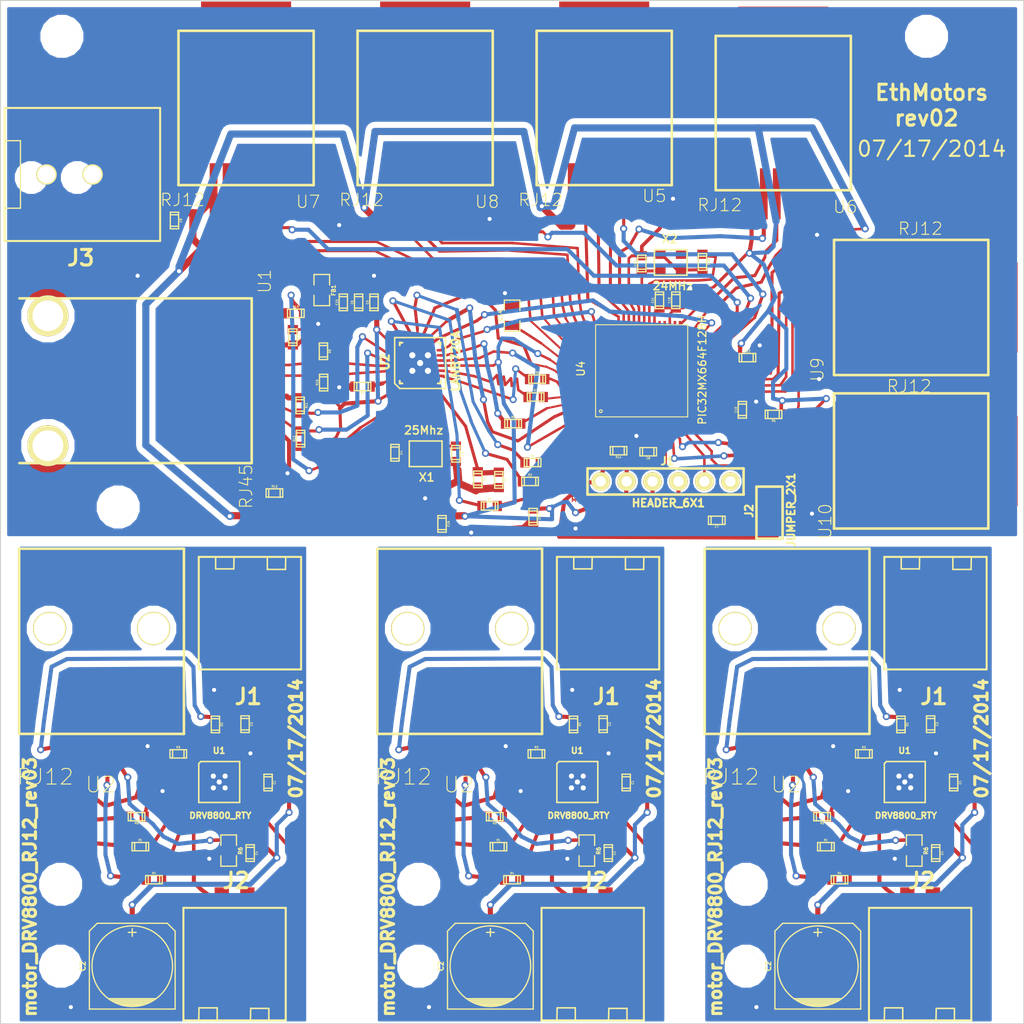
<source format=kicad_pcb>
(kicad_pcb (version 3) (host pcbnew "(2013-07-07 BZR 4022)-stable")
  (layers (15 F.Cu signal) (0 B.Cu signal) (18 B.Paste user) (19 F.Paste user) (20 B.SilkS user) (21 F.SilkS user) (22 B.Mask user) (23 F.Mask user) (28 Edge.Cuts user))
  (net 0 "")
  (net 1 +3.3v)
  (net 2 AVDD)
  (net 3 CS)
  (net 4 ECRSDV)
  (net 5 EMDC)
  (net 6 EMDIO)
  (net 7 EREFCLK)
  (net 8 ERXD0)
  (net 9 ERXD1)
  (net 10 ERXERR)
  (net 11 ETXD0)
  (net 12 ETXD1)
  (net 13 ETXEN)
  (net 14 GND)
  (net 15 GreenLED)
  (net 16 MODE)
  (net 17 Motor1OutA)
  (net 18 Motor1OutB)
  (net 19 N-0000014)
  (net 20 N-0000016)
  (net 21 N-0000017)
  (net 22 N-000002)
  (net 23 N-0000020)
  (net 24 N-0000027)
  (net 25 N-000003)
  (net 26 N-000004)
  (net 27 N-0000040)
  (net 28 N-0000044)
  (net 29 N-000005)
  (net 30 N-0000055)
  (net 31 N-0000056)
  (net 32 N-000006)
  (net 33 N-0000067)
  (net 34 N-0000068)
  (net 35 N-0000069)
  (net 36 N-000007)
  (net 37 N-0000070)
  (net 38 N-0000071)
  (net 39 N-0000078)
  (net 40 N-000008)
  (net 41 N-0000083)
  (net 42 PGEC1)
  (net 43 PGED1)
  (net 44 PHASE)
  (net 45 PWM)
  (net 46 RB10)
  (net 47 RB11)
  (net 48 RB12)
  (net 49 RB13)
  (net 50 RB14)
  (net 51 RB3)
  (net 52 RB4)
  (net 53 RB5)
  (net 54 RB6)
  (net 55 RB7)
  (net 56 RB8)
  (net 57 RB9)
  (net 58 RD10)
  (net 59 RD11)
  (net 60 RD2)
  (net 61 RD3)
  (net 62 RD4)
  (net 63 RD5)
  (net 64 RD6)
  (net 65 RD7)
  (net 66 RD8)
  (net 67 RD9)
  (net 68 RF3)
  (net 69 RF5)
  (net 70 RXN)
  (net 71 RXP)
  (net 72 TXN)
  (net 73 TXP)
  (net 74 VCAP)
  (net 75 VDD)
  (net 76 Vin)
  (net 77 YellowLED)
  (net 78 nRST)
  (net 79 ~MCLR~)
  (module TED_RJ45_12pin_SMD (layer F.Cu) (at 97.85 91.16 270)
    (fp_text reference U1 (at -9.73 -13.97 270) (layer F.SilkS) (effects (font (size 1.2 1.2) (thickness 0.09906))))
    (fp_text value RJ45 (at 10.34 -12.15 270) (layer F.SilkS) (effects (font (size 1.2 1.2) (thickness 0.09906))))
    (pad 12 smd rect (at -6.6 -12.7 270) (size 0.81 4.6) (layers F.Cu F.Paste F.Mask) (net 15 GreenLED) (clearance 0.2))
    (pad 11 smd rect (at -4.76 -12.7 270) (size 0.81 4.6) (layers F.Cu F.Paste F.Mask) (net 14 GND) (clearance 0.2))
    (pad 10 smd rect (at -3.56 -12.7 270) (size 0.61 4.6) (layers F.Cu F.Paste F.Mask) (net 14 GND) (clearance 0.2))
    (pad 9 smd rect (at -2.54 -12.7 270) (size 0.61 4.6) (layers F.Cu F.Paste F.Mask) (clearance 0.2))
    (pad 7 smd rect (at -0.5 -12.7 270) (size 0.61 4.6) (layers F.Cu F.Paste F.Mask) (net 71 RXP) (clearance 0.2))
    (pad 3 smd rect (at 3.56 -12.7 270) (size 0.61 4.6) (layers F.Cu F.Paste F.Mask) (net 73 TXP) (clearance 0.2))
    (pad 5 smd rect (at 1.52 -12.7 270) (size 0.61 4.6) (layers F.Cu F.Paste F.Mask) (net 2 AVDD) (clearance 0.2))
    (pad 1 smd rect (at 6.6 -12.7 270) (size 0.81 4.6) (layers F.Cu F.Paste F.Mask) (net 77 YellowLED) (clearance 0.2))
    (pad 2 smd rect (at 4.76 -12.7 270) (size 0.81 4.6) (layers F.Cu F.Paste F.Mask) (net 14 GND) (clearance 0.2))
    (pad 6 smd rect (at 0.51 -12.7 270) (size 0.61 4.6) (layers F.Cu F.Paste F.Mask) (net 2 AVDD) (clearance 0.2))
    (pad 4 smd rect (at 2.54 -12.7 270) (size 0.61 4.6) (layers F.Cu F.Paste F.Mask) (net 72 TXN) (clearance 0.2))
    (pad "" np_thru_hole circle (at 6.35 7.22 270) (size 4 4) (drill 3) (layers *.Cu *.Mask F.SilkS) (clearance 0.3))
    (pad "" np_thru_hole circle (at -6.35 7.22 270) (size 4 4) (drill 3) (layers *.Cu *.Mask F.SilkS) (clearance 0.3))
    (pad 8 smd rect (at -1.52 -12.7 270) (size 0.61 4.6) (layers F.Cu F.Paste F.Mask) (net 70 RXN) (clearance 0.2))
    (pad "" connect rect (at -9.3 7.22 270) (size 2.5 3.9) (layers F.Cu F.Mask))
    (pad "" connect rect (at 9.3 7.22 270) (size 2.5 3.9) (layers F.Cu F.Mask))
  )
  (module TED_QFN64+1 (layer F.Cu) (at 148.66 90.19 90)
    (fp_text reference U4 (at 0.2 -5.95 90) (layer F.SilkS) (effects (font (size 0.762 0.762) (thickness 0.127))))
    (fp_text value PIC32MX664F128H (at 0.1 5.925 90) (layer F.SilkS) (effects (font (size 0.762 0.762) (thickness 0.127))))
    (pad 15 smd rect (at -4.45 3.25 180) (size 0.25 0.85) (layers F.Cu F.Paste F.Mask) (net 42 PGEC1))
    (pad 16 smd rect (at -4.45 3.75 180) (size 0.25 0.85) (layers F.Cu F.Paste F.Mask) (net 43 PGED1))
    (pad 9 smd rect (at -4.45 0.25 180) (size 0.25 0.85) (layers F.Cu F.Paste F.Mask) (net 14 GND))
    (pad 10 smd rect (at -4.45 0.75 180) (size 0.25 0.85) (layers F.Cu F.Paste F.Mask) (net 1 +3.3v))
    (pad 12 smd rect (at -4.45 1.75 180) (size 0.25 0.85) (layers F.Cu F.Paste F.Mask) (net 52 RB4))
    (pad 11 smd rect (at -4.45 1.25 180) (size 0.25 0.85) (layers F.Cu F.Paste F.Mask) (net 53 RB5))
    (pad 14 smd rect (at -4.45 2.75 180) (size 0.25 0.85) (layers F.Cu F.Paste F.Mask))
    (pad 13 smd rect (at -4.45 2.25 180) (size 0.25 0.85) (layers F.Cu F.Paste F.Mask) (net 51 RB3))
    (pad 5 smd rect (at -4.45 -1.75 180) (size 0.25 0.85) (layers F.Cu F.Paste F.Mask))
    (pad 6 smd rect (at -4.45 -1.25 180) (size 0.25 0.85) (layers F.Cu F.Paste F.Mask))
    (pad 8 smd rect (at -4.45 -0.25 180) (size 0.25 0.85) (layers F.Cu F.Paste F.Mask))
    (pad 7 smd rect (at -4.45 -0.75 180) (size 0.25 0.85) (layers F.Cu F.Paste F.Mask) (net 79 ~MCLR~))
    (pad 3 smd rect (at -4.45 -2.75 180) (size 0.25 0.85) (layers F.Cu F.Paste F.Mask) (net 12 ETXD1))
    (pad 4 smd rect (at -4.45 -2.25 180) (size 0.25 0.85) (layers F.Cu F.Paste F.Mask))
    (pad 2 smd rect (at -4.45 -3.25 180) (size 0.25 0.85) (layers F.Cu F.Paste F.Mask) (net 11 ETXD0))
    (pad 1 smd rect (at -4.45 -3.75 180) (size 0.25 0.85) (layers F.Cu F.Paste F.Mask) (net 13 ETXEN))
    (pad 64 smd rect (at -3.75 -4.45 270) (size 0.25 0.85) (layers F.Cu F.Paste F.Mask) (net 10 ERXERR))
    (pad 63 smd rect (at -3.25 -4.45 270) (size 0.25 0.85) (layers F.Cu F.Paste F.Mask) (net 7 EREFCLK))
    (pad 61 smd rect (at -2.25 -4.45 270) (size 0.25 0.85) (layers F.Cu F.Paste F.Mask) (net 8 ERXD0))
    (pad 62 smd rect (at -2.75 -4.45 270) (size 0.25 0.85) (layers F.Cu F.Paste F.Mask) (net 4 ECRSDV))
    (pad 58 smd rect (at -0.75 -4.45 270) (size 0.25 0.85) (layers F.Cu F.Paste F.Mask) (net 78 nRST))
    (pad 57 smd rect (at -0.25 -4.45 270) (size 0.25 0.85) (layers F.Cu F.Paste F.Mask) (net 1 +3.3v))
    (pad 59 smd rect (at -1.25 -4.45 270) (size 0.25 0.85) (layers F.Cu F.Paste F.Mask))
    (pad 60 smd rect (at -1.75 -4.45 270) (size 0.25 0.85) (layers F.Cu F.Paste F.Mask) (net 9 ERXD1))
    (pad 52 smd rect (at 2.25 -4.45 270) (size 0.25 0.85) (layers F.Cu F.Paste F.Mask) (net 62 RD4))
    (pad 51 smd rect (at 2.75 -4.45 270) (size 0.25 0.85) (layers F.Cu F.Paste F.Mask) (net 61 RD3))
    (pad 54 smd rect (at 1.25 -4.45 270) (size 0.25 0.85) (layers F.Cu F.Paste F.Mask) (net 64 RD6))
    (pad 53 smd rect (at 1.75 -4.45 270) (size 0.25 0.85) (layers F.Cu F.Paste F.Mask) (net 63 RD5))
    (pad 55 smd rect (at 0.75 -4.45 270) (size 0.25 0.85) (layers F.Cu F.Paste F.Mask) (net 65 RD7))
    (pad 56 smd rect (at 0.25 -4.45 270) (size 0.25 0.85) (layers F.Cu F.Paste F.Mask) (net 74 VCAP))
    (pad 49 smd rect (at 3.75 -4.45 270) (size 0.25 0.85) (layers F.Cu F.Paste F.Mask) (net 6 EMDIO))
    (pad 50 smd rect (at 3.25 -4.45 270) (size 0.25 0.85) (layers F.Cu F.Paste F.Mask) (net 60 RD2))
    (pad 48 smd rect (at 4.45 -3.75 180) (size 0.25 0.85) (layers F.Cu F.Paste F.Mask))
    (pad 47 smd rect (at 4.45 -3.25 180) (size 0.25 0.85) (layers F.Cu F.Paste F.Mask))
    (pad 45 smd rect (at 4.45 -2.25 180) (size 0.25 0.85) (layers F.Cu F.Paste F.Mask) (net 59 RD11))
    (pad 46 smd rect (at 4.45 -2.75 180) (size 0.25 0.85) (layers F.Cu F.Paste F.Mask))
    (pad 42 smd rect (at 4.45 -0.75 180) (size 0.25 0.85) (layers F.Cu F.Paste F.Mask) (net 66 RD8))
    (pad 41 smd rect (at 4.45 -0.25 180) (size 0.25 0.85) (layers F.Cu F.Paste F.Mask) (net 14 GND))
    (pad 43 smd rect (at 4.45 -1.25 180) (size 0.25 0.85) (layers F.Cu F.Paste F.Mask) (net 67 RD9))
    (pad 44 smd rect (at 4.45 -1.75 180) (size 0.25 0.85) (layers F.Cu F.Paste F.Mask) (net 58 RD10))
    (pad 36 smd rect (at 4.45 2.25 180) (size 0.25 0.85) (layers F.Cu F.Paste F.Mask))
    (pad 35 smd rect (at 4.45 2.75 180) (size 0.25 0.85) (layers F.Cu F.Paste F.Mask) (net 1 +3.3v))
    (pad 38 smd rect (at 4.45 1.25 180) (size 0.25 0.85) (layers F.Cu F.Paste F.Mask) (net 1 +3.3v))
    (pad 37 smd rect (at 4.45 1.75 180) (size 0.25 0.85) (layers F.Cu F.Paste F.Mask))
    (pad 39 smd rect (at 4.45 0.75 180) (size 0.25 0.85) (layers F.Cu F.Paste F.Mask) (net 41 N-0000083))
    (pad 40 smd rect (at 4.45 0.25 180) (size 0.25 0.85) (layers F.Cu F.Paste F.Mask) (net 24 N-0000027))
    (pad 33 smd rect (at 4.45 3.75 180) (size 0.25 0.85) (layers F.Cu F.Paste F.Mask) (net 68 RF3))
    (pad 34 smd rect (at 4.45 3.25 180) (size 0.25 0.85) (layers F.Cu F.Paste F.Mask))
    (pad 31 smd rect (at 3.25 4.45 270) (size 0.25 0.85) (layers F.Cu F.Paste F.Mask))
    (pad 32 smd rect (at 3.75 4.45 270) (size 0.25 0.85) (layers F.Cu F.Paste F.Mask) (net 69 RF5))
    (pad 25 smd rect (at 0.25 4.45 270) (size 0.25 0.85) (layers F.Cu F.Paste F.Mask) (net 14 GND))
    (pad 26 smd rect (at 0.75 4.45 270) (size 0.25 0.85) (layers F.Cu F.Paste F.Mask) (net 1 +3.3v))
    (pad 28 smd rect (at 1.75 4.45 270) (size 0.25 0.85) (layers F.Cu F.Paste F.Mask) (net 49 RB13))
    (pad 27 smd rect (at 1.27 4.45 270) (size 0.25 0.85) (layers F.Cu F.Paste F.Mask) (net 48 RB12))
    (pad 30 smd rect (at 2.75 4.45 270) (size 0.25 0.85) (layers F.Cu F.Paste F.Mask) (net 5 EMDC))
    (pad 29 smd rect (at 2.25 4.45 270) (size 0.25 0.85) (layers F.Cu F.Paste F.Mask) (net 50 RB14))
    (pad 21 smd rect (at -1.75 4.45 270) (size 0.25 0.85) (layers F.Cu F.Paste F.Mask) (net 56 RB8))
    (pad 22 smd rect (at -1.25 4.45 270) (size 0.25 0.85) (layers F.Cu F.Paste F.Mask) (net 57 RB9))
    (pad 24 smd rect (at -0.25 4.45 270) (size 0.25 0.85) (layers F.Cu F.Paste F.Mask) (net 47 RB11))
    (pad 23 smd rect (at -0.75 4.45 270) (size 0.25 0.85) (layers F.Cu F.Paste F.Mask) (net 46 RB10))
    (pad 19 smd rect (at -2.75 4.45 270) (size 0.25 0.85) (layers F.Cu F.Paste F.Mask) (net 30 N-0000055))
    (pad 20 smd rect (at -2.25 4.45 270) (size 0.25 0.85) (layers F.Cu F.Paste F.Mask) (net 14 GND))
    (pad 18 smd rect (at -3.25 4.45 270) (size 0.25 0.85) (layers F.Cu F.Paste F.Mask) (net 55 RB7))
    (pad 17 smd rect (at -3.75 4.45 270) (size 0.25 0.85) (layers F.Cu F.Paste F.Mask) (net 54 RB6))
    (pad 65 smd rect (at 0 0 270) (size 7.15 7.15) (layers F.Cu F.Paste F.Mask) (net 14 GND))
  )
  (module TED_HEADER_6x1_BOTTOM (layer F.Cu) (at 151 101)
    (fp_text reference J1 (at 0.1778 -1.98628) (layer F.SilkS) (effects (font (size 0.762 0.762) (thickness 0.1905))))
    (fp_text value HEADER_6X1 (at 0.26924 2.11328) (layer F.SilkS) (effects (font (size 0.762 0.762) (thickness 0.1905))))
    (pad 5 thru_hole circle (at 3.78968 0) (size 1.8 1.8) (drill 1) (layers *.Mask F.Cu F.SilkS) (net 42 PGEC1))
    (pad 6 thru_hole circle (at 6.32968 0) (size 1.8 1.8) (drill 1) (layers *.Mask F.Cu F.SilkS))
    (pad 1 thru_hole circle (at -6.35 0) (size 1.8 1.8) (drill 1) (layers *.Mask F.Cu F.SilkS) (net 79 ~MCLR~))
    (pad 2 thru_hole circle (at -3.81 0) (size 1.8 1.8) (drill 1) (layers *.Mask F.Cu F.SilkS) (net 1 +3.3v))
    (pad 4 thru_hole circle (at 1.25984 0) (size 1.8 1.8) (drill 1) (layers *.Mask F.Cu F.SilkS) (net 43 PGED1))
    (pad 3 thru_hole circle (at -1.28016 0) (size 1.8 1.8) (drill 1) (layers *.Mask F.Cu F.SilkS) (net 14 GND))
  )
  (module TED_DC_2.1mm_SMT (layer F.Cu) (at 94 71 180)
    (fp_text reference J3 (at 0.15748 -8.15848 180) (layer F.SilkS) (effects (font (size 1.524 1.524) (thickness 0.3048))))
    (fp_text value "Logic DC_2.1MM" hide)
    (pad "" np_thru_hole circle (at -1.00076 0 180) (size 1.99898 1.99898) (drill 1.69926) (layers *.Cu *.Mask F.SilkS))
    (pad 1 smd rect (at 3.50012 5.4102 180) (size 1.99898 1.99898) (layers F.Cu F.Paste F.Mask) (net 1 +3.3v))
    (pad 1 smd rect (at -2.60096 5.4102 180) (size 1.99898 1.99898) (layers F.Cu F.Paste F.Mask) (net 1 +3.3v))
    (pad 2 smd rect (at 3.50012 -5.41528 180) (size 1.99898 1.99898) (layers F.Cu F.Paste F.Mask) (net 14 GND))
    (pad 3 smd rect (at -2.60096 -5.41528 180) (size 1.99898 1.99898) (layers F.Cu F.Paste F.Mask))
    (pad "" np_thru_hole circle (at 3.50012 0 180) (size 1.99898 1.99898) (drill 1.69926) (layers *.Cu *.Mask F.SilkS))
  )
  (module TED_SM0603 (layer F.Cu) (at 129.15 105.15 270)
    (fp_text reference C16 (at 0 -0.635 270) (layer F.SilkS) (effects (font (size 0.20066 0.20066) (thickness 0.04064))))
    (fp_text value .1uF hide)
    (pad 2 smd rect (at 0.75184 0 270) (size 0.89916 1.00076) (layers F.Cu F.Paste F.Mask) (net 14 GND) (clearance 0.1))
    (pad 1 smd rect (at -0.75184 0 270) (size 0.89916 1.00076) (layers F.Cu F.Paste F.Mask) (net 1 +3.3v) (clearance 0.1))
  )
  (module TED_SM0603 (layer F.Cu) (at 119.5 83.5 90)
    (fp_text reference C15 (at 0 -0.635 90) (layer F.SilkS) (effects (font (size 0.20066 0.20066) (thickness 0.04064))))
    (fp_text value 1uF hide)
    (pad 2 smd rect (at 0.75184 0 90) (size 0.89916 1.00076) (layers F.Cu F.Paste F.Mask) (net 14 GND) (clearance 0.1))
    (pad 1 smd rect (at -0.75184 0 90) (size 0.89916 1.00076) (layers F.Cu F.Paste F.Mask) (net 2 AVDD) (clearance 0.1))
  )
  (module TED_SM0603 (layer F.Cu) (at 132.65 100.8 270)
    (fp_text reference C2 (at 0 -0.635 270) (layer F.SilkS) (effects (font (size 0.20066 0.20066) (thickness 0.04064))))
    (fp_text value 1uF hide)
    (pad 2 smd rect (at 0.75184 0 270) (size 0.89916 1.00076) (layers F.Cu F.Paste F.Mask) (net 14 GND) (clearance 0.1))
    (pad 1 smd rect (at -0.75184 0 270) (size 0.89916 1.00076) (layers F.Cu F.Paste F.Mask) (net 39 N-0000078) (clearance 0.1))
  )
  (module TED_QFN24 (layer F.Cu) (at 127.01 89.43 90)
    (fp_text reference U2 (at 0.1 -3.425 90) (layer F.SilkS) (effects (font (size 0.8 0.8) (thickness 0.2))))
    (fp_text value LAN8720A (at 0.175 3.475 90) (layer F.SilkS) (effects (font (size 0.8 0.8) (thickness 0.2))))
    (pad 25 smd rect (at 0 0) (size 2.49936 2.49936) (layers F.Cu F.Paste) (net 14 GND))
    (pad 1 smd oval (at -1.99898 -1.24968 90) (size 0.8001 0.24892) (layers F.Cu F.Paste F.Mask) (net 2 AVDD))
    (pad 2 smd oval (at -1.99898 -0.7493 90) (size 0.8001 0.24892) (layers F.Cu F.Paste F.Mask) (net 38 N-0000071))
    (pad 3 smd oval (at -1.99898 -0.24892 90) (size 0.8001 0.24892) (layers F.Cu F.Paste F.Mask) (net 37 N-0000070))
    (pad 4 smd oval (at -1.99898 0.24892 90) (size 0.8001 0.24892) (layers F.Cu F.Paste F.Mask) (net 27 N-0000040))
    (pad 5 smd oval (at -1.99898 0.7493 90) (size 0.8001 0.24892) (layers F.Cu F.Paste F.Mask) (net 28 N-0000044))
    (pad 6 smd oval (at -1.99898 1.24968 90) (size 0.8001 0.24892) (layers F.Cu F.Paste F.Mask) (net 39 N-0000078))
    (pad 7 smd oval (at -1.24968 1.99898 180) (size 0.8001 0.24892) (layers F.Cu F.Paste F.Mask) (net 34 N-0000068))
    (pad 8 smd oval (at -0.7493 1.99898 180) (size 0.8001 0.24892) (layers F.Cu F.Paste F.Mask) (net 33 N-0000067))
    (pad 9 smd oval (at -0.24892 1.99898 180) (size 0.8001 0.24892) (layers F.Cu F.Paste F.Mask) (net 1 +3.3v))
    (pad 10 smd oval (at 0.24892 1.99898 180) (size 0.8001 0.24892) (layers F.Cu F.Paste F.Mask) (net 10 ERXERR))
    (pad 11 smd oval (at 0.7493 1.99898 180) (size 0.8001 0.24892) (layers F.Cu F.Paste F.Mask) (net 22 N-000002))
    (pad 12 smd oval (at 1.24968 1.99898 180) (size 0.8001 0.24892) (layers F.Cu F.Paste F.Mask) (net 6 EMDIO))
    (pad 13 smd oval (at 1.99898 1.24968 270) (size 0.8001 0.24892) (layers F.Cu F.Paste F.Mask) (net 5 EMDC))
    (pad 14 smd oval (at 1.99898 0.7493 270) (size 0.8001 0.24892) (layers F.Cu F.Paste F.Mask) (net 7 EREFCLK))
    (pad 15 smd oval (at 1.99898 0.24892 270) (size 0.8001 0.24892) (layers F.Cu F.Paste F.Mask) (net 78 nRST))
    (pad 16 smd oval (at 1.99898 -0.24892 270) (size 0.8001 0.24892) (layers F.Cu F.Paste F.Mask) (net 40 N-000008))
    (pad 17 smd oval (at 1.99898 -0.7493 270) (size 0.8001 0.24892) (layers F.Cu F.Paste F.Mask) (net 36 N-000007))
    (pad 18 smd oval (at 1.99898 -1.24968 270) (size 0.8001 0.24892) (layers F.Cu F.Paste F.Mask) (net 32 N-000006))
    (pad 19 smd oval (at 1.24968 -1.99898) (size 0.8001 0.24892) (layers F.Cu F.Paste F.Mask) (net 2 AVDD))
    (pad 20 smd oval (at 0.7493 -1.99898) (size 0.8001 0.24892) (layers F.Cu F.Paste F.Mask) (net 72 TXN))
    (pad 21 smd oval (at 0.24892 -1.99898) (size 0.8001 0.24892) (layers F.Cu F.Paste F.Mask) (net 73 TXP))
    (pad 22 smd oval (at -0.24892 -1.99898) (size 0.8001 0.24892) (layers F.Cu F.Paste F.Mask) (net 70 RXN))
    (pad 23 smd oval (at -0.7493 -1.99898) (size 0.8001 0.24892) (layers F.Cu F.Paste F.Mask) (net 71 RXP))
    (pad 24 smd oval (at -1.24968 -1.99898) (size 0.8001 0.24892) (layers F.Cu F.Paste F.Mask) (net 35 N-0000069))
    (pad 25 thru_hole circle (at 0 0) (size 0.6 0.6) (drill 0.6) (layers *.Cu) (net 14 GND))
    (pad 25 thru_hole circle (at 0.762 -0.762) (size 0.6 0.6) (drill 0.6) (layers *.Cu) (net 14 GND))
    (pad 25 thru_hole circle (at -0.762 -0.762) (size 0.6 0.6) (drill 0.6) (layers *.Cu) (net 14 GND))
    (pad 25 thru_hole circle (at 0.762 0.762) (size 0.6 0.6) (drill 0.6) (layers *.Cu) (net 14 GND))
    (pad 25 thru_hole circle (at -0.762 0.762) (size 0.6 0.6) (drill 0.6) (layers *.Cu) (net 14 GND))
    (pad 25 smd rect (at 0 0) (size 2.49936 2.49936) (layers B.Cu B.Paste) (net 14 GND))
  )
  (module TED_SM0603 (layer F.Cu) (at 121.38 91.73 180)
    (fp_text reference R4 (at 0 -0.635 180) (layer F.SilkS) (effects (font (size 0.20066 0.20066) (thickness 0.04064))))
    (fp_text value "12.1k 1%" hide)
    (pad 2 smd rect (at 0.75184 0 180) (size 0.89916 1.00076) (layers F.Cu F.Paste F.Mask) (net 14 GND) (clearance 0.1))
    (pad 1 smd rect (at -0.75184 0 180) (size 0.89916 1.00076) (layers F.Cu F.Paste F.Mask) (net 35 N-0000069) (clearance 0.1))
  )
  (module TED_SM0805 (layer F.Cu) (at 117.4 82.3 270)
    (fp_text reference FB1 (at 0.0254 -1.14808 270) (layer F.SilkS) (effects (font (size 0.381 0.381) (thickness 0.09398))))
    (fp_text value 500mA hide)
    (pad 1 smd rect (at -0.9525 0 270) (size 0.889 1.397) (layers F.Cu F.Paste F.Mask) (net 1 +3.3v))
    (pad 2 smd rect (at 0.9525 0 270) (size 0.889 1.397) (layers F.Cu F.Paste F.Mask) (net 2 AVDD))
  )
  (module TED_SM0603 (layer F.Cu) (at 134.7 100.85 270)
    (fp_text reference C1 (at 0 -0.635 270) (layer F.SilkS) (effects (font (size 0.20066 0.20066) (thickness 0.04064))))
    (fp_text value .1uF hide)
    (pad 2 smd rect (at 0.75184 0 270) (size 0.89916 1.00076) (layers F.Cu F.Paste F.Mask) (net 14 GND) (clearance 0.1))
    (pad 1 smd rect (at -0.75184 0 270) (size 0.89916 1.00076) (layers F.Cu F.Paste F.Mask) (net 39 N-0000078) (clearance 0.1))
  )
  (module TED_SM0603 (layer F.Cu) (at 130.5 98.3 270)
    (fp_text reference C3 (at 0 -0.635 270) (layer F.SilkS) (effects (font (size 0.20066 0.20066) (thickness 0.04064))))
    (fp_text value 18pF hide)
    (pad 2 smd rect (at 0.75184 0 270) (size 0.89916 1.00076) (layers F.Cu F.Paste F.Mask) (net 14 GND) (clearance 0.1))
    (pad 1 smd rect (at -0.75184 0 270) (size 0.89916 1.00076) (layers F.Cu F.Paste F.Mask) (net 28 N-0000044) (clearance 0.1))
  )
  (module TED_SM0603 (layer F.Cu) (at 124.55 98.2 270)
    (fp_text reference C4 (at 0 -0.635 270) (layer F.SilkS) (effects (font (size 0.20066 0.20066) (thickness 0.04064))))
    (fp_text value 18pF hide)
    (pad 2 smd rect (at 0.75184 0 270) (size 0.89916 1.00076) (layers F.Cu F.Paste F.Mask) (net 27 N-0000040) (clearance 0.1))
    (pad 1 smd rect (at -0.75184 0 270) (size 0.89916 1.00076) (layers F.Cu F.Paste F.Mask) (net 14 GND) (clearance 0.1))
  )
  (module TED_SM0603 (layer F.Cu) (at 122.5 83.5 90)
    (fp_text reference C5 (at 0 -0.635 90) (layer F.SilkS) (effects (font (size 0.20066 0.20066) (thickness 0.04064))))
    (fp_text value .1uF hide)
    (pad 2 smd rect (at 0.75184 0 90) (size 0.89916 1.00076) (layers F.Cu F.Paste F.Mask) (net 14 GND) (clearance 0.1))
    (pad 1 smd rect (at -0.75184 0 90) (size 0.89916 1.00076) (layers F.Cu F.Paste F.Mask) (net 2 AVDD) (clearance 0.1))
  )
  (module TED_SM0603 (layer F.Cu) (at 121 83.5 90)
    (fp_text reference C6 (at 0 -0.635 90) (layer F.SilkS) (effects (font (size 0.20066 0.20066) (thickness 0.04064))))
    (fp_text value .1uF hide)
    (pad 2 smd rect (at 0.75184 0 90) (size 0.89916 1.00076) (layers F.Cu F.Paste F.Mask) (net 14 GND) (clearance 0.1))
    (pad 1 smd rect (at -0.75184 0 90) (size 0.89916 1.00076) (layers F.Cu F.Paste F.Mask) (net 2 AVDD) (clearance 0.1))
  )
  (module TED_SM0603 (layer F.Cu) (at 158.5 94 90)
    (fp_text reference C10 (at 0 -0.635 90) (layer F.SilkS) (effects (font (size 0.20066 0.20066) (thickness 0.04064))))
    (fp_text value .1uF hide)
    (pad 2 smd rect (at 0.75184 0 90) (size 0.89916 1.00076) (layers F.Cu F.Paste F.Mask) (net 14 GND) (clearance 0.1))
    (pad 1 smd rect (at -0.75184 0 90) (size 0.89916 1.00076) (layers F.Cu F.Paste F.Mask) (net 30 N-0000055) (clearance 0.1))
  )
  (module TED_SM0603 (layer F.Cu) (at 138.05 104.45 270)
    (fp_text reference C11 (at 0 -0.635 270) (layer F.SilkS) (effects (font (size 0.20066 0.20066) (thickness 0.04064))))
    (fp_text value .1uF hide)
    (pad 2 smd rect (at 0.75184 0 270) (size 0.89916 1.00076) (layers F.Cu F.Paste F.Mask) (net 14 GND) (clearance 0.1))
    (pad 1 smd rect (at -0.75184 0 270) (size 0.89916 1.00076) (layers F.Cu F.Paste F.Mask) (net 1 +3.3v) (clearance 0.1))
  )
  (module TED_SM0603 (layer F.Cu) (at 159 88.9)
    (fp_text reference C12 (at 0 -0.635) (layer F.SilkS) (effects (font (size 0.20066 0.20066) (thickness 0.04064))))
    (fp_text value .1uF hide)
    (pad 2 smd rect (at 0.75184 0) (size 0.89916 1.00076) (layers F.Cu F.Paste F.Mask) (net 14 GND) (clearance 0.1))
    (pad 1 smd rect (at -0.75184 0) (size 0.89916 1.00076) (layers F.Cu F.Paste F.Mask) (net 1 +3.3v) (clearance 0.1))
  )
  (module TED_SM0603 (layer F.Cu) (at 152 83.3 90)
    (fp_text reference C18 (at 0 -0.635 90) (layer F.SilkS) (effects (font (size 0.20066 0.20066) (thickness 0.04064))))
    (fp_text value .1uF hide)
    (pad 2 smd rect (at 0.75184 0 90) (size 0.89916 1.00076) (layers F.Cu F.Paste F.Mask) (net 14 GND) (clearance 0.1))
    (pad 1 smd rect (at -0.75184 0 90) (size 0.89916 1.00076) (layers F.Cu F.Paste F.Mask) (net 1 +3.3v) (clearance 0.1))
  )
  (module TED_SM0603 (layer F.Cu) (at 148.675 79.7 90)
    (fp_text reference C19 (at 0 -0.635 90) (layer F.SilkS) (effects (font (size 0.20066 0.20066) (thickness 0.04064))))
    (fp_text value 9pF hide)
    (pad 2 smd rect (at 0.75184 0 90) (size 0.89916 1.00076) (layers F.Cu F.Paste F.Mask) (net 14 GND) (clearance 0.1))
    (pad 1 smd rect (at -0.75184 0 90) (size 0.89916 1.00076) (layers F.Cu F.Paste F.Mask) (net 24 N-0000027) (clearance 0.1))
  )
  (module TED_SM0603 (layer F.Cu) (at 154.6 79.55 270)
    (fp_text reference C20 (at 0 -0.635 270) (layer F.SilkS) (effects (font (size 0.20066 0.20066) (thickness 0.04064))))
    (fp_text value 9pF hide)
    (pad 2 smd rect (at 0.75184 0 270) (size 0.89916 1.00076) (layers F.Cu F.Paste F.Mask) (net 14 GND) (clearance 0.1))
    (pad 1 smd rect (at -0.75184 0 270) (size 0.89916 1.00076) (layers F.Cu F.Paste F.Mask) (net 41 N-0000083) (clearance 0.1))
  )
  (module TED_SM0603 (layer F.Cu) (at 150.4 83.3 90)
    (fp_text reference C21 (at 0 -0.635 90) (layer F.SilkS) (effects (font (size 0.20066 0.20066) (thickness 0.04064))))
    (fp_text value .1uF hide)
    (pad 2 smd rect (at 0.75184 0 90) (size 0.89916 1.00076) (layers F.Cu F.Paste F.Mask) (net 14 GND) (clearance 0.1))
    (pad 1 smd rect (at -0.75184 0 90) (size 0.89916 1.00076) (layers F.Cu F.Paste F.Mask) (net 1 +3.3v) (clearance 0.1))
  )
  (module TED_SM0603 (layer F.Cu) (at 138 99.15)
    (fp_text reference R1 (at 0 -0.635) (layer F.SilkS) (effects (font (size 0.20066 0.20066) (thickness 0.04064))))
    (fp_text value 33 hide)
    (pad 2 smd rect (at 0.75184 0) (size 0.89916 1.00076) (layers F.Cu F.Paste F.Mask) (net 13 ETXEN) (clearance 0.1))
    (pad 1 smd rect (at -0.75184 0) (size 0.89916 1.00076) (layers F.Cu F.Paste F.Mask) (net 40 N-000008) (clearance 0.1))
  )
  (module TED_SM0603 (layer F.Cu) (at 137.75 101)
    (fp_text reference R2 (at 0 -0.635) (layer F.SilkS) (effects (font (size 0.20066 0.20066) (thickness 0.04064))))
    (fp_text value 33 hide)
    (pad 2 smd rect (at 0.75184 0) (size 0.89916 1.00076) (layers F.Cu F.Paste F.Mask) (net 11 ETXD0) (clearance 0.1))
    (pad 1 smd rect (at -0.75184 0) (size 0.89916 1.00076) (layers F.Cu F.Paste F.Mask) (net 36 N-000007) (clearance 0.1))
  )
  (module TED_SM0603 (layer F.Cu) (at 133.8 103.4)
    (fp_text reference R3 (at 0 -0.635) (layer F.SilkS) (effects (font (size 0.20066 0.20066) (thickness 0.04064))))
    (fp_text value 33 hide)
    (pad 2 smd rect (at 0.75184 0) (size 0.89916 1.00076) (layers F.Cu F.Paste F.Mask) (net 12 ETXD1) (clearance 0.1))
    (pad 1 smd rect (at -0.75184 0) (size 0.89916 1.00076) (layers F.Cu F.Paste F.Mask) (net 32 N-000006) (clearance 0.1))
  )
  (module TED_SM0603 (layer F.Cu) (at 138.45 91)
    (fp_text reference R6 (at 0 -0.635) (layer F.SilkS) (effects (font (size 0.20066 0.20066) (thickness 0.04064))))
    (fp_text value 33 hide)
    (pad 2 smd rect (at 0.75184 0) (size 0.89916 1.00076) (layers F.Cu F.Paste F.Mask) (net 9 ERXD1) (clearance 0.1))
    (pad 1 smd rect (at -0.75184 0) (size 0.89916 1.00076) (layers F.Cu F.Paste F.Mask) (net 34 N-0000068) (clearance 0.1))
  )
  (module TED_SM0603 (layer F.Cu) (at 138.3 92.75)
    (fp_text reference R7 (at 0 -0.635) (layer F.SilkS) (effects (font (size 0.20066 0.20066) (thickness 0.04064))))
    (fp_text value 33 hide)
    (pad 2 smd rect (at 0.75184 0) (size 0.89916 1.00076) (layers F.Cu F.Paste F.Mask) (net 8 ERXD0) (clearance 0.1))
    (pad 1 smd rect (at -0.75184 0) (size 0.89916 1.00076) (layers F.Cu F.Paste F.Mask) (net 33 N-0000067) (clearance 0.1))
  )
  (module TED_SM0603 (layer F.Cu) (at 136.1 95.35)
    (fp_text reference R8 (at 0 -0.635) (layer F.SilkS) (effects (font (size 0.20066 0.20066) (thickness 0.04064))))
    (fp_text value 33 hide)
    (pad 2 smd rect (at 0.75184 0) (size 0.89916 1.00076) (layers F.Cu F.Paste F.Mask) (net 4 ECRSDV) (clearance 0.1))
    (pad 1 smd rect (at -0.75184 0) (size 0.89916 1.00076) (layers F.Cu F.Paste F.Mask) (net 22 N-000002) (clearance 0.1))
  )
  (module TED_SM0603 (layer F.Cu) (at 117.56 88.28 270)
    (fp_text reference R9 (at 0 -0.635 270) (layer F.SilkS) (effects (font (size 0.20066 0.20066) (thickness 0.04064))))
    (fp_text value 49.9 hide)
    (pad 2 smd rect (at 0.75184 0 270) (size 0.89916 1.00076) (layers F.Cu F.Paste F.Mask) (net 70 RXN) (clearance 0.1))
    (pad 1 smd rect (at -0.75184 0 270) (size 0.89916 1.00076) (layers F.Cu F.Paste F.Mask) (net 2 AVDD) (clearance 0.1))
  )
  (module TED_SM0603 (layer F.Cu) (at 117.58 91.34 90)
    (fp_text reference R10 (at 0 -0.635 90) (layer F.SilkS) (effects (font (size 0.20066 0.20066) (thickness 0.04064))))
    (fp_text value 49.9 hide)
    (pad 2 smd rect (at 0.75184 0 90) (size 0.89916 1.00076) (layers F.Cu F.Paste F.Mask) (net 71 RXP) (clearance 0.1))
    (pad 1 smd rect (at -0.75184 0 90) (size 0.89916 1.00076) (layers F.Cu F.Paste F.Mask) (net 2 AVDD) (clearance 0.1))
  )
  (module TED_SM0603 (layer F.Cu) (at 115.28 93.57 270)
    (fp_text reference R11 (at 0 -0.635 270) (layer F.SilkS) (effects (font (size 0.20066 0.20066) (thickness 0.04064))))
    (fp_text value 49.9 hide)
    (pad 2 smd rect (at 0.75184 0 270) (size 0.89916 1.00076) (layers F.Cu F.Paste F.Mask) (net 72 TXN) (clearance 0.1))
    (pad 1 smd rect (at -0.75184 0 270) (size 0.89916 1.00076) (layers F.Cu F.Paste F.Mask) (net 2 AVDD) (clearance 0.1))
  )
  (module TED_SM0603 (layer F.Cu) (at 115.33 96.82 90)
    (fp_text reference R12 (at 0 -0.635 90) (layer F.SilkS) (effects (font (size 0.20066 0.20066) (thickness 0.04064))))
    (fp_text value 49.9 hide)
    (pad 2 smd rect (at 0.75184 0 90) (size 0.89916 1.00076) (layers F.Cu F.Paste F.Mask) (net 73 TXP) (clearance 0.1))
    (pad 1 smd rect (at -0.75184 0 90) (size 0.89916 1.00076) (layers F.Cu F.Paste F.Mask) (net 2 AVDD) (clearance 0.1))
  )
  (module TED_SM0603 (layer F.Cu) (at 112.77 102.13)
    (fp_text reference R13 (at 0 -0.635) (layer F.SilkS) (effects (font (size 0.20066 0.20066) (thickness 0.04064))))
    (fp_text value 249 hide)
    (pad 2 smd rect (at 0.75184 0) (size 0.89916 1.00076) (layers F.Cu F.Paste F.Mask) (net 37 N-0000070) (clearance 0.1))
    (pad 1 smd rect (at -0.75184 0) (size 0.89916 1.00076) (layers F.Cu F.Paste F.Mask) (net 77 YellowLED) (clearance 0.1))
  )
  (module TED_SM0603 (layer F.Cu) (at 146.4 98 180)
    (fp_text reference R14 (at 0 -0.635 180) (layer F.SilkS) (effects (font (size 0.20066 0.20066) (thickness 0.04064))))
    (fp_text value 4.7k hide)
    (pad 2 smd rect (at 0.75184 0 180) (size 0.89916 1.00076) (layers F.Cu F.Paste F.Mask) (net 79 ~MCLR~) (clearance 0.1))
    (pad 1 smd rect (at -0.75184 0 180) (size 0.89916 1.00076) (layers F.Cu F.Paste F.Mask) (net 1 +3.3v) (clearance 0.1))
  )
  (module TED_SM0603 (layer F.Cu) (at 114.86 84.57)
    (fp_text reference R15 (at 0 -0.635) (layer F.SilkS) (effects (font (size 0.20066 0.20066) (thickness 0.04064))))
    (fp_text value 249 hide)
    (pad 2 smd rect (at 0.75184 0) (size 0.89916 1.00076) (layers F.Cu F.Paste F.Mask) (net 38 N-0000071) (clearance 0.1))
    (pad 1 smd rect (at -0.75184 0) (size 0.89916 1.00076) (layers F.Cu F.Paste F.Mask) (net 15 GreenLED) (clearance 0.1))
  )
  (module TED_SM0603 (layer F.Cu) (at 114.57 86.91 270)
    (fp_text reference R16 (at 0 -0.635 270) (layer F.SilkS) (effects (font (size 0.20066 0.20066) (thickness 0.04064))))
    (fp_text value "10k 1%" hide)
    (pad 2 smd rect (at 0.75184 0 270) (size 0.89916 1.00076) (layers F.Cu F.Paste F.Mask) (net 14 GND) (clearance 0.1))
    (pad 1 smd rect (at -0.75184 0 270) (size 0.89916 1.00076) (layers F.Cu F.Paste F.Mask) (net 38 N-0000071) (clearance 0.1))
  )
  (module TED_SM0603 (layer F.Cu) (at 149.3 98.1 180)
    (fp_text reference C8 (at 0 -0.635 180) (layer F.SilkS) (effects (font (size 0.20066 0.20066) (thickness 0.04064))))
    (fp_text value .1uF hide)
    (pad 2 smd rect (at 0.75184 0 180) (size 0.89916 1.00076) (layers F.Cu F.Paste F.Mask) (net 14 GND) (clearance 0.1))
    (pad 1 smd rect (at -0.75184 0 180) (size 0.89916 1.00076) (layers F.Cu F.Paste F.Mask) (net 1 +3.3v) (clearance 0.1))
  )
  (module TED_SM0603 (layer F.Cu) (at 103 75.5 270)
    (fp_text reference C9 (at 0 -0.635 270) (layer F.SilkS) (effects (font (size 0.20066 0.20066) (thickness 0.04064))))
    (fp_text value 4.7uF hide)
    (pad 2 smd rect (at 0.75184 0 270) (size 0.89916 1.00076) (layers F.Cu F.Paste F.Mask) (net 14 GND) (clearance 0.1))
    (pad 1 smd rect (at -0.75184 0 270) (size 0.89916 1.00076) (layers F.Cu F.Paste F.Mask) (net 1 +3.3v) (clearance 0.1))
  )
  (module TED_crystal_TSX3225 (layer F.Cu) (at 127.55 98.3 180)
    (fp_text reference X1 (at -0.1 -2.3 180) (layer F.SilkS) (effects (font (size 0.8 0.8))))
    (fp_text value 25Mhz (at 0.2 2.3 180) (layer F.SilkS) (effects (font (size 0.8 0.8))))
    (pad 1 smd rect (at -1 0.75 180) (size 1 0.8) (layers F.Cu F.Paste F.Mask) (net 28 N-0000044))
    (pad 2 smd rect (at 1 0.75 180) (size 1 0.8) (layers F.Cu F.Paste F.Mask) (net 14 GND))
    (pad 4 smd rect (at -1 -0.75 180) (size 1 0.8) (layers F.Cu F.Paste F.Mask) (net 14 GND))
    (pad 3 smd rect (at 1 -0.75 180) (size 1 0.8) (layers F.Cu F.Paste F.Mask) (net 27 N-0000040))
  )
  (module TED_crystal_TSX3225 (layer F.Cu) (at 151.5 79.6)
    (fp_text reference X2 (at -0.1 -2.3) (layer F.SilkS) (effects (font (size 0.8 0.8))))
    (fp_text value 24MHz (at 0.2 2.3) (layer F.SilkS) (effects (font (size 0.8 0.8))))
    (pad 1 smd rect (at -1 0.75) (size 1 0.8) (layers F.Cu F.Paste F.Mask) (net 24 N-0000027))
    (pad 2 smd rect (at 1 0.75) (size 1 0.8) (layers F.Cu F.Paste F.Mask) (net 14 GND))
    (pad 4 smd rect (at -1 -0.75) (size 1 0.8) (layers F.Cu F.Paste F.Mask) (net 14 GND))
    (pad 3 smd rect (at 1 -0.75) (size 1 0.8) (layers F.Cu F.Paste F.Mask) (net 41 N-0000083))
  )
  (module TED_SM0603 (layer F.Cu) (at 156 104.8 180)
    (fp_text reference C7 (at 0 -0.635 180) (layer F.SilkS) (effects (font (size 0.20066 0.20066) (thickness 0.04064))))
    (fp_text value .1uF hide)
    (pad 2 smd rect (at 0.75184 0 180) (size 0.89916 1.00076) (layers F.Cu F.Paste F.Mask) (net 14 GND) (clearance 0.1))
    (pad 1 smd rect (at -0.75184 0 180) (size 0.89916 1.00076) (layers F.Cu F.Paste F.Mask) (net 31 N-0000056) (clearance 0.1))
  )
  (module TED_SM0805 (layer F.Cu) (at 136 84.8 90)
    (fp_text reference C14 (at 0.0254 -1.14808 90) (layer F.SilkS) (effects (font (size 0.381 0.381) (thickness 0.09398))))
    (fp_text value "10uF (low ESR 1ohm)" hide)
    (pad 1 smd rect (at -0.9525 0 90) (size 0.889 1.397) (layers F.Cu F.Paste F.Mask) (net 74 VCAP))
    (pad 2 smd rect (at 0.9525 0 90) (size 0.889 1.397) (layers F.Cu F.Paste F.Mask) (net 14 GND))
  )
  (module TED_SM0603 (layer F.Cu) (at 161.55 94.45 180)
    (fp_text reference R5 (at 0 -0.635 180) (layer F.SilkS) (effects (font (size 0.20066 0.20066) (thickness 0.04064))))
    (fp_text value 10 hide)
    (pad 2 smd rect (at 0.75184 0 180) (size 0.89916 1.00076) (layers F.Cu F.Paste F.Mask) (net 30 N-0000055) (clearance 0.1))
    (pad 1 smd rect (at -0.75184 0 180) (size 0.89916 1.00076) (layers F.Cu F.Paste F.Mask) (net 1 +3.3v) (clearance 0.1))
  )
  (module TED_JUMPER_2x1_SMD (layer F.Cu) (at 161.15 104.05 90)
    (fp_text reference J2 (at 0.1778 -1.98628 90) (layer F.SilkS) (effects (font (size 0.762 0.762) (thickness 0.1905))))
    (fp_text value JUMPER_2X1 (at 0.26924 2.11328 90) (layer F.SilkS) (effects (font (size 0.762 0.762) (thickness 0.1905))))
    (pad 2 smd rect (at 1.27 1.27 90) (size 0.9906 2.54) (layers F.Cu F.Paste F.Mask) (net 79 ~MCLR~))
    (pad 1 smd rect (at -1.27 -1.27 90) (size 0.9906 2.54) (layers F.Cu F.Paste F.Mask) (net 31 N-0000056))
  )
  (module TED_RJ12_855135002 (layer F.Cu) (at 175 99 270)
    (fp_text reference U10 (at 5.9 8.4 270) (layer F.SilkS) (effects (font (size 1.2 1.2) (thickness 0.09906))))
    (fp_text value RJ12 (at -7.3 0.2 360) (layer F.SilkS) (effects (font (size 1.2 1.2) (thickness 0.09906))))
    (pad 6 smd rect (at -3.175 7.9 270) (size 0.76 5) (layers F.Cu F.Paste F.Mask) (net 1 +3.3v) (clearance 0.2))
    (pad 4 smd rect (at -0.635 7.9 270) (size 0.76 5) (layers F.Cu F.Paste F.Mask) (net 51 RB3) (clearance 0.2))
    (pad 2 smd rect (at 1.905 7.9 270) (size 0.76 5) (layers F.Cu F.Paste F.Mask) (net 53 RB5) (clearance 0.2))
    (pad 3 smd rect (at 0.635 7.9 270) (size 0.76 5) (layers F.Cu F.Paste F.Mask) (net 52 RB4) (clearance 0.2))
    (pad 1 smd rect (at 3.175 7.9 270) (size 0.76 5) (layers F.Cu F.Paste F.Mask) (net 14 GND) (clearance 0.2))
    (pad 5 smd rect (at -1.905 7.9 270) (size 0.76 5) (layers F.Cu F.Paste F.Mask) (net 54 RB6) (clearance 0.2))
    (pad PAD smd rect (at 0 -8.15 270) (size 8.8 4.5) (layers F.Cu F.Paste F.Mask))
  )
  (module TED_RJ12_855135002 (layer F.Cu) (at 175 84 270)
    (fp_text reference U9 (at 6.06 9.17 270) (layer F.SilkS) (effects (font (size 1.2 1.2) (thickness 0.09906))))
    (fp_text value RJ12 (at -7.7 -0.9 360) (layer F.SilkS) (effects (font (size 1.2 1.2) (thickness 0.09906))))
    (pad 6 smd rect (at -3.175 7.9 270) (size 0.76 5) (layers F.Cu F.Paste F.Mask) (net 1 +3.3v) (clearance 0.2))
    (pad 4 smd rect (at -0.635 7.9 270) (size 0.76 5) (layers F.Cu F.Paste F.Mask) (net 57 RB9) (clearance 0.2))
    (pad 2 smd rect (at 1.905 7.9 270) (size 0.76 5) (layers F.Cu F.Paste F.Mask) (net 55 RB7) (clearance 0.2))
    (pad 3 smd rect (at 0.635 7.9 270) (size 0.76 5) (layers F.Cu F.Paste F.Mask) (net 56 RB8) (clearance 0.2))
    (pad 1 smd rect (at 3.175 7.9 270) (size 0.76 5) (layers F.Cu F.Paste F.Mask) (net 14 GND) (clearance 0.2))
    (pad 5 smd rect (at -1.905 7.9 270) (size 0.76 5) (layers F.Cu F.Paste F.Mask) (net 46 RB10) (clearance 0.2))
    (pad PAD smd rect (at 0 -8.15 270) (size 8.8 4.5) (layers F.Cu F.Paste F.Mask))
  )
  (module TED_RJ12_855135002 (layer F.Cu) (at 127.5 64.5)
    (fp_text reference U8 (at 6.06 9.17) (layer F.SilkS) (effects (font (size 1.2 1.2) (thickness 0.09906))))
    (fp_text value RJ12 (at -6.21 8.99) (layer F.SilkS) (effects (font (size 1.2 1.2) (thickness 0.09906))))
    (pad 6 smd rect (at -3.175 7.9) (size 0.76 5) (layers F.Cu F.Paste F.Mask) (net 1 +3.3v) (clearance 0.2))
    (pad 4 smd rect (at -0.635 7.9) (size 0.76 5) (layers F.Cu F.Paste F.Mask) (net 61 RD3) (clearance 0.2))
    (pad 2 smd rect (at 1.905 7.9) (size 0.76 5) (layers F.Cu F.Paste F.Mask) (net 49 RB13) (clearance 0.2))
    (pad 3 smd rect (at 0.635 7.9) (size 0.76 5) (layers F.Cu F.Paste F.Mask) (net 60 RD2) (clearance 0.2))
    (pad 1 smd rect (at 3.175 7.9) (size 0.76 5) (layers F.Cu F.Paste F.Mask) (net 14 GND) (clearance 0.2))
    (pad 5 smd rect (at -1.905 7.9) (size 0.76 5) (layers F.Cu F.Paste F.Mask) (net 62 RD4) (clearance 0.2))
    (pad PAD smd rect (at 0 -8.15) (size 8.8 4.5) (layers F.Cu F.Paste F.Mask))
  )
  (module TED_RJ12_855135002 (layer F.Cu) (at 110 64.5)
    (fp_text reference U7 (at 6.06 9.17) (layer F.SilkS) (effects (font (size 1.2 1.2) (thickness 0.09906))))
    (fp_text value RJ12 (at -6.21 8.99) (layer F.SilkS) (effects (font (size 1.2 1.2) (thickness 0.09906))))
    (pad 6 smd rect (at -3.175 7.9) (size 0.76 5) (layers F.Cu F.Paste F.Mask) (net 1 +3.3v) (clearance 0.2))
    (pad 4 smd rect (at -0.635 7.9) (size 0.76 5) (layers F.Cu F.Paste F.Mask) (net 64 RD6) (clearance 0.2))
    (pad 2 smd rect (at 1.905 7.9) (size 0.76 5) (layers F.Cu F.Paste F.Mask) (net 50 RB14) (clearance 0.2))
    (pad 3 smd rect (at 0.635 7.9) (size 0.76 5) (layers F.Cu F.Paste F.Mask) (net 63 RD5) (clearance 0.2))
    (pad 1 smd rect (at 3.175 7.9) (size 0.76 5) (layers F.Cu F.Paste F.Mask) (net 14 GND) (clearance 0.2))
    (pad 5 smd rect (at -1.905 7.9) (size 0.76 5) (layers F.Cu F.Paste F.Mask) (net 65 RD7) (clearance 0.2))
    (pad PAD smd rect (at 0 -8.15) (size 8.8 4.5) (layers F.Cu F.Paste F.Mask))
  )
  (module TED_RJ12_855135002 (layer F.Cu) (at 162.5 65)
    (fp_text reference U6 (at 6.06 9.17) (layer F.SilkS) (effects (font (size 1.2 1.2) (thickness 0.09906))))
    (fp_text value RJ12 (at -6.21 8.99) (layer F.SilkS) (effects (font (size 1.2 1.2) (thickness 0.09906))))
    (pad 6 smd rect (at -3.175 7.9) (size 0.76 5) (layers F.Cu F.Paste F.Mask) (net 1 +3.3v) (clearance 0.2))
    (pad 4 smd rect (at -0.635 7.9) (size 0.76 5) (layers F.Cu F.Paste F.Mask) (net 68 RF3) (clearance 0.2))
    (pad 2 smd rect (at 1.905 7.9) (size 0.76 5) (layers F.Cu F.Paste F.Mask) (net 47 RB11) (clearance 0.2))
    (pad 3 smd rect (at 0.635 7.9) (size 0.76 5) (layers F.Cu F.Paste F.Mask) (net 69 RF5) (clearance 0.2))
    (pad 1 smd rect (at 3.175 7.9) (size 0.76 5) (layers F.Cu F.Paste F.Mask) (net 14 GND) (clearance 0.2))
    (pad 5 smd rect (at -1.905 7.9) (size 0.76 5) (layers F.Cu F.Paste F.Mask) (net 66 RD8) (clearance 0.2))
    (pad PAD smd rect (at 0 -8.15) (size 8.8 4.5) (layers F.Cu F.Paste F.Mask))
  )
  (module TED_RJ12_855135002 (layer F.Cu) (at 145 64.5)
    (fp_text reference U5 (at 4.9 8.6) (layer F.SilkS) (effects (font (size 1.2 1.2) (thickness 0.09906))))
    (fp_text value RJ12 (at -6.21 8.99) (layer F.SilkS) (effects (font (size 1.2 1.2) (thickness 0.09906))))
    (pad 6 smd rect (at -3.175 7.9) (size 0.76 5) (layers F.Cu F.Paste F.Mask) (net 1 +3.3v) (clearance 0.2))
    (pad 4 smd rect (at -0.635 7.9) (size 0.76 5) (layers F.Cu F.Paste F.Mask) (net 58 RD10) (clearance 0.2))
    (pad 2 smd rect (at 1.905 7.9) (size 0.76 5) (layers F.Cu F.Paste F.Mask) (net 48 RB12) (clearance 0.2))
    (pad 3 smd rect (at 0.635 7.9) (size 0.76 5) (layers F.Cu F.Paste F.Mask) (net 67 RD9) (clearance 0.2))
    (pad 1 smd rect (at 3.175 7.9) (size 0.76 5) (layers F.Cu F.Paste F.Mask) (net 14 GND) (clearance 0.2))
    (pad 5 smd rect (at -1.905 7.9) (size 0.76 5) (layers F.Cu F.Paste F.Mask) (net 59 RD11) (clearance 0.2))
    (pad PAD smd rect (at 0 -8.15) (size 8.8 4.5) (layers F.Cu F.Paste F.Mask))
  )
  (module TED_Hole_3mm (layer F.Cu) (at 176.5 57.5)
    (fp_text reference H4 hide)
    (fp_text value HOLE hide)
    (pad "" np_thru_hole circle (at 0 0) (size 3 3) (drill 3) (layers *.Cu *.Mask F.SilkS))
  )
  (module TED_Hole_3mm (layer F.Cu) (at 92 57.5)
    (fp_text reference H2 hide)
    (fp_text value HOLE hide)
    (pad "" np_thru_hole circle (at 0 0) (size 3 3) (drill 3) (layers *.Cu *.Mask F.SilkS))
  )
  (module TED_Hole_3mm (layer F.Cu) (at 97.5 103.5)
    (fp_text reference H1 hide)
    (fp_text value HOLE hide)
    (pad "" np_thru_hole circle (at 0 0) (size 3 3) (drill 3) (layers *.Cu *.Mask F.SilkS))
  )
  (module TED_SM0603 (layer F.Cu) (at 103.375 127.625)
    (fp_text reference R3 (at 0 -0.635) (layer F.SilkS) (effects (font (size 0.20066 0.20066) (thickness 0.04064))))
    (fp_text value 1k hide)
    (pad 2 smd rect (at 0.75184 0) (size 0.89916 1.00076) (layers F.Cu F.Paste F.Mask) (net 16 MODE) (clearance 0.1))
    (pad 1 smd rect (at -0.75184 0) (size 0.89916 1.00076) (layers F.Cu F.Paste F.Mask) (net 21 N-0000017) (clearance 0.1))
  )
  (module TED_SM0603 (layer F.Cu) (at 99.295 133.765 180)
    (fp_text reference R5 (at 0 -0.635 180) (layer F.SilkS) (effects (font (size 0.20066 0.20066) (thickness 0.04064))))
    (fp_text value 1k hide)
    (pad 2 smd rect (at 0.75184 0 180) (size 0.89916 1.00076) (layers F.Cu F.Paste F.Mask) (net 20 N-0000016) (clearance 0.1))
    (pad 1 smd rect (at -0.75184 0 180) (size 0.89916 1.00076) (layers F.Cu F.Paste F.Mask) (net 44 PHASE) (clearance 0.1))
  )
  (module TED_SM0603 (layer F.Cu) (at 100.995 139.925)
    (fp_text reference R4 (at 0 -0.635) (layer F.SilkS) (effects (font (size 0.20066 0.20066) (thickness 0.04064))))
    (fp_text value 1k hide)
    (pad 2 smd rect (at 0.75184 0) (size 0.89916 1.00076) (layers F.Cu F.Paste F.Mask) (net 45 PWM) (clearance 0.1))
    (pad 1 smd rect (at -0.75184 0) (size 0.89916 1.00076) (layers F.Cu F.Paste F.Mask) (net 19 N-0000014) (clearance 0.1))
  )
  (module TED_SM0603 (layer F.Cu) (at 112.15 130.425 270)
    (fp_text reference C1 (at 0 -0.635 270) (layer F.SilkS) (effects (font (size 0.20066 0.20066) (thickness 0.04064))))
    (fp_text value ".1uF (50v)" hide)
    (pad 2 smd rect (at 0.75184 0 270) (size 0.89916 1.00076) (layers F.Cu F.Paste F.Mask) (net 26 N-000004) (clearance 0.1))
    (pad 1 smd rect (at -0.75184 0 270) (size 0.89916 1.00076) (layers F.Cu F.Paste F.Mask) (net 25 N-000003) (clearance 0.1))
  )
  (module TED_SM0603 (layer F.Cu) (at 99.665 136.695)
    (fp_text reference R1 (at 0 -0.635) (layer F.SilkS) (effects (font (size 0.20066 0.20066) (thickness 0.04064))))
    (fp_text value 3.3k hide)
    (pad 2 smd rect (at 0.75184 0) (size 0.89916 1.00076) (layers F.Cu F.Paste F.Mask) (net 36 N-000007) (clearance 0.1))
    (pad 1 smd rect (at -0.75184 0) (size 0.89916 1.00076) (layers F.Cu F.Paste F.Mask) (net 75 VDD) (clearance 0.1))
  )
  (module TED_SM0603 (layer F.Cu) (at 107 124.75 270)
    (fp_text reference R2 (at 0 -0.635 270) (layer F.SilkS) (effects (font (size 0.20066 0.20066) (thickness 0.04064))))
    (fp_text value 3.3k hide)
    (pad 2 smd rect (at 0.75184 0 270) (size 0.89916 1.00076) (layers F.Cu F.Paste F.Mask) (net 29 N-000005) (clearance 0.1))
    (pad 1 smd rect (at -0.75184 0 270) (size 0.89916 1.00076) (layers F.Cu F.Paste F.Mask) (net 75 VDD) (clearance 0.1))
  )
  (module TED_SM0603 (layer F.Cu) (at 109.9 124.725 270)
    (fp_text reference C3 (at 0 -0.635 270) (layer F.SilkS) (effects (font (size 0.20066 0.20066) (thickness 0.04064))))
    (fp_text value ".1uF (50v)" hide)
    (pad 2 smd rect (at 0.75184 0 270) (size 0.89916 1.00076) (layers F.Cu F.Paste F.Mask) (net 23 N-0000020) (clearance 0.1))
    (pad 1 smd rect (at -0.75184 0 270) (size 0.89916 1.00076) (layers F.Cu F.Paste F.Mask) (net 76 Vin) (clearance 0.1))
  )
  (module TED_SM0603 (layer F.Cu) (at 110.4 137.325 270)
    (fp_text reference C4 (at 0 -0.635 270) (layer F.SilkS) (effects (font (size 0.20066 0.20066) (thickness 0.04064))))
    (fp_text value ".1uF 50v" hide)
    (pad 2 smd rect (at 0.75184 0 270) (size 0.89916 1.00076) (layers F.Cu F.Paste F.Mask) (net 14 GND) (clearance 0.1))
    (pad 1 smd rect (at -0.75184 0 270) (size 0.89916 1.00076) (layers F.Cu F.Paste F.Mask) (net 76 Vin) (clearance 0.1))
  )
  (module TED_QFN16+1 (layer F.Cu) (at 107.375 130.375)
    (fp_text reference U1 (at -0.01 -3.07) (layer F.SilkS) (effects (font (size 0.6 0.6))))
    (fp_text value DRV8800_RTY (at 0.11 3.28) (layer F.SilkS) (effects (font (size 0.6 0.6))))
    (pad 17 smd rect (at 0 0 270) (size 2.1 2.1) (layers F.Cu F.Paste) (net 14 GND))
    (pad 1 smd rect (at -1.9 -0.975) (size 1 0.35) (layers F.Cu F.Paste F.Mask) (net 44 PHASE))
    (pad 2 smd rect (at -1.9 -0.325) (size 1 0.35) (layers F.Cu F.Paste F.Mask) (net 14 GND))
    (pad 3 smd rect (at -1.9 0.325) (size 1 0.35) (layers F.Cu F.Paste F.Mask) (net 36 N-000007))
    (pad 4 smd rect (at -1.9 0.975) (size 1 0.35) (layers F.Cu F.Paste F.Mask) (net 45 PWM))
    (pad 5 smd rect (at -0.975 1.9 270) (size 1 0.35) (layers F.Cu F.Paste F.Mask))
    (pad 6 smd rect (at -0.325 1.9 270) (size 1 0.35) (layers F.Cu F.Paste F.Mask) (net 17 Motor1OutA))
    (pad 7 smd rect (at 0.325 1.9 270) (size 1 0.35) (layers F.Cu F.Paste F.Mask) (net 3 CS))
    (pad 8 smd rect (at 0.975 1.9 270) (size 1 0.35) (layers F.Cu F.Paste F.Mask) (net 76 Vin))
    (pad 9 smd rect (at 1.9 0.975) (size 1 0.35) (layers F.Cu F.Paste F.Mask) (net 18 Motor1OutB))
    (pad 10 smd rect (at 1.9 0.325) (size 1 0.35) (layers F.Cu F.Paste F.Mask) (net 26 N-000004))
    (pad 11 smd rect (at 1.9 -0.325) (size 1 0.35) (layers F.Cu F.Paste F.Mask) (net 25 N-000003))
    (pad 12 smd rect (at 1.9 -0.975) (size 1 0.35) (layers F.Cu F.Paste F.Mask) (net 14 GND))
    (pad 13 smd rect (at 0.975 -1.9 270) (size 1 0.35) (layers F.Cu F.Paste F.Mask) (net 23 N-0000020))
    (pad 14 smd rect (at 0.325 -1.9 270) (size 1 0.35) (layers F.Cu F.Paste F.Mask))
    (pad 15 smd rect (at -0.325 -1.9 270) (size 1 0.35) (layers F.Cu F.Paste F.Mask) (net 29 N-000005))
    (pad 16 smd rect (at -0.975 -1.9 270) (size 1 0.35) (layers F.Cu F.Paste F.Mask) (net 16 MODE))
    (pad 17 thru_hole circle (at 0 0 270) (size 0.5 0.5) (drill 0.5) (layers *.Cu) (net 14 GND))
    (pad 17 thru_hole circle (at 0.575 -0.575 270) (size 0.5 0.5) (drill 0.5) (layers *.Cu) (net 14 GND))
    (pad 17 thru_hole circle (at -0.575 -0.575 270) (size 0.5 0.5) (drill 0.5) (layers *.Cu) (net 14 GND))
    (pad 17 thru_hole circle (at 0.575 0.575 270) (size 0.5 0.5) (drill 0.5) (layers *.Cu) (net 14 GND))
    (pad 17 thru_hole circle (at -0.575 0.575 270) (size 0.5 0.5) (drill 0.5) (layers *.Cu) (net 14 GND))
    (pad 17 smd rect (at 0 0 270) (size 2.1 2.1) (layers B.Cu B.Paste) (net 14 GND))
  )
  (module TED_RJ12_955016669 (layer F.Cu) (at 95.875 115.375 180)
    (fp_text reference U2 (at 0.08 -15.26 180) (layer F.SilkS) (effects (font (size 1.524 1.524) (thickness 0.09906))))
    (fp_text value RJ12 (at 5.5 -14.5 180) (layer F.SilkS) (effects (font (size 1.524 1.524) (thickness 0.09906))))
    (pad 1 smd rect (at -3.175 -10.225 180) (size 0.76 6.35) (layers F.Cu F.Paste F.Mask) (net 14 GND) (clearance 0.2))
    (pad 3 smd rect (at -0.635 -10.225 180) (size 0.76 6.35) (layers F.Cu F.Paste F.Mask) (net 19 N-0000014) (clearance 0.2))
    (pad 5 smd rect (at 1.905 -10.225 180) (size 0.76 6.35) (layers F.Cu F.Paste F.Mask) (net 20 N-0000016) (clearance 0.2))
    (pad 4 smd rect (at 0.635 -10.225 180) (size 0.76 6.35) (layers F.Cu F.Paste F.Mask) (net 21 N-0000017) (clearance 0.2))
    (pad 6 smd rect (at 3.175 -10.225 180) (size 0.76 6.35) (layers F.Cu F.Paste F.Mask) (net 75 VDD) (clearance 0.2))
    (pad "" np_thru_hole circle (at 5.08 0 180) (size 3.25 3.25) (drill 3) (layers *.Cu *.Mask F.SilkS) (clearance 0.3))
    (pad "" np_thru_hole circle (at -5.08 0 180) (size 3.25 3.25) (drill 3) (layers *.Cu *.Mask F.SilkS) (clearance 0.3))
    (pad 2 smd rect (at -1.905 -10.225 180) (size 0.76 6.35) (layers F.Cu F.Paste F.Mask) (net 3 CS) (clearance 0.2))
  )
  (module TED_SM0805 (layer F.Cu) (at 108.3 137.075 270)
    (fp_text reference R6 (at 0.0254 -1.14808 270) (layer F.SilkS) (effects (font (size 0.381 0.381) (thickness 0.09398))))
    (fp_text value 10m hide)
    (pad 1 smd rect (at -0.9525 0 270) (size 0.889 1.397) (layers F.Cu F.Paste F.Mask) (net 3 CS))
    (pad 2 smd rect (at 0.9525 0 270) (size 0.889 1.397) (layers F.Cu F.Paste F.Mask) (net 14 GND))
  )
  (module TED_Terminal_1814634 (layer F.Cu) (at 110.375 113.875 180)
    (fp_text reference J1 (at 0.15748 -8.15848 180) (layer F.SilkS) (effects (font (size 1.524 1.524) (thickness 0.3048))))
    (fp_text value TERMINAL_2X1 hide)
    (pad PAD smd rect (at 3.85 0.8 180) (size 2.3 5.6) (layers F.Cu F.Paste F.Mask))
    (pad 1 smd rect (at -1.25 -5.8 180) (size 1.4 3.4) (layers F.Cu F.Paste F.Mask) (net 76 Vin))
    (pad 2 smd rect (at 1.25 -5.8 180) (size 1.4 3.4) (layers F.Cu F.Paste F.Mask) (net 14 GND))
    (pad PAD smd rect (at -3.85 0.8 180) (size 2.3 5.6) (layers F.Cu F.Paste F.Mask))
  )
  (module TED_Terminal_1814634 (layer F.Cu) (at 108.875 148.175)
    (fp_text reference J2 (at 0.15748 -8.15848) (layer F.SilkS) (effects (font (size 1.524 1.524) (thickness 0.3048))))
    (fp_text value TERMINAL_2X1 hide)
    (pad PAD smd rect (at 3.85 0.8) (size 2.3 5.6) (layers F.Cu F.Paste F.Mask))
    (pad 1 smd rect (at -1.25 -5.8) (size 1.4 3.4) (layers F.Cu F.Paste F.Mask) (net 17 Motor1OutA))
    (pad 2 smd rect (at 1.25 -5.8) (size 1.4 3.4) (layers F.Cu F.Paste F.Mask) (net 18 Motor1OutB))
    (pad PAD smd rect (at -3.85 0.8) (size 2.3 5.6) (layers F.Cu F.Paste F.Mask))
  )
  (module TED_c_elec_8x10 (layer F.Cu) (at 98.875 148.375 90)
    (fp_text reference C2 (at 0 -4.826 90) (layer F.SilkS) (effects (font (size 0.50038 0.50038) (thickness 0.11938))))
    (fp_text value "100uF 50v" hide)
    (pad 1 smd rect (at 3.2512 0 90) (size 3.50012 2.4003) (layers F.Cu F.Paste F.Mask) (net 76 Vin))
    (pad 2 smd rect (at -3.2512 0 90) (size 3.50012 2.4003) (layers F.Cu F.Paste F.Mask) (net 14 GND))
  )
  (module TED_Hole_3mm (layer F.Cu) (at 91.875 140.375 90)
    (fp_text reference H2 hide)
    (fp_text value HOLE hide)
    (pad "" np_thru_hole circle (at 0 0 90) (size 3 3) (drill 3) (layers *.Cu *.Mask F.SilkS))
  )
  (module TED_Hole_3mm (layer F.Cu) (at 91.875 148.375 90)
    (fp_text reference H1 hide)
    (fp_text value HOLE hide)
    (pad "" np_thru_hole circle (at 0 0 90) (size 3 3) (drill 3) (layers *.Cu *.Mask F.SilkS))
  )
  (module TED_SM0603 (layer F.Cu) (at 138.375 127.625)
    (fp_text reference R3 (at 0 -0.635) (layer F.SilkS) (effects (font (size 0.20066 0.20066) (thickness 0.04064))))
    (fp_text value 1k hide)
    (pad 2 smd rect (at 0.75184 0) (size 0.89916 1.00076) (layers F.Cu F.Paste F.Mask) (net 16 MODE) (clearance 0.1))
    (pad 1 smd rect (at -0.75184 0) (size 0.89916 1.00076) (layers F.Cu F.Paste F.Mask) (net 21 N-0000017) (clearance 0.1))
  )
  (module TED_SM0603 (layer F.Cu) (at 134.295 133.765 180)
    (fp_text reference R5 (at 0 -0.635 180) (layer F.SilkS) (effects (font (size 0.20066 0.20066) (thickness 0.04064))))
    (fp_text value 1k hide)
    (pad 2 smd rect (at 0.75184 0 180) (size 0.89916 1.00076) (layers F.Cu F.Paste F.Mask) (net 20 N-0000016) (clearance 0.1))
    (pad 1 smd rect (at -0.75184 0 180) (size 0.89916 1.00076) (layers F.Cu F.Paste F.Mask) (net 44 PHASE) (clearance 0.1))
  )
  (module TED_SM0603 (layer F.Cu) (at 135.995 139.925)
    (fp_text reference R4 (at 0 -0.635) (layer F.SilkS) (effects (font (size 0.20066 0.20066) (thickness 0.04064))))
    (fp_text value 1k hide)
    (pad 2 smd rect (at 0.75184 0) (size 0.89916 1.00076) (layers F.Cu F.Paste F.Mask) (net 45 PWM) (clearance 0.1))
    (pad 1 smd rect (at -0.75184 0) (size 0.89916 1.00076) (layers F.Cu F.Paste F.Mask) (net 19 N-0000014) (clearance 0.1))
  )
  (module TED_SM0603 (layer F.Cu) (at 147.15 130.425 270)
    (fp_text reference C1 (at 0 -0.635 270) (layer F.SilkS) (effects (font (size 0.20066 0.20066) (thickness 0.04064))))
    (fp_text value ".1uF (50v)" hide)
    (pad 2 smd rect (at 0.75184 0 270) (size 0.89916 1.00076) (layers F.Cu F.Paste F.Mask) (net 26 N-000004) (clearance 0.1))
    (pad 1 smd rect (at -0.75184 0 270) (size 0.89916 1.00076) (layers F.Cu F.Paste F.Mask) (net 25 N-000003) (clearance 0.1))
  )
  (module TED_SM0603 (layer F.Cu) (at 134.665 136.695)
    (fp_text reference R1 (at 0 -0.635) (layer F.SilkS) (effects (font (size 0.20066 0.20066) (thickness 0.04064))))
    (fp_text value 3.3k hide)
    (pad 2 smd rect (at 0.75184 0) (size 0.89916 1.00076) (layers F.Cu F.Paste F.Mask) (net 36 N-000007) (clearance 0.1))
    (pad 1 smd rect (at -0.75184 0) (size 0.89916 1.00076) (layers F.Cu F.Paste F.Mask) (net 75 VDD) (clearance 0.1))
  )
  (module TED_SM0603 (layer F.Cu) (at 142 124.75 270)
    (fp_text reference R2 (at 0 -0.635 270) (layer F.SilkS) (effects (font (size 0.20066 0.20066) (thickness 0.04064))))
    (fp_text value 3.3k hide)
    (pad 2 smd rect (at 0.75184 0 270) (size 0.89916 1.00076) (layers F.Cu F.Paste F.Mask) (net 29 N-000005) (clearance 0.1))
    (pad 1 smd rect (at -0.75184 0 270) (size 0.89916 1.00076) (layers F.Cu F.Paste F.Mask) (net 75 VDD) (clearance 0.1))
  )
  (module TED_SM0603 (layer F.Cu) (at 144.9 124.725 270)
    (fp_text reference C3 (at 0 -0.635 270) (layer F.SilkS) (effects (font (size 0.20066 0.20066) (thickness 0.04064))))
    (fp_text value ".1uF (50v)" hide)
    (pad 2 smd rect (at 0.75184 0 270) (size 0.89916 1.00076) (layers F.Cu F.Paste F.Mask) (net 23 N-0000020) (clearance 0.1))
    (pad 1 smd rect (at -0.75184 0 270) (size 0.89916 1.00076) (layers F.Cu F.Paste F.Mask) (net 76 Vin) (clearance 0.1))
  )
  (module TED_SM0603 (layer F.Cu) (at 145.4 137.325 270)
    (fp_text reference C4 (at 0 -0.635 270) (layer F.SilkS) (effects (font (size 0.20066 0.20066) (thickness 0.04064))))
    (fp_text value ".1uF 50v" hide)
    (pad 2 smd rect (at 0.75184 0 270) (size 0.89916 1.00076) (layers F.Cu F.Paste F.Mask) (net 14 GND) (clearance 0.1))
    (pad 1 smd rect (at -0.75184 0 270) (size 0.89916 1.00076) (layers F.Cu F.Paste F.Mask) (net 76 Vin) (clearance 0.1))
  )
  (module TED_QFN16+1 (layer F.Cu) (at 142.375 130.375)
    (fp_text reference U1 (at -0.01 -3.07) (layer F.SilkS) (effects (font (size 0.6 0.6))))
    (fp_text value DRV8800_RTY (at 0.11 3.28) (layer F.SilkS) (effects (font (size 0.6 0.6))))
    (pad 17 smd rect (at 0 0 270) (size 2.1 2.1) (layers F.Cu F.Paste) (net 14 GND))
    (pad 1 smd rect (at -1.9 -0.975) (size 1 0.35) (layers F.Cu F.Paste F.Mask) (net 44 PHASE))
    (pad 2 smd rect (at -1.9 -0.325) (size 1 0.35) (layers F.Cu F.Paste F.Mask) (net 14 GND))
    (pad 3 smd rect (at -1.9 0.325) (size 1 0.35) (layers F.Cu F.Paste F.Mask) (net 36 N-000007))
    (pad 4 smd rect (at -1.9 0.975) (size 1 0.35) (layers F.Cu F.Paste F.Mask) (net 45 PWM))
    (pad 5 smd rect (at -0.975 1.9 270) (size 1 0.35) (layers F.Cu F.Paste F.Mask))
    (pad 6 smd rect (at -0.325 1.9 270) (size 1 0.35) (layers F.Cu F.Paste F.Mask) (net 17 Motor1OutA))
    (pad 7 smd rect (at 0.325 1.9 270) (size 1 0.35) (layers F.Cu F.Paste F.Mask) (net 3 CS))
    (pad 8 smd rect (at 0.975 1.9 270) (size 1 0.35) (layers F.Cu F.Paste F.Mask) (net 76 Vin))
    (pad 9 smd rect (at 1.9 0.975) (size 1 0.35) (layers F.Cu F.Paste F.Mask) (net 18 Motor1OutB))
    (pad 10 smd rect (at 1.9 0.325) (size 1 0.35) (layers F.Cu F.Paste F.Mask) (net 26 N-000004))
    (pad 11 smd rect (at 1.9 -0.325) (size 1 0.35) (layers F.Cu F.Paste F.Mask) (net 25 N-000003))
    (pad 12 smd rect (at 1.9 -0.975) (size 1 0.35) (layers F.Cu F.Paste F.Mask) (net 14 GND))
    (pad 13 smd rect (at 0.975 -1.9 270) (size 1 0.35) (layers F.Cu F.Paste F.Mask) (net 23 N-0000020))
    (pad 14 smd rect (at 0.325 -1.9 270) (size 1 0.35) (layers F.Cu F.Paste F.Mask))
    (pad 15 smd rect (at -0.325 -1.9 270) (size 1 0.35) (layers F.Cu F.Paste F.Mask) (net 29 N-000005))
    (pad 16 smd rect (at -0.975 -1.9 270) (size 1 0.35) (layers F.Cu F.Paste F.Mask) (net 16 MODE))
    (pad 17 thru_hole circle (at 0 0 270) (size 0.5 0.5) (drill 0.5) (layers *.Cu) (net 14 GND))
    (pad 17 thru_hole circle (at 0.575 -0.575 270) (size 0.5 0.5) (drill 0.5) (layers *.Cu) (net 14 GND))
    (pad 17 thru_hole circle (at -0.575 -0.575 270) (size 0.5 0.5) (drill 0.5) (layers *.Cu) (net 14 GND))
    (pad 17 thru_hole circle (at 0.575 0.575 270) (size 0.5 0.5) (drill 0.5) (layers *.Cu) (net 14 GND))
    (pad 17 thru_hole circle (at -0.575 0.575 270) (size 0.5 0.5) (drill 0.5) (layers *.Cu) (net 14 GND))
    (pad 17 smd rect (at 0 0 270) (size 2.1 2.1) (layers B.Cu B.Paste) (net 14 GND))
  )
  (module TED_RJ12_955016669 (layer F.Cu) (at 130.875 115.375 180)
    (fp_text reference U2 (at 0.08 -15.26 180) (layer F.SilkS) (effects (font (size 1.524 1.524) (thickness 0.09906))))
    (fp_text value RJ12 (at 5.5 -14.5 180) (layer F.SilkS) (effects (font (size 1.524 1.524) (thickness 0.09906))))
    (pad 1 smd rect (at -3.175 -10.225 180) (size 0.76 6.35) (layers F.Cu F.Paste F.Mask) (net 14 GND) (clearance 0.2))
    (pad 3 smd rect (at -0.635 -10.225 180) (size 0.76 6.35) (layers F.Cu F.Paste F.Mask) (net 19 N-0000014) (clearance 0.2))
    (pad 5 smd rect (at 1.905 -10.225 180) (size 0.76 6.35) (layers F.Cu F.Paste F.Mask) (net 20 N-0000016) (clearance 0.2))
    (pad 4 smd rect (at 0.635 -10.225 180) (size 0.76 6.35) (layers F.Cu F.Paste F.Mask) (net 21 N-0000017) (clearance 0.2))
    (pad 6 smd rect (at 3.175 -10.225 180) (size 0.76 6.35) (layers F.Cu F.Paste F.Mask) (net 75 VDD) (clearance 0.2))
    (pad "" np_thru_hole circle (at 5.08 0 180) (size 3.25 3.25) (drill 3) (layers *.Cu *.Mask F.SilkS) (clearance 0.3))
    (pad "" np_thru_hole circle (at -5.08 0 180) (size 3.25 3.25) (drill 3) (layers *.Cu *.Mask F.SilkS) (clearance 0.3))
    (pad 2 smd rect (at -1.905 -10.225 180) (size 0.76 6.35) (layers F.Cu F.Paste F.Mask) (net 3 CS) (clearance 0.2))
  )
  (module TED_SM0805 (layer F.Cu) (at 143.3 137.075 270)
    (fp_text reference R6 (at 0.0254 -1.14808 270) (layer F.SilkS) (effects (font (size 0.381 0.381) (thickness 0.09398))))
    (fp_text value 10m hide)
    (pad 1 smd rect (at -0.9525 0 270) (size 0.889 1.397) (layers F.Cu F.Paste F.Mask) (net 3 CS))
    (pad 2 smd rect (at 0.9525 0 270) (size 0.889 1.397) (layers F.Cu F.Paste F.Mask) (net 14 GND))
  )
  (module TED_Terminal_1814634 (layer F.Cu) (at 145.375 113.875 180)
    (fp_text reference J1 (at 0.15748 -8.15848 180) (layer F.SilkS) (effects (font (size 1.524 1.524) (thickness 0.3048))))
    (fp_text value TERMINAL_2X1 hide)
    (pad PAD smd rect (at 3.85 0.8 180) (size 2.3 5.6) (layers F.Cu F.Paste F.Mask))
    (pad 1 smd rect (at -1.25 -5.8 180) (size 1.4 3.4) (layers F.Cu F.Paste F.Mask) (net 76 Vin))
    (pad 2 smd rect (at 1.25 -5.8 180) (size 1.4 3.4) (layers F.Cu F.Paste F.Mask) (net 14 GND))
    (pad PAD smd rect (at -3.85 0.8 180) (size 2.3 5.6) (layers F.Cu F.Paste F.Mask))
  )
  (module TED_Terminal_1814634 (layer F.Cu) (at 143.875 148.175)
    (fp_text reference J2 (at 0.15748 -8.15848) (layer F.SilkS) (effects (font (size 1.524 1.524) (thickness 0.3048))))
    (fp_text value TERMINAL_2X1 hide)
    (pad PAD smd rect (at 3.85 0.8) (size 2.3 5.6) (layers F.Cu F.Paste F.Mask))
    (pad 1 smd rect (at -1.25 -5.8) (size 1.4 3.4) (layers F.Cu F.Paste F.Mask) (net 17 Motor1OutA))
    (pad 2 smd rect (at 1.25 -5.8) (size 1.4 3.4) (layers F.Cu F.Paste F.Mask) (net 18 Motor1OutB))
    (pad PAD smd rect (at -3.85 0.8) (size 2.3 5.6) (layers F.Cu F.Paste F.Mask))
  )
  (module TED_c_elec_8x10 (layer F.Cu) (at 133.875 148.375 90)
    (fp_text reference C2 (at 0 -4.826 90) (layer F.SilkS) (effects (font (size 0.50038 0.50038) (thickness 0.11938))))
    (fp_text value "100uF 50v" hide)
    (pad 1 smd rect (at 3.2512 0 90) (size 3.50012 2.4003) (layers F.Cu F.Paste F.Mask) (net 76 Vin))
    (pad 2 smd rect (at -3.2512 0 90) (size 3.50012 2.4003) (layers F.Cu F.Paste F.Mask) (net 14 GND))
  )
  (module TED_Hole_3mm (layer F.Cu) (at 126.875 140.375 90)
    (fp_text reference H2 hide)
    (fp_text value HOLE hide)
    (pad "" np_thru_hole circle (at 0 0 90) (size 3 3) (drill 3) (layers *.Cu *.Mask F.SilkS))
  )
  (module TED_Hole_3mm (layer F.Cu) (at 126.875 148.375 90)
    (fp_text reference H1 hide)
    (fp_text value HOLE hide)
    (pad "" np_thru_hole circle (at 0 0 90) (size 3 3) (drill 3) (layers *.Cu *.Mask F.SilkS))
  )
  (module TED_SM0603 (layer F.Cu) (at 170.375 127.625)
    (fp_text reference R3 (at 0 -0.635) (layer F.SilkS) (effects (font (size 0.20066 0.20066) (thickness 0.04064))))
    (fp_text value 1k hide)
    (pad 2 smd rect (at 0.75184 0) (size 0.89916 1.00076) (layers F.Cu F.Paste F.Mask) (net 16 MODE) (clearance 0.1))
    (pad 1 smd rect (at -0.75184 0) (size 0.89916 1.00076) (layers F.Cu F.Paste F.Mask) (net 21 N-0000017) (clearance 0.1))
  )
  (module TED_SM0603 (layer F.Cu) (at 166.295 133.765 180)
    (fp_text reference R5 (at 0 -0.635 180) (layer F.SilkS) (effects (font (size 0.20066 0.20066) (thickness 0.04064))))
    (fp_text value 1k hide)
    (pad 2 smd rect (at 0.75184 0 180) (size 0.89916 1.00076) (layers F.Cu F.Paste F.Mask) (net 20 N-0000016) (clearance 0.1))
    (pad 1 smd rect (at -0.75184 0 180) (size 0.89916 1.00076) (layers F.Cu F.Paste F.Mask) (net 44 PHASE) (clearance 0.1))
  )
  (module TED_SM0603 (layer F.Cu) (at 167.995 139.925)
    (fp_text reference R4 (at 0 -0.635) (layer F.SilkS) (effects (font (size 0.20066 0.20066) (thickness 0.04064))))
    (fp_text value 1k hide)
    (pad 2 smd rect (at 0.75184 0) (size 0.89916 1.00076) (layers F.Cu F.Paste F.Mask) (net 45 PWM) (clearance 0.1))
    (pad 1 smd rect (at -0.75184 0) (size 0.89916 1.00076) (layers F.Cu F.Paste F.Mask) (net 19 N-0000014) (clearance 0.1))
  )
  (module TED_SM0603 (layer F.Cu) (at 179.15 130.425 270)
    (fp_text reference C1 (at 0 -0.635 270) (layer F.SilkS) (effects (font (size 0.20066 0.20066) (thickness 0.04064))))
    (fp_text value ".1uF (50v)" hide)
    (pad 2 smd rect (at 0.75184 0 270) (size 0.89916 1.00076) (layers F.Cu F.Paste F.Mask) (net 26 N-000004) (clearance 0.1))
    (pad 1 smd rect (at -0.75184 0 270) (size 0.89916 1.00076) (layers F.Cu F.Paste F.Mask) (net 25 N-000003) (clearance 0.1))
  )
  (module TED_SM0603 (layer F.Cu) (at 166.665 136.695)
    (fp_text reference R1 (at 0 -0.635) (layer F.SilkS) (effects (font (size 0.20066 0.20066) (thickness 0.04064))))
    (fp_text value 3.3k hide)
    (pad 2 smd rect (at 0.75184 0) (size 0.89916 1.00076) (layers F.Cu F.Paste F.Mask) (net 36 N-000007) (clearance 0.1))
    (pad 1 smd rect (at -0.75184 0) (size 0.89916 1.00076) (layers F.Cu F.Paste F.Mask) (net 75 VDD) (clearance 0.1))
  )
  (module TED_SM0603 (layer F.Cu) (at 174 124.75 270)
    (fp_text reference R2 (at 0 -0.635 270) (layer F.SilkS) (effects (font (size 0.20066 0.20066) (thickness 0.04064))))
    (fp_text value 3.3k hide)
    (pad 2 smd rect (at 0.75184 0 270) (size 0.89916 1.00076) (layers F.Cu F.Paste F.Mask) (net 29 N-000005) (clearance 0.1))
    (pad 1 smd rect (at -0.75184 0 270) (size 0.89916 1.00076) (layers F.Cu F.Paste F.Mask) (net 75 VDD) (clearance 0.1))
  )
  (module TED_SM0603 (layer F.Cu) (at 176.9 124.725 270)
    (fp_text reference C3 (at 0 -0.635 270) (layer F.SilkS) (effects (font (size 0.20066 0.20066) (thickness 0.04064))))
    (fp_text value ".1uF (50v)" hide)
    (pad 2 smd rect (at 0.75184 0 270) (size 0.89916 1.00076) (layers F.Cu F.Paste F.Mask) (net 23 N-0000020) (clearance 0.1))
    (pad 1 smd rect (at -0.75184 0 270) (size 0.89916 1.00076) (layers F.Cu F.Paste F.Mask) (net 76 Vin) (clearance 0.1))
  )
  (module TED_SM0603 (layer F.Cu) (at 177.4 137.325 270)
    (fp_text reference C4 (at 0 -0.635 270) (layer F.SilkS) (effects (font (size 0.20066 0.20066) (thickness 0.04064))))
    (fp_text value ".1uF 50v" hide)
    (pad 2 smd rect (at 0.75184 0 270) (size 0.89916 1.00076) (layers F.Cu F.Paste F.Mask) (net 14 GND) (clearance 0.1))
    (pad 1 smd rect (at -0.75184 0 270) (size 0.89916 1.00076) (layers F.Cu F.Paste F.Mask) (net 76 Vin) (clearance 0.1))
  )
  (module TED_QFN16+1 (layer F.Cu) (at 174.375 130.375)
    (fp_text reference U1 (at -0.01 -3.07) (layer F.SilkS) (effects (font (size 0.6 0.6))))
    (fp_text value DRV8800_RTY (at 0.11 3.28) (layer F.SilkS) (effects (font (size 0.6 0.6))))
    (pad 17 smd rect (at 0 0 270) (size 2.1 2.1) (layers F.Cu F.Paste) (net 14 GND))
    (pad 1 smd rect (at -1.9 -0.975) (size 1 0.35) (layers F.Cu F.Paste F.Mask) (net 44 PHASE))
    (pad 2 smd rect (at -1.9 -0.325) (size 1 0.35) (layers F.Cu F.Paste F.Mask) (net 14 GND))
    (pad 3 smd rect (at -1.9 0.325) (size 1 0.35) (layers F.Cu F.Paste F.Mask) (net 36 N-000007))
    (pad 4 smd rect (at -1.9 0.975) (size 1 0.35) (layers F.Cu F.Paste F.Mask) (net 45 PWM))
    (pad 5 smd rect (at -0.975 1.9 270) (size 1 0.35) (layers F.Cu F.Paste F.Mask))
    (pad 6 smd rect (at -0.325 1.9 270) (size 1 0.35) (layers F.Cu F.Paste F.Mask) (net 17 Motor1OutA))
    (pad 7 smd rect (at 0.325 1.9 270) (size 1 0.35) (layers F.Cu F.Paste F.Mask) (net 3 CS))
    (pad 8 smd rect (at 0.975 1.9 270) (size 1 0.35) (layers F.Cu F.Paste F.Mask) (net 76 Vin))
    (pad 9 smd rect (at 1.9 0.975) (size 1 0.35) (layers F.Cu F.Paste F.Mask) (net 18 Motor1OutB))
    (pad 10 smd rect (at 1.9 0.325) (size 1 0.35) (layers F.Cu F.Paste F.Mask) (net 26 N-000004))
    (pad 11 smd rect (at 1.9 -0.325) (size 1 0.35) (layers F.Cu F.Paste F.Mask) (net 25 N-000003))
    (pad 12 smd rect (at 1.9 -0.975) (size 1 0.35) (layers F.Cu F.Paste F.Mask) (net 14 GND))
    (pad 13 smd rect (at 0.975 -1.9 270) (size 1 0.35) (layers F.Cu F.Paste F.Mask) (net 23 N-0000020))
    (pad 14 smd rect (at 0.325 -1.9 270) (size 1 0.35) (layers F.Cu F.Paste F.Mask))
    (pad 15 smd rect (at -0.325 -1.9 270) (size 1 0.35) (layers F.Cu F.Paste F.Mask) (net 29 N-000005))
    (pad 16 smd rect (at -0.975 -1.9 270) (size 1 0.35) (layers F.Cu F.Paste F.Mask) (net 16 MODE))
    (pad 17 thru_hole circle (at 0 0 270) (size 0.5 0.5) (drill 0.5) (layers *.Cu) (net 14 GND))
    (pad 17 thru_hole circle (at 0.575 -0.575 270) (size 0.5 0.5) (drill 0.5) (layers *.Cu) (net 14 GND))
    (pad 17 thru_hole circle (at -0.575 -0.575 270) (size 0.5 0.5) (drill 0.5) (layers *.Cu) (net 14 GND))
    (pad 17 thru_hole circle (at 0.575 0.575 270) (size 0.5 0.5) (drill 0.5) (layers *.Cu) (net 14 GND))
    (pad 17 thru_hole circle (at -0.575 0.575 270) (size 0.5 0.5) (drill 0.5) (layers *.Cu) (net 14 GND))
    (pad 17 smd rect (at 0 0 270) (size 2.1 2.1) (layers B.Cu B.Paste) (net 14 GND))
  )
  (module TED_RJ12_955016669 (layer F.Cu) (at 162.875 115.375 180)
    (fp_text reference U2 (at 0.08 -15.26 180) (layer F.SilkS) (effects (font (size 1.524 1.524) (thickness 0.09906))))
    (fp_text value RJ12 (at 5.5 -14.5 180) (layer F.SilkS) (effects (font (size 1.524 1.524) (thickness 0.09906))))
    (pad 1 smd rect (at -3.175 -10.225 180) (size 0.76 6.35) (layers F.Cu F.Paste F.Mask) (net 14 GND) (clearance 0.2))
    (pad 3 smd rect (at -0.635 -10.225 180) (size 0.76 6.35) (layers F.Cu F.Paste F.Mask) (net 19 N-0000014) (clearance 0.2))
    (pad 5 smd rect (at 1.905 -10.225 180) (size 0.76 6.35) (layers F.Cu F.Paste F.Mask) (net 20 N-0000016) (clearance 0.2))
    (pad 4 smd rect (at 0.635 -10.225 180) (size 0.76 6.35) (layers F.Cu F.Paste F.Mask) (net 21 N-0000017) (clearance 0.2))
    (pad 6 smd rect (at 3.175 -10.225 180) (size 0.76 6.35) (layers F.Cu F.Paste F.Mask) (net 75 VDD) (clearance 0.2))
    (pad "" np_thru_hole circle (at 5.08 0 180) (size 3.25 3.25) (drill 3) (layers *.Cu *.Mask F.SilkS) (clearance 0.3))
    (pad "" np_thru_hole circle (at -5.08 0 180) (size 3.25 3.25) (drill 3) (layers *.Cu *.Mask F.SilkS) (clearance 0.3))
    (pad 2 smd rect (at -1.905 -10.225 180) (size 0.76 6.35) (layers F.Cu F.Paste F.Mask) (net 3 CS) (clearance 0.2))
  )
  (module TED_SM0805 (layer F.Cu) (at 175.3 137.075 270)
    (fp_text reference R6 (at 0.0254 -1.14808 270) (layer F.SilkS) (effects (font (size 0.381 0.381) (thickness 0.09398))))
    (fp_text value 10m hide)
    (pad 1 smd rect (at -0.9525 0 270) (size 0.889 1.397) (layers F.Cu F.Paste F.Mask) (net 3 CS))
    (pad 2 smd rect (at 0.9525 0 270) (size 0.889 1.397) (layers F.Cu F.Paste F.Mask) (net 14 GND))
  )
  (module TED_Terminal_1814634 (layer F.Cu) (at 177.375 113.875 180)
    (fp_text reference J1 (at 0.15748 -8.15848 180) (layer F.SilkS) (effects (font (size 1.524 1.524) (thickness 0.3048))))
    (fp_text value TERMINAL_2X1 hide)
    (pad PAD smd rect (at 3.85 0.8 180) (size 2.3 5.6) (layers F.Cu F.Paste F.Mask))
    (pad 1 smd rect (at -1.25 -5.8 180) (size 1.4 3.4) (layers F.Cu F.Paste F.Mask) (net 76 Vin))
    (pad 2 smd rect (at 1.25 -5.8 180) (size 1.4 3.4) (layers F.Cu F.Paste F.Mask) (net 14 GND))
    (pad PAD smd rect (at -3.85 0.8 180) (size 2.3 5.6) (layers F.Cu F.Paste F.Mask))
  )
  (module TED_Terminal_1814634 (layer F.Cu) (at 175.875 148.175)
    (fp_text reference J2 (at 0.15748 -8.15848) (layer F.SilkS) (effects (font (size 1.524 1.524) (thickness 0.3048))))
    (fp_text value TERMINAL_2X1 hide)
    (pad PAD smd rect (at 3.85 0.8) (size 2.3 5.6) (layers F.Cu F.Paste F.Mask))
    (pad 1 smd rect (at -1.25 -5.8) (size 1.4 3.4) (layers F.Cu F.Paste F.Mask) (net 17 Motor1OutA))
    (pad 2 smd rect (at 1.25 -5.8) (size 1.4 3.4) (layers F.Cu F.Paste F.Mask) (net 18 Motor1OutB))
    (pad PAD smd rect (at -3.85 0.8) (size 2.3 5.6) (layers F.Cu F.Paste F.Mask))
  )
  (module TED_c_elec_8x10 (layer F.Cu) (at 165.875 148.375 90)
    (fp_text reference C2 (at 0 -4.826 90) (layer F.SilkS) (effects (font (size 0.50038 0.50038) (thickness 0.11938))))
    (fp_text value "100uF 50v" hide)
    (pad 1 smd rect (at 3.2512 0 90) (size 3.50012 2.4003) (layers F.Cu F.Paste F.Mask) (net 76 Vin))
    (pad 2 smd rect (at -3.2512 0 90) (size 3.50012 2.4003) (layers F.Cu F.Paste F.Mask) (net 14 GND))
  )
  (module TED_Hole_3mm (layer F.Cu) (at 158.875 140.375 90)
    (fp_text reference H2 hide)
    (fp_text value HOLE hide)
    (pad "" np_thru_hole circle (at 0 0 90) (size 3 3) (drill 3) (layers *.Cu *.Mask F.SilkS))
  )
  (module TED_Hole_3mm (layer F.Cu) (at 158.875 148.375 90)
    (fp_text reference H1 hide)
    (fp_text value HOLE hide)
    (pad "" np_thru_hole circle (at 0 0 90) (size 3 3) (drill 3) (layers *.Cu *.Mask F.SilkS))
  )
  (gr_line (start 186 54) (end 86 54) (angle 90) (layer Edge.Cuts) (width 0.1))
  (gr_line (start 86 154) (end 186 154) (angle 90) (layer Edge.Cuts) (width 0.1))
  (gr_line (start 86 154) (end 86 54) (angle 90) (layer Edge.Cuts) (width 0.1))
  (gr_line (start 186 54) (end 186 154) (angle 90) (layer Edge.Cuts) (width 0.1))
  (gr_text rev02 (at 176.5 65.5) (layer F.SilkS) (effects (font (size 1.5 1.5) (thickness 0.3))))
  (gr_text 07/17/2014 (at 177 68.5) (layer F.SilkS) (effects (font (size 1.5 1.5) (thickness 0.2))))
  (gr_text EthMotors (at 177 63) (layer F.SilkS) (effects (font (size 1.5 1.5) (thickness 0.3))))
  (gr_text ~MCLR~ (at 142.75 102.8) (layer F.Cu) (effects (font (size 0.4 0.5) (thickness 0.1))))
  (gr_text 07/17/2014 (at 114.875 126.125 90) (layer F.SilkS) (effects (font (size 1.2 1.2) (thickness 0.3))))
  (gr_text motor_DRV8800_RJ12_rev03 (at 88.875 140.625 90) (layer F.SilkS) (effects (font (size 1.2 1.2) (thickness 0.3))))
  (gr_text MOTOR (at 101.575 148.875 90) (layer F.Cu) (effects (font (size 1.5 1.5) (thickness 0.3))))
  (gr_text 07/17/2014 (at 149.875 126.125 90) (layer F.SilkS) (effects (font (size 1.2 1.2) (thickness 0.3))))
  (gr_text motor_DRV8800_RJ12_rev03 (at 123.875 140.625 90) (layer F.SilkS) (effects (font (size 1.2 1.2) (thickness 0.3))))
  (gr_text MOTOR (at 136.575 148.875 90) (layer F.Cu) (effects (font (size 1.5 1.5) (thickness 0.3))))
  (gr_text 07/17/2014 (at 181.875 126.125 90) (layer F.SilkS) (effects (font (size 1.2 1.2) (thickness 0.3))))
  (gr_text motor_DRV8800_RJ12_rev03 (at 155.875 140.625 90) (layer F.SilkS) (effects (font (size 1.2 1.2) (thickness 0.3))))
  (gr_text MOTOR (at 168.575 148.875 90) (layer F.Cu) (effects (font (size 1.5 1.5) (thickness 0.3))))
  (segment (start 147.19 101) (end 147.15 102.2) (width 0.4) (layer F.Cu) (net 1))
  (segment (start 140.9 103.05) (end 139.65 103.65) (width 0.35) (layer B.Cu) (net 1))
  (segment (start 141.4 103) (end 140.9 103.05) (width 0.4) (layer B.Cu) (net 1))
  (segment (start 142.2 104.05) (end 141.4 103) (width 0.4) (layer B.Cu) (net 1))
  (via (at 142.2 104.05) (size 0.7) (layers F.Cu B.Cu) (net 1))
  (segment (start 147.15 102.2) (end 142.2 104.05) (width 0.4) (layer F.Cu) (net 1))
  (via (at 162.4 93.1) (size 0.7) (layers F.Cu B.Cu) (net 1))
  (segment (start 162.30184 94.45) (end 162.30184 93.19816) (width 0.35) (layer F.Cu) (net 1))
  (segment (start 162.30184 93.19816) (end 162.4 93.1) (width 0.35) (layer F.Cu) (net 1))
  (segment (start 134.65 89.35) (end 134.65 87.85) (width 0.35) (layer B.Cu) (net 1))
  (segment (start 142.05 90.75) (end 139.7 89.1) (width 0.2) (layer F.Cu) (net 1))
  (segment (start 139.7 89.1) (end 138.5 88.5) (width 0.25) (layer F.Cu) (net 1))
  (via (at 138.5 88.5) (size 0.7) (layers F.Cu B.Cu) (net 1))
  (segment (start 144.21 90.44) (end 143.6 90.442699) (width 0.2) (layer F.Cu) (net 1))
  (segment (start 143.6 90.442699) (end 142.05 90.75) (width 0.2) (layer F.Cu) (net 1))
  (segment (start 137.7 88.05) (end 138.5 88.5) (width 0.35) (layer B.Cu) (net 1))
  (segment (start 136.9 87.55) (end 137.7 88.05) (width 0.35) (layer B.Cu) (net 1))
  (segment (start 136.15 87.05) (end 136.9 87.55) (width 0.35) (layer B.Cu) (net 1))
  (segment (start 135 87) (end 136.15 87.05) (width 0.35) (layer B.Cu) (net 1))
  (segment (start 134.65 87.85) (end 135 87) (width 0.35) (layer B.Cu) (net 1))
  (segment (start 152 84.05184) (end 150.4 84.05184) (width 0.25) (layer F.Cu) (net 1))
  (segment (start 152 84.05184) (end 152.74816 84.05184) (width 0.25) (layer F.Cu) (net 1))
  (segment (start 159.1 78.6) (end 159.4 77.425) (width 0.25) (layer F.Cu) (net 1))
  (segment (start 155.7 82) (end 159.1 78.6) (width 0.3) (layer F.Cu) (net 1))
  (segment (start 154.3 82.5) (end 155.7 82) (width 0.25) (layer F.Cu) (net 1))
  (segment (start 152.74816 84.05184) (end 154.3 82.5) (width 0.25) (layer F.Cu) (net 1))
  (segment (start 151.41 85.74) (end 151.41 84.64184) (width 0.25) (layer F.Cu) (net 1))
  (segment (start 151.41 84.64184) (end 152 84.05184) (width 0.25) (layer F.Cu) (net 1))
  (segment (start 149.91 85.74) (end 149.91 84.54184) (width 0.25) (layer F.Cu) (net 1))
  (segment (start 149.91 84.54184) (end 150.4 84.05184) (width 0.25) (layer F.Cu) (net 1))
  (segment (start 161.5 92.9) (end 161.5 91.3) (width 0.4) (layer B.Cu) (net 1))
  (segment (start 161.028187 84.328187) (end 161.028187 84.328188) (width 0.25) (layer B.Cu) (net 1))
  (segment (start 162.8 86.1) (end 161.028187 84.328187) (width 0.4) (layer B.Cu) (net 1))
  (segment (start 162.8 90) (end 162.8 86.1) (width 0.4) (layer B.Cu) (net 1))
  (segment (start 161.5 91.3) (end 162.8 90) (width 0.4) (layer B.Cu) (net 1))
  (segment (start 165.425 95.825) (end 167.1 95.825) (width 0.3) (layer F.Cu) (net 1))
  (segment (start 165 95.4) (end 165.425 95.825) (width 0.3) (layer F.Cu) (net 1))
  (segment (start 165 94.6) (end 165 95.4) (width 0.3) (layer F.Cu) (net 1))
  (segment (start 166.7 92.9) (end 165 94.6) (width 0.3) (layer F.Cu) (net 1))
  (via (at 166.7 92.9) (size 0.7) (layers F.Cu B.Cu) (net 1))
  (segment (start 161.5 92.9) (end 162.4 93.1) (width 0.4) (layer B.Cu) (net 1))
  (segment (start 162.4 93.1) (end 166.7 92.9) (width 0.4) (layer B.Cu) (net 1))
  (segment (start 167.1 80.825) (end 167.1 77.3) (width 0.25) (layer F.Cu) (net 1))
  (segment (start 165.35 66.45) (end 160.05 66.45) (width 0.7) (layer B.Cu) (net 1))
  (segment (start 170.5 76.3) (end 165.35 66.45) (width 0.7) (layer B.Cu) (net 1))
  (via (at 170.5 76.3) (size 0.7) (layers F.Cu B.Cu) (net 1))
  (segment (start 168.9 76.4) (end 170.5 76.3) (width 0.25) (layer F.Cu) (net 1))
  (segment (start 167.1 77.3) (end 168.9 76.4) (width 0.25) (layer F.Cu) (net 1))
  (segment (start 159.2 78.7) (end 161 78.6) (width 0.4) (layer B.Cu) (net 1))
  (segment (start 161 78.6) (end 161.55 78.05) (width 0.4) (layer B.Cu) (net 1))
  (segment (start 140.05 74.1) (end 138.9 74.1) (width 0.7) (layer B.Cu) (net 1))
  (segment (start 161.8 75.55) (end 161.55 78.05) (width 0.4) (layer B.Cu) (net 1))
  (segment (start 160.05 66.45) (end 161.8 75.55) (width 0.7) (layer B.Cu) (net 1))
  (segment (start 142.1 66.45) (end 160.05 66.45) (width 0.7) (layer B.Cu) (net 1))
  (segment (start 140.05 74.1) (end 142.1 66.45) (width 0.7) (layer B.Cu) (net 1))
  (segment (start 150.05184 98.1) (end 149.6 99.3) (width 0.3) (layer F.Cu) (net 1))
  (segment (start 147.6 99.3) (end 147.15184 98) (width 0.3) (layer F.Cu) (net 1))
  (segment (start 149.6 99.3) (end 147.6 99.3) (width 0.3) (layer F.Cu) (net 1))
  (segment (start 139.65 103.65) (end 139.9 103.45) (width 0.4) (layer B.Cu) (net 1))
  (segment (start 139.9 103.45) (end 139.9 104.7) (width 0.4) (layer B.Cu) (net 1))
  (segment (start 139.9 104.7) (end 131.4 104.4) (width 0.4) (layer B.Cu) (net 1))
  (segment (start 108.5 104.4) (end 108.4 104.4) (width 0.7) (layer B.Cu) (net 1))
  (via (at 108.4 104.4) (size 0.7) (layers F.Cu B.Cu) (net 1))
  (segment (start 108.45184 104.34816) (end 129.1 104.4) (width 0.7) (layer F.Cu) (net 1))
  (segment (start 108.4 104.4) (end 108.45184 104.34816) (width 0.7) (layer F.Cu) (net 1))
  (segment (start 121.55 74.25) (end 122.6 66.8) (width 0.7) (layer B.Cu) (net 1))
  (segment (start 138.75 74.25) (end 138.9 74.1) (width 0.7) (layer B.Cu) (net 1))
  (segment (start 137.15 66.8) (end 138.75 74.25) (width 0.7) (layer B.Cu) (net 1))
  (segment (start 122.6 66.8) (end 137.15 66.8) (width 0.7) (layer B.Cu) (net 1))
  (segment (start 141.825 75.975) (end 141.825 72.225) (width 0.7) (layer F.Cu) (net 1))
  (via (at 138.9 74.1) (size 0.7) (layers F.Cu B.Cu) (net 1))
  (segment (start 138.9 74.1) (end 140.85 76.05) (width 0.7) (layer F.Cu) (net 1))
  (segment (start 140.85 76.05) (end 141.75 76.05) (width 0.7) (layer F.Cu) (net 1))
  (segment (start 141.75 76.05) (end 141.825 75.975) (width 0.7) (layer F.Cu) (net 1))
  (segment (start 103.45 80.45) (end 103.45 80) (width 0.7) (layer B.Cu) (net 1))
  (segment (start 124.325 74.025) (end 124.325 72.225) (width 0.7) (layer F.Cu) (net 1))
  (segment (start 123.2 75.15) (end 124.325 74.025) (width 0.7) (layer F.Cu) (net 1))
  (segment (start 122.45 75.15) (end 123.2 75.15) (width 0.7) (layer F.Cu) (net 1))
  (segment (start 121.55 74.25) (end 122.45 75.15) (width 0.7) (layer F.Cu) (net 1))
  (via (at 121.55 74.25) (size 0.7) (layers F.Cu B.Cu) (net 1))
  (segment (start 108.5 67.05) (end 119.45 67.05) (width 0.7) (layer B.Cu) (net 1))
  (segment (start 119.45 67.05) (end 121.55 74.25) (width 0.7) (layer B.Cu) (net 1))
  (segment (start 103.45 80) (end 108.5 67.05) (width 0.7) (layer B.Cu) (net 1))
  (segment (start 105.9 78.4) (end 105.5 78.4) (width 0.7) (layer F.Cu) (net 1))
  (segment (start 100.2 97.45) (end 108.4 104.4) (width 0.7) (layer B.Cu) (net 1))
  (segment (start 100.2 83.7) (end 100.2 97.45) (width 0.7) (layer B.Cu) (net 1))
  (segment (start 103.45 80.45) (end 100.2 83.7) (width 0.7) (layer B.Cu) (net 1))
  (via (at 103.45 80.45) (size 0.7) (layers F.Cu B.Cu) (net 1))
  (segment (start 105.5 78.4) (end 103.45 80.45) (width 0.7) (layer F.Cu) (net 1))
  (segment (start 117.4 81.3475) (end 117.2975 81.3475) (width 0.7) (layer F.Cu) (net 1))
  (segment (start 104.8 77.3) (end 104.8 74.74816) (width 0.7) (layer F.Cu) (net 1))
  (segment (start 106.75 80.75) (end 105.9 78.4) (width 0.7) (layer F.Cu) (net 1))
  (segment (start 105.9 78.4) (end 104.8 77.3) (width 0.7) (layer F.Cu) (net 1))
  (segment (start 114.3 80.7) (end 106.75 80.75) (width 0.7) (layer F.Cu) (net 1))
  (segment (start 117.2975 81.3475) (end 114.3 80.7) (width 0.7) (layer F.Cu) (net 1))
  (segment (start 103 74.74816) (end 104.8 74.74816) (width 0.7) (layer F.Cu) (net 1))
  (segment (start 104.8 74.74816) (end 105.44816 74.74816) (width 0.7) (layer F.Cu) (net 1))
  (segment (start 106.825 73.37132) (end 106.825 72.225) (width 0.7) (layer F.Cu) (net 1))
  (segment (start 105.44816 74.74816) (end 106.825 73.37132) (width 0.7) (layer F.Cu) (net 1))
  (segment (start 98.1 74.1) (end 102.35184 74.1) (width 0.7) (layer F.Cu) (net 1))
  (segment (start 102.35184 74.1) (end 103 74.74816) (width 0.7) (layer F.Cu) (net 1))
  (segment (start 129.00898 89.67892) (end 134.17108 89.67892) (width 0.25) (layer F.Cu) (net 1))
  (segment (start 136.25 103.05) (end 131.4 104.4) (width 0.4) (layer B.Cu) (net 1))
  (segment (start 136.14816 94.95) (end 136.25 103.05) (width 0.4) (layer B.Cu) (net 1))
  (segment (start 135.2 93.4) (end 136.14816 94.95) (width 0.4) (layer B.Cu) (net 1))
  (segment (start 134.9 91.15) (end 135.2 93.4) (width 0.4) (layer B.Cu) (net 1))
  (segment (start 134.65 89.35) (end 134.9 91.15) (width 0.4) (layer B.Cu) (net 1))
  (via (at 134.65 89.35) (size 0.7) (layers F.Cu B.Cu) (net 1))
  (segment (start 134.17108 89.67892) (end 134.65 89.35) (width 0.25) (layer F.Cu) (net 1))
  (segment (start 131.34816 104.34816) (end 129.1 104.4) (width 0.7) (layer F.Cu) (net 1))
  (segment (start 131.4 104.4) (end 131.34816 104.34816) (width 0.25) (layer F.Cu) (net 1))
  (via (at 131.4 104.4) (size 0.7) (layers F.Cu B.Cu) (net 1))
  (via (at 139.65 103.65) (size 0.7) (layers F.Cu B.Cu) (net 1))
  (segment (start 139.65 103.65) (end 139.95 103.6) (width 0.4) (layer F.Cu) (net 1))
  (segment (start 139.95 103.6) (end 138.05 103.69816) (width 0.4) (layer F.Cu) (net 1))
  (segment (start 149.4 96.3) (end 149.4 97.1) (width 0.25) (layer F.Cu) (net 1))
  (segment (start 149.41 94.64) (end 149.4 96.3) (width 0.25) (layer F.Cu) (net 1))
  (segment (start 150.225 98.55) (end 150.05184 98.1) (width 0.25) (layer F.Cu) (net 1))
  (segment (start 149.4 97.1) (end 150.225 98.55) (width 0.25) (layer F.Cu) (net 1))
  (segment (start 147.19 101) (end 147.2 98.5) (width 0.4) (layer F.Cu) (net 1))
  (segment (start 147.2 98.5) (end 147.15184 98) (width 0.25) (layer F.Cu) (net 1))
  (segment (start 159.4 74.7) (end 159.4 77.425) (width 0.4) (layer F.Cu) (net 1))
  (segment (start 159.4 77.425) (end 159.2 78.7) (width 0.4) (layer F.Cu) (net 1))
  (via (at 158.4 87.5) (size 0.7) (layers F.Cu B.Cu) (net 1))
  (segment (start 161.028187 84.328188) (end 158.4 87.5) (width 0.4) (layer B.Cu) (net 1))
  (segment (start 159.2 78.7) (end 160.6 79.8) (width 0.4) (layer B.Cu) (net 1))
  (segment (start 161.728549 82.972054) (end 161.028187 84.328188) (width 0.4) (layer B.Cu) (net 1))
  (segment (start 161.728549 82.972054) (end 160.6 79.8) (width 0.4) (layer B.Cu) (net 1))
  (via (at 159.2 78.7) (size 0.7) (layers F.Cu B.Cu) (net 1))
  (segment (start 153.11 89.44) (end 155.55 89.44) (width 0.25) (layer F.Cu) (net 1))
  (segment (start 155.55 89.44) (end 158.24816 88.9) (width 0.25) (layer F.Cu) (net 1))
  (segment (start 158.24816 88.9) (end 158.295076 87.904481) (width 0.4) (layer F.Cu) (net 1))
  (segment (start 158.295076 87.904481) (end 158.25 87.75) (width 0.4) (layer F.Cu) (net 1))
  (segment (start 158.25 87.75) (end 158.4 87.5) (width 0.4) (layer F.Cu) (net 1))
  (segment (start 158.4 87.5) (end 158.403222 87.499896) (width 0.4) (layer F.Cu) (net 1))
  (segment (start 98.1 68.88884) (end 96.60096 65.5898) (width 1) (layer F.Cu) (net 1))
  (segment (start 98.1 74.2) (end 98.1 74.1) (width 1) (layer F.Cu) (net 1))
  (segment (start 98.1 74.1) (end 98.1 68.88884) (width 1) (layer F.Cu) (net 1))
  (segment (start 96.60096 65.5898) (end 90.49988 65.5898) (width 1.2) (layer F.Cu) (net 1))
  (segment (start 97.05932 66.04816) (end 96.60096 65.5898) (width 0.8) (layer F.Cu) (net 1))
  (segment (start 122.9 93.15) (end 119.6175 93.4) (width 0.4) (layer F.Cu) (net 2))
  (segment (start 119.6175 93.4) (end 119.1675 93.85) (width 0.4) (layer F.Cu) (net 2))
  (segment (start 119.5 84.25184) (end 117.70934 84.01184) (width 0.5) (layer F.Cu) (net 2))
  (segment (start 117.70934 84.01184) (end 117.4 83.2525) (width 0.5) (layer F.Cu) (net 2))
  (segment (start 122.77 86.17) (end 122.77 84.42184) (width 0.5) (layer F.Cu) (net 2))
  (segment (start 122.77 84.42184) (end 122.5 84.25184) (width 0.5) (layer F.Cu) (net 2))
  (segment (start 119.1675 93.85) (end 119.1675 93.67934) (width 0.25) (layer F.Cu) (net 2))
  (segment (start 119.1675 93.67934) (end 117.58 92.09184) (width 0.3) (layer F.Cu) (net 2))
  (segment (start 117.49 97.58) (end 118.8 96.7) (width 0.3) (layer F.Cu) (net 2))
  (segment (start 119.2375 95.7325) (end 119.1675 93.85) (width 0.3) (layer F.Cu) (net 2))
  (segment (start 118.8 96.7) (end 119.2375 95.7325) (width 0.3) (layer F.Cu) (net 2))
  (segment (start 115.33 97.57184) (end 117.49 97.58) (width 0.3) (layer F.Cu) (net 2))
  (segment (start 110.55 91.67) (end 110.55 92.68) (width 0.5) (layer F.Cu) (net 2))
  (segment (start 121 84.25184) (end 119.6 84.85) (width 0.3) (layer F.Cu) (net 2))
  (segment (start 117.56 86.89) (end 117.56 87.52816) (width 0.3) (layer F.Cu) (net 2))
  (segment (start 119.6 84.85) (end 117.56 86.89) (width 0.3) (layer F.Cu) (net 2))
  (segment (start 115.28 92.81816) (end 114.13816 92.83816) (width 0.5) (layer F.Cu) (net 2))
  (segment (start 113.98 92.68) (end 110.55 92.68) (width 0.5) (layer F.Cu) (net 2))
  (segment (start 114.13816 92.83816) (end 113.98 92.68) (width 0.5) (layer F.Cu) (net 2))
  (segment (start 115.28 92.81816) (end 116.83368 92.83816) (width 0.3) (layer F.Cu) (net 2))
  (segment (start 116.83368 92.83816) (end 117.58 92.09184) (width 0.3) (layer F.Cu) (net 2))
  (segment (start 119.53 84.28) (end 121 84.25184) (width 0.7) (layer F.Cu) (net 2))
  (segment (start 121 84.25184) (end 121.07 84.18184) (width 0.5) (layer F.Cu) (net 2))
  (segment (start 121.07 84.18184) (end 122.5 84.25184) (width 0.5) (layer F.Cu) (net 2))
  (segment (start 125.01102 88.18032) (end 124.678 87.935909) (width 0.25) (layer F.Cu) (net 2))
  (segment (start 124.678 87.935909) (end 124.424 87.749493) (width 0.25) (layer F.Cu) (net 2))
  (segment (start 122.838465 93.112625) (end 122.838465 93.104166) (width 0.4) (layer F.Cu) (net 2))
  (segment (start 125.22 91.748333) (end 122.838465 93.104166) (width 0.3) (layer F.Cu) (net 2))
  (segment (start 125.76032 91.42898) (end 125.22 91.748333) (width 0.25) (layer F.Cu) (net 2))
  (via (at 122.77 86.17) (size 0.7) (layers F.Cu B.Cu) (net 2))
  (segment (start 122.77 86.17) (end 122.9 93.15) (width 0.4) (layer B.Cu) (net 2))
  (via (at 122.9 93.15) (size 0.7) (layers F.Cu B.Cu) (net 2))
  (segment (start 122.9 93.15) (end 122.838465 93.112625) (width 0.4) (layer F.Cu) (net 2))
  (segment (start 124.424 87.749493) (end 122.77 86.17) (width 0.25) (layer F.Cu) (net 2))
  (segment (start 97.78 125.6) (end 97.819366 129.005) (width 0.4) (layer F.Cu) (net 3))
  (segment (start 97.819366 129.005) (end 98.29 129.77) (width 0.4) (layer F.Cu) (net 3))
  (segment (start 100.895 134.495) (end 100.895002 134.495) (width 0.4) (layer B.Cu) (net 3))
  (segment (start 98.615 132.515) (end 100.895 134.495) (width 0.4) (layer B.Cu) (net 3))
  (segment (start 98.435 129.915) (end 98.615 132.515) (width 0.4) (layer B.Cu) (net 3))
  (via (at 98.435 129.915) (size 0.7) (layers F.Cu B.Cu) (net 3))
  (segment (start 98.29 129.77) (end 98.435 129.915) (width 0.4) (layer F.Cu) (net 3))
  (segment (start 100.88502 134.492424) (end 100.895002 134.495) (width 0.4) (layer B.Cu) (net 3))
  (segment (start 100.895002 134.495) (end 101.925 135.715) (width 0.4) (layer B.Cu) (net 3))
  (segment (start 106.475 136.075) (end 108.375 136.025) (width 0.35) (layer F.Cu) (net 3))
  (segment (start 107.7 132.275) (end 107.709272 133.675) (width 0.35) (layer F.Cu) (net 3))
  (segment (start 107.709272 133.675) (end 108.375 136.025) (width 0.35) (layer F.Cu) (net 3))
  (segment (start 106.475 136.075) (end 106.475 136.075) (width 0.4) (layer F.Cu) (net 3))
  (via (at 106.475 136.075) (size 0.7) (layers F.Cu B.Cu) (net 3))
  (segment (start 103.375 136.425) (end 106.475 136.075) (width 0.4) (layer B.Cu) (net 3))
  (segment (start 101.925 135.715) (end 103.375 136.425) (width 0.4) (layer B.Cu) (net 3))
  (segment (start 100.88502 134.492424) (end 100.908956 134.493397) (width 0.4) (layer B.Cu) (net 3))
  (segment (start 132.78 125.6) (end 132.819366 129.005) (width 0.4) (layer F.Cu) (net 3))
  (segment (start 132.819366 129.005) (end 133.29 129.77) (width 0.4) (layer F.Cu) (net 3))
  (segment (start 135.895 134.495) (end 135.895002 134.495) (width 0.4) (layer B.Cu) (net 3))
  (segment (start 133.615 132.515) (end 135.895 134.495) (width 0.4) (layer B.Cu) (net 3))
  (segment (start 133.435 129.915) (end 133.615 132.515) (width 0.4) (layer B.Cu) (net 3))
  (via (at 133.435 129.915) (size 0.7) (layers F.Cu B.Cu) (net 3))
  (segment (start 133.29 129.77) (end 133.435 129.915) (width 0.4) (layer F.Cu) (net 3))
  (segment (start 135.88502 134.492424) (end 135.895002 134.495) (width 0.4) (layer B.Cu) (net 3))
  (segment (start 135.895002 134.495) (end 136.925 135.715) (width 0.4) (layer B.Cu) (net 3))
  (segment (start 141.475 136.075) (end 143.375 136.025) (width 0.35) (layer F.Cu) (net 3))
  (segment (start 142.7 132.275) (end 142.709272 133.675) (width 0.35) (layer F.Cu) (net 3))
  (segment (start 142.709272 133.675) (end 143.375 136.025) (width 0.35) (layer F.Cu) (net 3))
  (segment (start 141.475 136.075) (end 141.475 136.075) (width 0.4) (layer F.Cu) (net 3))
  (via (at 141.475 136.075) (size 0.7) (layers F.Cu B.Cu) (net 3))
  (segment (start 138.375 136.425) (end 141.475 136.075) (width 0.4) (layer B.Cu) (net 3))
  (segment (start 136.925 135.715) (end 138.375 136.425) (width 0.4) (layer B.Cu) (net 3))
  (segment (start 135.88502 134.492424) (end 135.908956 134.493397) (width 0.4) (layer B.Cu) (net 3))
  (segment (start 164.78 125.6) (end 164.819366 129.005) (width 0.4) (layer F.Cu) (net 3))
  (segment (start 164.819366 129.005) (end 165.29 129.77) (width 0.4) (layer F.Cu) (net 3))
  (segment (start 167.895 134.495) (end 167.895002 134.495) (width 0.4) (layer B.Cu) (net 3))
  (segment (start 165.615 132.515) (end 167.895 134.495) (width 0.4) (layer B.Cu) (net 3))
  (segment (start 165.435 129.915) (end 165.615 132.515) (width 0.4) (layer B.Cu) (net 3))
  (via (at 165.435 129.915) (size 0.7) (layers F.Cu B.Cu) (net 3))
  (segment (start 165.29 129.77) (end 165.435 129.915) (width 0.4) (layer F.Cu) (net 3))
  (segment (start 167.88502 134.492424) (end 167.895002 134.495) (width 0.4) (layer B.Cu) (net 3))
  (segment (start 167.895002 134.495) (end 168.925 135.715) (width 0.4) (layer B.Cu) (net 3))
  (segment (start 173.475 136.075) (end 175.375 136.025) (width 0.35) (layer F.Cu) (net 3))
  (segment (start 174.7 132.275) (end 174.709272 133.675) (width 0.35) (layer F.Cu) (net 3))
  (segment (start 174.709272 133.675) (end 175.375 136.025) (width 0.35) (layer F.Cu) (net 3))
  (segment (start 173.475 136.075) (end 173.475 136.075) (width 0.4) (layer F.Cu) (net 3))
  (via (at 173.475 136.075) (size 0.7) (layers F.Cu B.Cu) (net 3))
  (segment (start 170.375 136.425) (end 173.475 136.075) (width 0.4) (layer B.Cu) (net 3))
  (segment (start 168.925 135.715) (end 170.375 136.425) (width 0.4) (layer B.Cu) (net 3))
  (segment (start 167.88502 134.492424) (end 167.908956 134.493397) (width 0.4) (layer B.Cu) (net 3))
  (segment (start 144.21 92.94) (end 143.65 92.95) (width 0.2) (layer F.Cu) (net 4))
  (segment (start 139.4 93.85) (end 136.85184 95.35) (width 0.25) (layer F.Cu) (net 4))
  (segment (start 143.65 92.95) (end 139.4 93.85) (width 0.2) (layer F.Cu) (net 4))
  (segment (start 153.7 87.45) (end 153.7 87.45) (width 0.25) (layer F.Cu) (net 5))
  (segment (start 133.240344 84.501533) (end 133.240344 84.501534) (width 0.3) (layer F.Cu) (net 5))
  (segment (start 133.3 84.7) (end 133.240344 84.501533) (width 0.3) (layer F.Cu) (net 5))
  (via (at 133.3 84.7) (size 0.7) (layers F.Cu B.Cu) (net 5))
  (segment (start 155.5 85.5) (end 152.6 84.85) (width 0.4) (layer B.Cu) (net 5))
  (segment (start 152.6 84.85) (end 145.55 84.4) (width 0.4) (layer B.Cu) (net 5))
  (segment (start 145.55 84.4) (end 143.9 83.3) (width 0.4) (layer B.Cu) (net 5))
  (segment (start 143.9 83.3) (end 133.3 84.7) (width 0.4) (layer B.Cu) (net 5))
  (via (at 155.5 85.5) (size 0.7) (layers F.Cu B.Cu) (net 5))
  (segment (start 128.25968 87.43102) (end 128.79 87.020996) (width 0.3) (layer F.Cu) (net 5))
  (segment (start 128.79 87.020996) (end 132.55 85.3) (width 0.3) (layer F.Cu) (net 5))
  (segment (start 132.55 85.3) (end 133.36 84.71) (width 0.3) (layer F.Cu) (net 5))
  (segment (start 153.7 87.45) (end 153.11 87.44) (width 0.25) (layer F.Cu) (net 5))
  (segment (start 153.7 87.45) (end 155.5 85.5) (width 0.25) (layer F.Cu) (net 5))
  (via (at 133.55 86.15) (size 0.7) (layers F.Cu B.Cu) (net 6))
  (segment (start 129.00898 88.18032) (end 129.82 87.782604) (width 0.25) (layer F.Cu) (net 6))
  (segment (start 133.075 86.375) (end 133.55 86.15) (width 0.25) (layer F.Cu) (net 6))
  (segment (start 130.38823 87.176464) (end 133.075 86.375) (width 0.25) (layer F.Cu) (net 6))
  (segment (start 129.82 87.782604) (end 130.38823 87.176464) (width 0.25) (layer F.Cu) (net 6))
  (segment (start 144 85.2) (end 144.21 86.44) (width 0.25) (layer F.Cu) (net 6))
  (segment (start 143.75 84.4) (end 144 85.2) (width 0.25) (layer F.Cu) (net 6))
  (via (at 143.75 84.4) (size 0.7) (layers F.Cu B.Cu) (net 6))
  (segment (start 136.7 85.3) (end 143.75 84.4) (width 0.4) (layer B.Cu) (net 6))
  (segment (start 133.55 86.15) (end 136.7 85.3) (width 0.4) (layer B.Cu) (net 6))
  (segment (start 144.21 93.44) (end 143.7 93.45) (width 0.2) (layer F.Cu) (net 7))
  (segment (start 143.7 93.45) (end 141.25 94.2) (width 0.2) (layer F.Cu) (net 7))
  (segment (start 141.25 94.2) (end 140.124038 94.679818) (width 0.3) (layer F.Cu) (net 7))
  (segment (start 140.124038 94.679818) (end 136.561697 97.042243) (width 0.3) (layer F.Cu) (net 7))
  (segment (start 136.561697 97.042243) (end 134.078724 96.149562) (width 0.3) (layer F.Cu) (net 7))
  (segment (start 134.078724 96.149562) (end 133.6 95.15) (width 0.3) (layer F.Cu) (net 7))
  (segment (start 133.6 95.15) (end 133.2 93) (width 0.3) (layer F.Cu) (net 7))
  (via (at 133.2 93) (size 0.7) (layers F.Cu B.Cu) (net 7))
  (segment (start 133.2 93) (end 132.41 89.01) (width 0.4) (layer B.Cu) (net 7))
  (segment (start 132.41 89.01) (end 131.85 84.05) (width 0.4) (layer B.Cu) (net 7))
  (via (at 131.85 84.05) (size 0.7) (layers F.Cu B.Cu) (net 7))
  (segment (start 131.85 84.05) (end 129.65 85.3) (width 0.4) (layer F.Cu) (net 7))
  (segment (start 127.75 87.05) (end 127.7593 87.43102) (width 0.25) (layer F.Cu) (net 7))
  (segment (start 127.75 87.05) (end 129.65 85.3) (width 0.25) (layer F.Cu) (net 7))
  (segment (start 143.65 92.45) (end 144.21 92.44) (width 0.2) (layer F.Cu) (net 8))
  (segment (start 143.65 92.45) (end 139.4 92.91) (width 0.2) (layer F.Cu) (net 8))
  (segment (start 139.05184 92.75) (end 139.4 92.91) (width 0.25) (layer F.Cu) (net 8))
  (segment (start 144.21 91.94) (end 140.87 91.88) (width 0.2) (layer F.Cu) (net 9))
  (segment (start 140.85 91.9) (end 140.374728 91.247817) (width 0.25) (layer F.Cu) (net 9))
  (segment (start 139.51 90.88) (end 139.20184 91) (width 0.25) (layer F.Cu) (net 9))
  (segment (start 140.374728 91.247817) (end 139.51 90.88) (width 0.25) (layer F.Cu) (net 9))
  (segment (start 140.87 91.88) (end 140.85 91.9) (width 0.25) (layer F.Cu) (net 9))
  (via (at 136.05 88.45) (size 0.7) (layers F.Cu B.Cu) (net 10))
  (segment (start 144.21 93.94) (end 142.93 94.5) (width 0.2) (layer F.Cu) (net 10))
  (segment (start 142.93 94.5) (end 141.54 95.3) (width 0.25) (layer F.Cu) (net 10))
  (segment (start 137.5 97.65) (end 138.5 89.9) (width 0.4) (layer B.Cu) (net 10))
  (segment (start 138.5 89.9) (end 136.05 88.45) (width 0.4) (layer B.Cu) (net 10))
  (via (at 137.5 97.65) (size 0.7) (layers F.Cu B.Cu) (net 10))
  (segment (start 137.5 97.65) (end 141.557385 95.3137) (width 0.25) (layer F.Cu) (net 10))
  (segment (start 141.54 95.3) (end 141.557385 95.3137) (width 0.25) (layer F.Cu) (net 10))
  (segment (start 129.00898 89.18108) (end 129.6 89.2) (width 0.25) (layer F.Cu) (net 10))
  (segment (start 129.6 89.2) (end 132.8 88.95) (width 0.25) (layer F.Cu) (net 10))
  (segment (start 132.8 88.95) (end 134.2 88.3) (width 0.25) (layer F.Cu) (net 10))
  (segment (start 134.2 88.3) (end 136.05 88.45) (width 0.25) (layer F.Cu) (net 10))
  (segment (start 136.05 88.45) (end 136.069515 88.434353) (width 0.25) (layer F.Cu) (net 10))
  (segment (start 145.41 95.28) (end 145.41134 94.62866) (width 0.25) (layer F.Cu) (net 11))
  (segment (start 144.1 96.9) (end 143.75 97.5) (width 0.25) (layer F.Cu) (net 11))
  (segment (start 143.75 97.5) (end 143.4 97.7) (width 0.25) (layer F.Cu) (net 11))
  (segment (start 143.4 97.7) (end 143.25 98.2) (width 0.25) (layer F.Cu) (net 11))
  (segment (start 138.50184 101) (end 139.7 100.65) (width 0.25) (layer F.Cu) (net 11))
  (segment (start 139.7 100.65) (end 139.8 100.15) (width 0.25) (layer F.Cu) (net 11))
  (segment (start 139.8 100.15) (end 140.303278 100.413694) (width 0.25) (layer F.Cu) (net 11))
  (segment (start 140.303278 100.413694) (end 140.213218 99.448766) (width 0.25) (layer F.Cu) (net 11))
  (segment (start 140.213218 99.448766) (end 141.1 99.95) (width 0.25) (layer F.Cu) (net 11))
  (segment (start 141.1 99.95) (end 140.85 99.05) (width 0.25) (layer F.Cu) (net 11))
  (segment (start 140.85 99.05) (end 141.85 99.35) (width 0.25) (layer F.Cu) (net 11))
  (segment (start 141.85 99.35) (end 141.8 98.65) (width 0.25) (layer F.Cu) (net 11))
  (segment (start 141.8 98.65) (end 142.6 98.8) (width 0.25) (layer F.Cu) (net 11))
  (segment (start 142.6 98.8) (end 142.65 98.3) (width 0.25) (layer F.Cu) (net 11))
  (segment (start 142.65 98.3) (end 143.25 98.2) (width 0.25) (layer F.Cu) (net 11))
  (segment (start 145.41 95.28) (end 144.1 96.9) (width 0.25) (layer F.Cu) (net 11))
  (segment (start 145.41134 94.62866) (end 145.42 94.62) (width 0.25) (layer F.Cu) (net 11))
  (segment (start 145.91 95.85) (end 145.91 94.65) (width 0.25) (layer F.Cu) (net 12))
  (segment (start 145.910035 95.809505) (end 145.91 95.85) (width 0.25) (layer F.Cu) (net 12))
  (segment (start 145.91 95.85) (end 144.35 98.04) (width 0.25) (layer F.Cu) (net 12))
  (segment (start 144.35 98.04) (end 143.62 99.03) (width 0.25) (layer F.Cu) (net 12))
  (segment (start 143.62 99.03) (end 139.7 102.05) (width 0.25) (layer F.Cu) (net 12))
  (segment (start 139.7 102.05) (end 134.55184 103.4) (width 0.3) (layer F.Cu) (net 12))
  (segment (start 144.91 94.64) (end 144.9 94.95) (width 0.25) (layer F.Cu) (net 13))
  (segment (start 144.9 94.95) (end 143.85 95.1) (width 0.25) (layer F.Cu) (net 13))
  (segment (start 143.85 95.1) (end 142.74 96.59) (width 0.25) (layer F.Cu) (net 13))
  (segment (start 142.74 96.59) (end 138.75184 99.15) (width 0.25) (layer F.Cu) (net 13))
  (segment (start 138.05 105.20184) (end 137.69816 105.05184) (width 0.7) (layer F.Cu) (net 14))
  (segment (start 137.15 105.6) (end 132 106) (width 0.7) (layer F.Cu) (net 14))
  (segment (start 137.69816 105.05184) (end 137.15 105.6) (width 0.7) (layer F.Cu) (net 14))
  (via (at 142.2 105.6) (size 0.7) (layers F.Cu B.Cu) (net 14))
  (segment (start 155.24816 104.8) (end 142.2 105.6) (width 0.4) (layer F.Cu) (net 14))
  (segment (start 149.71984 103.06984) (end 149.71984 101) (width 0.4) (layer F.Cu) (net 14))
  (segment (start 142.2 105.6) (end 149.71984 103.06984) (width 0.4) (layer F.Cu) (net 14))
  (segment (start 136 83.8475) (end 136 83.7) (width 0.25) (layer F.Cu) (net 14))
  (segment (start 135.3 82.6) (end 135.3 82.65) (width 0.25) (layer B.Cu) (net 14))
  (via (at 135.3 82.6) (size 0.7) (layers F.Cu B.Cu) (net 14))
  (segment (start 136 83.7) (end 135.3 82.6) (width 0.25) (layer F.Cu) (net 14))
  (segment (start 158.5 93.24816) (end 159.84816 93.19816) (width 0.35) (layer F.Cu) (net 14))
  (via (at 159.85 93.2) (size 0.7) (layers F.Cu B.Cu) (net 14))
  (segment (start 159.84816 93.19816) (end 159.85 93.2) (width 0.35) (layer F.Cu) (net 14))
  (segment (start 150.5 78.85) (end 148.77316 78.85) (width 0.35) (layer F.Cu) (net 14))
  (segment (start 148.77316 78.85) (end 148.675 78.94816) (width 0.35) (layer F.Cu) (net 14))
  (segment (start 148.675 78.94816) (end 148.675 78.025) (width 0.35) (layer F.Cu) (net 14))
  (segment (start 150.45 75.379413) (end 149.638415 74.854269) (width 0.7) (layer F.Cu) (net 14))
  (segment (start 148.675 78.025) (end 150.45 76.25) (width 0.35) (layer F.Cu) (net 14))
  (segment (start 150.45 76.25) (end 150.45 75.379413) (width 0.35) (layer F.Cu) (net 14))
  (segment (start 129.2 105.95184) (end 131.34816 105.95184) (width 0.7) (layer F.Cu) (net 14))
  (segment (start 131.34816 105.95184) (end 132 106) (width 0.7) (layer F.Cu) (net 14))
  (segment (start 152 82.54816) (end 150.4 82.54816) (width 0.25) (layer F.Cu) (net 14))
  (segment (start 152 82.54816) (end 152.95184 82.54816) (width 0.25) (layer F.Cu) (net 14))
  (via (at 153.4 82.1) (size 0.7) (layers F.Cu B.Cu) (net 14))
  (segment (start 152.95184 82.54816) (end 153.4 82.1) (width 0.25) (layer F.Cu) (net 14))
  (segment (start 159.75184 88.9) (end 160.1 87.6) (width 0.25) (layer F.Cu) (net 14))
  (via (at 160.2 87.7) (size 0.7) (layers F.Cu B.Cu) (net 14))
  (segment (start 160.1 87.6) (end 160.2 87.7) (width 0.25) (layer F.Cu) (net 14))
  (segment (start 159.800005 89.900677) (end 159.800005 88.948165) (width 0.25) (layer F.Cu) (net 14))
  (segment (start 153.99 89.94) (end 159.800005 89.900677) (width 0.25) (layer F.Cu) (net 14))
  (segment (start 153.11 89.94) (end 153.99 89.94) (width 0.25) (layer F.Cu) (net 14))
  (segment (start 159.800005 88.948165) (end 159.75184 88.9) (width 0.25) (layer F.Cu) (net 14))
  (segment (start 167.275 102.175) (end 164.875 102.175) (width 0.7) (layer F.Cu) (net 14))
  (via (at 165.3 104.15) (size 0.7) (layers F.Cu B.Cu) (net 14))
  (segment (start 164.65 102.4) (end 165.3 104.15) (width 0.7) (layer F.Cu) (net 14))
  (segment (start 164.875 102.175) (end 164.65 102.4) (width 0.7) (layer F.Cu) (net 14))
  (segment (start 167.275 87.175) (end 166.125 87.175) (width 0.7) (layer F.Cu) (net 14))
  (via (at 166 91) (size 0.7) (layers F.Cu B.Cu) (net 14))
  (segment (start 166 88) (end 166 91) (width 0.7) (layer F.Cu) (net 14))
  (segment (start 166.125 87.175) (end 166 88) (width 0.7) (layer F.Cu) (net 14))
  (segment (start 165.675 72.225) (end 165.675 76.225) (width 0.4) (layer F.Cu) (net 14))
  (via (at 165.8 76.9) (size 0.7) (layers F.Cu B.Cu) (net 14))
  (segment (start 165.675 76.225) (end 165.8 76.9) (width 0.4) (layer F.Cu) (net 14))
  (segment (start 113.175 72.225) (end 113.175 73.075) (width 0.4) (layer F.Cu) (net 14))
  (segment (start 130.675 74.925) (end 130.675 72.225) (width 0.4) (layer F.Cu) (net 14))
  (segment (start 131.1 75.35) (end 130.675 74.925) (width 0.4) (layer F.Cu) (net 14))
  (segment (start 133.8 75.35) (end 131.1 75.35) (width 0.4) (layer F.Cu) (net 14))
  (via (at 133.8 75.35) (size 0.7) (layers F.Cu B.Cu) (net 14))
  (segment (start 133.75 75.4) (end 133.8 75.35) (width 0.4) (layer B.Cu) (net 14))
  (segment (start 119.65 75.4) (end 133.75 75.4) (width 0.4) (layer B.Cu) (net 14))
  (segment (start 119.1 75.95) (end 119.65 75.4) (width 0.4) (layer B.Cu) (net 14))
  (via (at 119.1 75.95) (size 0.7) (layers F.Cu B.Cu) (net 14))
  (segment (start 117.45 74.3) (end 119.1 75.95) (width 0.4) (layer F.Cu) (net 14))
  (segment (start 114.4 74.3) (end 117.45 74.3) (width 0.4) (layer F.Cu) (net 14))
  (segment (start 113.175 73.075) (end 114.4 74.3) (width 0.4) (layer F.Cu) (net 14))
  (via (at 148.15 96.55) (size 0.7) (layers F.Cu B.Cu) (net 14))
  (segment (start 148.15 96.55) (end 148.15 96.525) (width 0.25) (layer B.Cu) (net 14))
  (segment (start 149.638415 74.854269) (end 150.245731 74.854269) (width 0.7) (layer F.Cu) (net 14))
  (segment (start 150.245731 74.854269) (end 151.725 73.375) (width 0.7) (layer F.Cu) (net 14))
  (via (at 151.725 73.375) (size 0.7) (layers F.Cu B.Cu) (net 14))
  (segment (start 150.5 78.85) (end 150.65 78.85) (width 0.3) (layer F.Cu) (net 14))
  (segment (start 152.15 80.35) (end 152.5 80.35) (width 0.3) (layer F.Cu) (net 14))
  (segment (start 150.65 78.85) (end 152.15 80.35) (width 0.3) (layer F.Cu) (net 14))
  (segment (start 132 105.95) (end 132 106) (width 0.7) (layer B.Cu) (net 14))
  (via (at 132 106) (size 0.7) (layers F.Cu B.Cu) (net 14))
  (segment (start 130.5 99.05184) (end 130.7 100.95) (width 0.7) (layer F.Cu) (net 14))
  (via (at 127.5 102.65) (size 0.7) (layers F.Cu B.Cu) (net 14))
  (segment (start 130.7 100.95) (end 127.5 102.65) (width 0.7) (layer F.Cu) (net 14))
  (segment (start 114.57 87.66184) (end 114.98816 87.66184) (width 0.4) (layer F.Cu) (net 14))
  (via (at 117.05 85.6) (size 0.7) (layers F.Cu B.Cu) (net 14))
  (segment (start 114.98816 87.66184) (end 117.05 85.6) (width 0.4) (layer F.Cu) (net 14))
  (segment (start 110.55 95.92) (end 113.07 95.92) (width 0.4) (layer F.Cu) (net 14))
  (via (at 114.05 100.2) (size 0.7) (layers F.Cu B.Cu) (net 14))
  (segment (start 114.2 100.05) (end 114.05 100.2) (width 0.4) (layer F.Cu) (net 14))
  (segment (start 114.2 97.05) (end 114.2 100.05) (width 0.4) (layer F.Cu) (net 14))
  (segment (start 113.07 95.92) (end 114.2 97.05) (width 0.4) (layer F.Cu) (net 14))
  (segment (start 130.85 99.8) (end 130.95 101.25) (width 0.4) (layer F.Cu) (net 14))
  (segment (start 130.5 99.05184) (end 130.85 99.8) (width 0.25) (layer F.Cu) (net 14))
  (segment (start 132.534767 101.793088) (end 134.7 101.60184) (width 0.7) (layer F.Cu) (net 14))
  (segment (start 132.465759 101.91356) (end 132.534767 101.793088) (width 0.7) (layer F.Cu) (net 14))
  (segment (start 132.465759 101.91356) (end 130.95 101.25) (width 0.7) (layer F.Cu) (net 14))
  (segment (start 103 76.25184) (end 103 77.3) (width 0.7) (layer F.Cu) (net 14))
  (segment (start 90.61528 76.41528) (end 91.5 79.1) (width 1) (layer F.Cu) (net 14))
  (segment (start 91.5 79.1) (end 97.6 79.1) (width 1) (layer F.Cu) (net 14))
  (segment (start 97.6 79.1) (end 99.4 80.9) (width 1) (layer F.Cu) (net 14))
  (via (at 99.4 80.9) (size 0.7) (layers F.Cu B.Cu) (net 14))
  (segment (start 90.61528 76.41528) (end 90.49988 76.41528) (width 1) (layer F.Cu) (net 14))
  (segment (start 103 77.3) (end 99.4 80.9) (width 0.7) (layer F.Cu) (net 14))
  (segment (start 152.225 80.175) (end 152.275 80.175) (width 0.25) (layer F.Cu) (net 14))
  (segment (start 152.45184 80.35184) (end 154.6 80.30184) (width 0.3) (layer F.Cu) (net 14))
  (segment (start 152.275 80.175) (end 152.45184 80.35184) (width 0.25) (layer F.Cu) (net 14))
  (segment (start 148.41 85.74) (end 148.4 84) (width 0.25) (layer F.Cu) (net 14))
  (segment (start 148.4 84) (end 147.4 81.6) (width 0.25) (layer F.Cu) (net 14))
  (segment (start 147.4 81.6) (end 147.4 79.2) (width 0.25) (layer F.Cu) (net 14))
  (segment (start 147.4 79.2) (end 147.70184 78.94816) (width 0.25) (layer F.Cu) (net 14))
  (segment (start 147.70184 78.94816) (end 148.675 78.94816) (width 0.3) (layer F.Cu) (net 14))
  (segment (start 149.638415 74.854269) (end 149.4 74.7) (width 0.7) (layer F.Cu) (net 14))
  (segment (start 149.4 74.7) (end 148.175 74.725) (width 0.7) (layer F.Cu) (net 14))
  (segment (start 148.175 74.725) (end 148.175 72.225) (width 0.25) (layer F.Cu) (net 14))
  (segment (start 148.05 96.25) (end 148.6 95.8) (width 0.25) (layer F.Cu) (net 14))
  (segment (start 148.7 95.7) (end 148.05 96.25) (width 0.25) (layer F.Cu) (net 14))
  (segment (start 148.9 95) (end 148.7 95.7) (width 0.25) (layer F.Cu) (net 14))
  (segment (start 148.15 96.55) (end 148.54816 98.1) (width 0.25) (layer F.Cu) (net 14))
  (segment (start 148.6 95.8) (end 148.15 96.55) (width 0.25) (layer F.Cu) (net 14))
  (segment (start 126.55 97.55) (end 127.05 97.55) (width 0.25) (layer F.Cu) (net 14))
  (segment (start 127.05 97.55) (end 128.55 99.05) (width 0.3) (layer F.Cu) (net 14))
  (segment (start 128.55 99.05) (end 130.49816 99.05) (width 0.25) (layer F.Cu) (net 14))
  (segment (start 130.49816 99.05) (end 130.5 99.05184) (width 0.25) (layer F.Cu) (net 14))
  (segment (start 126.55 97.55) (end 124.55184 97.45) (width 0.25) (layer F.Cu) (net 14))
  (segment (start 124.55184 97.45) (end 124.55 97.44816) (width 0.25) (layer F.Cu) (net 14))
  (segment (start 153.11 92.44) (end 153.4 92.45) (width 0.25) (layer F.Cu) (net 14))
  (segment (start 153.4 92.45) (end 153.6 92.45) (width 0.25) (layer F.Cu) (net 14))
  (segment (start 153.6 92.45) (end 158.25 92.95) (width 0.25) (layer F.Cu) (net 14))
  (segment (start 158.2 93.25) (end 158.5 93.24816) (width 0.25) (layer F.Cu) (net 14))
  (segment (start 158.12 93.25) (end 158.2 93.25) (width 0.25) (layer F.Cu) (net 14))
  (segment (start 158.304298 92.988832) (end 158.12 93.25) (width 0.25) (layer F.Cu) (net 14))
  (segment (start 158.26 92.96) (end 158.304298 92.988832) (width 0.25) (layer F.Cu) (net 14))
  (segment (start 158.25 92.95) (end 158.26 92.96) (width 0.25) (layer F.Cu) (net 14))
  (segment (start 148.9 95) (end 148.901029 94.648971) (width 0.25) (layer F.Cu) (net 14))
  (segment (start 148.901029 94.648971) (end 148.91 94.64) (width 0.25) (layer F.Cu) (net 14))
  (segment (start 153.11 89.94) (end 148.91 89.94) (width 0.25) (layer F.Cu) (net 14))
  (segment (start 148.91 89.94) (end 148.66 90.19) (width 0.25) (layer F.Cu) (net 14))
  (segment (start 148.91 94.64) (end 148.91 90.44) (width 0.25) (layer F.Cu) (net 14))
  (segment (start 148.91 90.44) (end 148.66 90.19) (width 0.25) (layer F.Cu) (net 14))
  (segment (start 148.41 85.74) (end 148.41 89.94) (width 0.25) (layer F.Cu) (net 14))
  (segment (start 148.41 89.94) (end 148.66 90.19) (width 0.25) (layer F.Cu) (net 14))
  (segment (start 121 82.74816) (end 119.52 82.76816) (width 0.5) (layer F.Cu) (net 14))
  (segment (start 119.52 82.76816) (end 119.5 82.74816) (width 0.5) (layer F.Cu) (net 14))
  (segment (start 122.5 82.74816) (end 121.91 81.79) (width 0.5) (layer F.Cu) (net 14))
  (segment (start 121.91 81.79) (end 122.5 80.9) (width 0.5) (layer F.Cu) (net 14))
  (via (at 122.5 80.9) (size 0.7) (layers F.Cu B.Cu) (net 14))
  (segment (start 122.5 80.9) (end 122.5 80.8) (width 0.5) (layer B.Cu) (net 14))
  (segment (start 110.55 87.6) (end 110.55 86.4) (width 0.5) (layer F.Cu) (net 14))
  (segment (start 114.57 87.66184) (end 110.61184 87.66184) (width 0.5) (layer F.Cu) (net 14))
  (segment (start 110.61184 87.66184) (end 110.55 87.6) (width 0.5) (layer F.Cu) (net 14))
  (segment (start 120.62816 91.73) (end 119.1 91.8) (width 0.7) (layer F.Cu) (net 14))
  (segment (start 119.1 91.8) (end 119.1 91.83) (width 0.7) (layer B.Cu) (net 14))
  (via (at 119.1 91.8) (size 0.7) (layers F.Cu B.Cu) (net 14))
  (segment (start 148.900431 94.969534) (end 148.9 95) (width 0.25) (layer F.Cu) (net 14))
  (segment (start 122.5 82.74816) (end 121.474513 82.741393) (width 0.7) (layer F.Cu) (net 14))
  (segment (start 121.474513 82.741393) (end 121 82.74816) (width 0.7) (layer F.Cu) (net 14))
  (segment (start 134.7 101.60184) (end 132.65 101.7525) (width 0.7) (layer F.Cu) (net 14))
  (segment (start 98.875 151.6262) (end 93.6238 151.6262) (width 0.5) (layer F.Cu) (net 14))
  (segment (start 93.6238 151.6262) (end 92.875 152.375) (width 0.5) (layer F.Cu) (net 14))
  (via (at 92.875 152.375) (size 0.7) (layers F.Cu B.Cu) (net 14))
  (segment (start 109.275 129.4) (end 109.275 128.775) (width 0.35) (layer F.Cu) (net 14))
  (via (at 110.425 127.575) (size 0.7) (layers F.Cu B.Cu) (net 14))
  (segment (start 109.275 128.775) (end 110.425 127.575) (width 0.35) (layer F.Cu) (net 14))
  (segment (start 109.125 119.675) (end 108.575 119.675) (width 0.4) (layer F.Cu) (net 14))
  (via (at 106.875 121.375) (size 0.7) (layers F.Cu B.Cu) (net 14))
  (segment (start 108.575 119.675) (end 106.875 121.375) (width 0.4) (layer F.Cu) (net 14))
  (segment (start 99.05 125.6) (end 99.05 128.77) (width 0.4) (layer F.Cu) (net 14))
  (segment (start 100.375 126.875) (end 100.415 126.915) (width 0.4) (layer B.Cu) (net 14))
  (via (at 100.375 126.875) (size 0.7) (layers F.Cu B.Cu) (net 14))
  (segment (start 99.485 127.255) (end 100.375 126.875) (width 0.4) (layer F.Cu) (net 14))
  (segment (start 99.065 128.755) (end 99.485 127.255) (width 0.4) (layer F.Cu) (net 14))
  (segment (start 99.05 128.77) (end 99.065 128.755) (width 0.4) (layer F.Cu) (net 14))
  (segment (start 105.475 130.05) (end 104.425 130.05) (width 0.35) (layer F.Cu) (net 14))
  (via (at 101.835 131.265) (size 0.7) (layers F.Cu B.Cu) (net 14))
  (segment (start 104.425 130.05) (end 102.875 130.375) (width 0.35) (layer F.Cu) (net 14))
  (segment (start 102.875 130.375) (end 101.835 131.265) (width 0.35) (layer F.Cu) (net 14))
  (segment (start 108.35 137.875) (end 106.25 137.85) (width 0.4) (layer F.Cu) (net 14))
  (via (at 106.4 137.875) (size 0.7) (layers F.Cu B.Cu) (net 14))
  (segment (start 106.25 137.85) (end 106.4 137.875) (width 0.4) (layer F.Cu) (net 14))
  (segment (start 110.4 138.07684) (end 108.50184 138.02684) (width 0.4) (layer F.Cu) (net 14))
  (segment (start 108.50184 138.02684) (end 108.35 137.875) (width 0.4) (layer F.Cu) (net 14))
  (segment (start 133.875 151.6262) (end 128.6238 151.6262) (width 0.5) (layer F.Cu) (net 14))
  (segment (start 128.6238 151.6262) (end 127.875 152.375) (width 0.5) (layer F.Cu) (net 14))
  (via (at 127.875 152.375) (size 0.7) (layers F.Cu B.Cu) (net 14))
  (segment (start 144.275 129.4) (end 144.275 128.775) (width 0.35) (layer F.Cu) (net 14))
  (via (at 145.425 127.575) (size 0.7) (layers F.Cu B.Cu) (net 14))
  (segment (start 144.275 128.775) (end 145.425 127.575) (width 0.35) (layer F.Cu) (net 14))
  (segment (start 144.125 119.675) (end 143.575 119.675) (width 0.4) (layer F.Cu) (net 14))
  (via (at 141.875 121.375) (size 0.7) (layers F.Cu B.Cu) (net 14))
  (segment (start 143.575 119.675) (end 141.875 121.375) (width 0.4) (layer F.Cu) (net 14))
  (segment (start 134.05 125.6) (end 134.05 128.77) (width 0.4) (layer F.Cu) (net 14))
  (segment (start 135.375 126.875) (end 135.415 126.915) (width 0.4) (layer B.Cu) (net 14))
  (via (at 135.375 126.875) (size 0.7) (layers F.Cu B.Cu) (net 14))
  (segment (start 134.485 127.255) (end 135.375 126.875) (width 0.4) (layer F.Cu) (net 14))
  (segment (start 134.065 128.755) (end 134.485 127.255) (width 0.4) (layer F.Cu) (net 14))
  (segment (start 134.05 128.77) (end 134.065 128.755) (width 0.4) (layer F.Cu) (net 14))
  (segment (start 140.475 130.05) (end 139.425 130.05) (width 0.35) (layer F.Cu) (net 14))
  (via (at 136.835 131.265) (size 0.7) (layers F.Cu B.Cu) (net 14))
  (segment (start 139.425 130.05) (end 137.875 130.375) (width 0.35) (layer F.Cu) (net 14))
  (segment (start 137.875 130.375) (end 136.835 131.265) (width 0.35) (layer F.Cu) (net 14))
  (segment (start 143.35 137.875) (end 141.25 137.85) (width 0.4) (layer F.Cu) (net 14))
  (via (at 141.4 137.875) (size 0.7) (layers F.Cu B.Cu) (net 14))
  (segment (start 141.25 137.85) (end 141.4 137.875) (width 0.4) (layer F.Cu) (net 14))
  (segment (start 145.4 138.07684) (end 143.50184 138.02684) (width 0.4) (layer F.Cu) (net 14))
  (segment (start 143.50184 138.02684) (end 143.35 137.875) (width 0.4) (layer F.Cu) (net 14))
  (segment (start 165.875 151.6262) (end 160.6238 151.6262) (width 0.5) (layer F.Cu) (net 14))
  (segment (start 160.6238 151.6262) (end 159.875 152.375) (width 0.5) (layer F.Cu) (net 14))
  (via (at 159.875 152.375) (size 0.7) (layers F.Cu B.Cu) (net 14))
  (segment (start 176.275 129.4) (end 176.275 128.775) (width 0.35) (layer F.Cu) (net 14))
  (via (at 177.425 127.575) (size 0.7) (layers F.Cu B.Cu) (net 14))
  (segment (start 176.275 128.775) (end 177.425 127.575) (width 0.35) (layer F.Cu) (net 14))
  (segment (start 176.125 119.675) (end 175.575 119.675) (width 0.4) (layer F.Cu) (net 14))
  (via (at 173.875 121.375) (size 0.7) (layers F.Cu B.Cu) (net 14))
  (segment (start 175.575 119.675) (end 173.875 121.375) (width 0.4) (layer F.Cu) (net 14))
  (segment (start 166.05 125.6) (end 166.05 128.77) (width 0.4) (layer F.Cu) (net 14))
  (segment (start 167.375 126.875) (end 167.415 126.915) (width 0.4) (layer B.Cu) (net 14))
  (via (at 167.375 126.875) (size 0.7) (layers F.Cu B.Cu) (net 14))
  (segment (start 166.485 127.255) (end 167.375 126.875) (width 0.4) (layer F.Cu) (net 14))
  (segment (start 166.065 128.755) (end 166.485 127.255) (width 0.4) (layer F.Cu) (net 14))
  (segment (start 166.05 128.77) (end 166.065 128.755) (width 0.4) (layer F.Cu) (net 14))
  (segment (start 172.475 130.05) (end 171.425 130.05) (width 0.35) (layer F.Cu) (net 14))
  (via (at 168.835 131.265) (size 0.7) (layers F.Cu B.Cu) (net 14))
  (segment (start 171.425 130.05) (end 169.875 130.375) (width 0.35) (layer F.Cu) (net 14))
  (segment (start 169.875 130.375) (end 168.835 131.265) (width 0.35) (layer F.Cu) (net 14))
  (segment (start 175.35 137.875) (end 173.25 137.85) (width 0.4) (layer F.Cu) (net 14))
  (via (at 173.4 137.875) (size 0.7) (layers F.Cu B.Cu) (net 14))
  (segment (start 173.25 137.85) (end 173.4 137.875) (width 0.4) (layer F.Cu) (net 14))
  (segment (start 177.4 138.07684) (end 175.50184 138.02684) (width 0.4) (layer F.Cu) (net 14))
  (segment (start 175.50184 138.02684) (end 175.35 137.875) (width 0.4) (layer F.Cu) (net 14))
  (segment (start 114.10816 84.57) (end 110.56 84.57) (width 0.25) (layer F.Cu) (net 15))
  (segment (start 110.56 84.57) (end 110.55 84.56) (width 0.25) (layer F.Cu) (net 15))
  (segment (start 106.4 128.475) (end 106.375 127.875) (width 0.35) (layer F.Cu) (net 16))
  (segment (start 105.125 127.375) (end 104.12684 127.625) (width 0.35) (layer F.Cu) (net 16))
  (segment (start 106.375 127.875) (end 105.125 127.375) (width 0.35) (layer F.Cu) (net 16))
  (segment (start 141.4 128.475) (end 141.375 127.875) (width 0.35) (layer F.Cu) (net 16))
  (segment (start 140.125 127.375) (end 139.12684 127.625) (width 0.35) (layer F.Cu) (net 16))
  (segment (start 141.375 127.875) (end 140.125 127.375) (width 0.35) (layer F.Cu) (net 16))
  (segment (start 173.4 128.475) (end 173.375 127.875) (width 0.35) (layer F.Cu) (net 16))
  (segment (start 172.125 127.375) (end 171.12684 127.625) (width 0.35) (layer F.Cu) (net 16))
  (segment (start 173.375 127.875) (end 172.125 127.375) (width 0.35) (layer F.Cu) (net 16))
  (segment (start 104.895652 138.574882) (end 104.895652 140.170652) (width 0.4) (layer F.Cu) (net 17))
  (segment (start 104.895652 140.170652) (end 105.5875 140.8625) (width 0.4) (layer F.Cu) (net 17))
  (segment (start 105.5875 140.8625) (end 107.625 142.375) (width 0.4) (layer F.Cu) (net 17))
  (segment (start 107.05 132.275) (end 107.025 133.075) (width 0.35) (layer F.Cu) (net 17))
  (segment (start 107.025 133.075) (end 104.875 134.975) (width 0.35) (layer F.Cu) (net 17))
  (segment (start 104.875 134.975) (end 104.895652 138.574882) (width 0.35) (layer F.Cu) (net 17))
  (segment (start 104.895652 138.574882) (end 104.8961 138.652891) (width 0.4) (layer F.Cu) (net 17))
  (segment (start 139.895652 138.574882) (end 139.895652 140.170652) (width 0.4) (layer F.Cu) (net 17))
  (segment (start 139.895652 140.170652) (end 140.5875 140.8625) (width 0.4) (layer F.Cu) (net 17))
  (segment (start 140.5875 140.8625) (end 142.625 142.375) (width 0.4) (layer F.Cu) (net 17))
  (segment (start 142.05 132.275) (end 142.025 133.075) (width 0.35) (layer F.Cu) (net 17))
  (segment (start 142.025 133.075) (end 139.875 134.975) (width 0.35) (layer F.Cu) (net 17))
  (segment (start 139.875 134.975) (end 139.895652 138.574882) (width 0.35) (layer F.Cu) (net 17))
  (segment (start 139.895652 138.574882) (end 139.8961 138.652891) (width 0.4) (layer F.Cu) (net 17))
  (segment (start 171.895652 138.574882) (end 171.895652 140.170652) (width 0.4) (layer F.Cu) (net 17))
  (segment (start 171.895652 140.170652) (end 172.5875 140.8625) (width 0.4) (layer F.Cu) (net 17))
  (segment (start 172.5875 140.8625) (end 174.625 142.375) (width 0.4) (layer F.Cu) (net 17))
  (segment (start 174.05 132.275) (end 174.025 133.075) (width 0.35) (layer F.Cu) (net 17))
  (segment (start 174.025 133.075) (end 171.875 134.975) (width 0.35) (layer F.Cu) (net 17))
  (segment (start 171.875 134.975) (end 171.895652 138.574882) (width 0.35) (layer F.Cu) (net 17))
  (segment (start 171.895652 138.574882) (end 171.8961 138.652891) (width 0.4) (layer F.Cu) (net 17))
  (segment (start 114.47411 137.053145) (end 114.47411 139.77589) (width 0.35) (layer F.Cu) (net 18))
  (segment (start 109.55 131.35) (end 114.47411 137.053145) (width 0.35) (layer F.Cu) (net 18))
  (segment (start 109.275 131.35) (end 109.55 131.35) (width 0.35) (layer F.Cu) (net 18))
  (segment (start 110.675 141.675) (end 110.125 142.375) (width 0.35) (layer F.Cu) (net 18))
  (segment (start 114.47411 139.77589) (end 110.675 141.675) (width 0.35) (layer F.Cu) (net 18))
  (segment (start 109.275 131.35) (end 109.35 131.35) (width 0.4) (layer F.Cu) (net 18))
  (segment (start 149.47411 137.053145) (end 149.47411 139.77589) (width 0.35) (layer F.Cu) (net 18))
  (segment (start 144.55 131.35) (end 149.47411 137.053145) (width 0.35) (layer F.Cu) (net 18))
  (segment (start 144.275 131.35) (end 144.55 131.35) (width 0.35) (layer F.Cu) (net 18))
  (segment (start 145.675 141.675) (end 145.125 142.375) (width 0.35) (layer F.Cu) (net 18))
  (segment (start 149.47411 139.77589) (end 145.675 141.675) (width 0.35) (layer F.Cu) (net 18))
  (segment (start 144.275 131.35) (end 144.35 131.35) (width 0.4) (layer F.Cu) (net 18))
  (segment (start 181.47411 137.053145) (end 181.47411 139.77589) (width 0.35) (layer F.Cu) (net 18))
  (segment (start 176.55 131.35) (end 181.47411 137.053145) (width 0.35) (layer F.Cu) (net 18))
  (segment (start 176.275 131.35) (end 176.55 131.35) (width 0.35) (layer F.Cu) (net 18))
  (segment (start 177.675 141.675) (end 177.125 142.375) (width 0.35) (layer F.Cu) (net 18))
  (segment (start 181.47411 139.77589) (end 177.675 141.675) (width 0.35) (layer F.Cu) (net 18))
  (segment (start 176.275 131.35) (end 176.35 131.35) (width 0.4) (layer F.Cu) (net 18))
  (segment (start 96.51 125.6) (end 96.44 130.65) (width 0.4) (layer F.Cu) (net 19))
  (segment (start 100.24316 139.92684) (end 96.755 139.545) (width 0.4) (layer F.Cu) (net 19))
  (via (at 96.755 139.545) (size 0.7) (layers F.Cu B.Cu) (net 19))
  (segment (start 96.755 139.545) (end 96.255 137.465) (width 0.4) (layer B.Cu) (net 19))
  (segment (start 100.24316 139.92684) (end 100.24316 139.925) (width 0.4) (layer F.Cu) (net 19))
  (segment (start 96.255 132.815) (end 96.255 137.465) (width 0.4) (layer B.Cu) (net 19))
  (segment (start 96.405 130.685) (end 96.255 132.815) (width 0.4) (layer B.Cu) (net 19))
  (via (at 96.405 130.685) (size 0.7) (layers F.Cu B.Cu) (net 19))
  (segment (start 96.44 130.65) (end 96.405 130.685) (width 0.4) (layer F.Cu) (net 19))
  (segment (start 131.51 125.6) (end 131.44 130.65) (width 0.4) (layer F.Cu) (net 19))
  (segment (start 135.24316 139.92684) (end 131.755 139.545) (width 0.4) (layer F.Cu) (net 19))
  (via (at 131.755 139.545) (size 0.7) (layers F.Cu B.Cu) (net 19))
  (segment (start 131.755 139.545) (end 131.255 137.465) (width 0.4) (layer B.Cu) (net 19))
  (segment (start 135.24316 139.92684) (end 135.24316 139.925) (width 0.4) (layer F.Cu) (net 19))
  (segment (start 131.255 132.815) (end 131.255 137.465) (width 0.4) (layer B.Cu) (net 19))
  (segment (start 131.405 130.685) (end 131.255 132.815) (width 0.4) (layer B.Cu) (net 19))
  (via (at 131.405 130.685) (size 0.7) (layers F.Cu B.Cu) (net 19))
  (segment (start 131.44 130.65) (end 131.405 130.685) (width 0.4) (layer F.Cu) (net 19))
  (segment (start 163.51 125.6) (end 163.44 130.65) (width 0.4) (layer F.Cu) (net 19))
  (segment (start 167.24316 139.92684) (end 163.755 139.545) (width 0.4) (layer F.Cu) (net 19))
  (via (at 163.755 139.545) (size 0.7) (layers F.Cu B.Cu) (net 19))
  (segment (start 163.755 139.545) (end 163.255 137.465) (width 0.4) (layer B.Cu) (net 19))
  (segment (start 167.24316 139.92684) (end 167.24316 139.925) (width 0.4) (layer F.Cu) (net 19))
  (segment (start 163.255 132.815) (end 163.255 137.465) (width 0.4) (layer B.Cu) (net 19))
  (segment (start 163.405 130.685) (end 163.255 132.815) (width 0.4) (layer B.Cu) (net 19))
  (via (at 163.405 130.685) (size 0.7) (layers F.Cu B.Cu) (net 19))
  (segment (start 163.44 130.65) (end 163.405 130.685) (width 0.4) (layer F.Cu) (net 19))
  (segment (start 95.225 134.065) (end 93.805 132.685) (width 0.4) (layer F.Cu) (net 20))
  (segment (start 93.97 125.6) (end 93.97 130.74) (width 0.4) (layer F.Cu) (net 20))
  (segment (start 95.225 134.065) (end 98.54316 133.765) (width 0.4) (layer F.Cu) (net 20))
  (segment (start 93.805 132.685) (end 93.97 130.74) (width 0.4) (layer F.Cu) (net 20))
  (segment (start 130.225 134.065) (end 128.805 132.685) (width 0.4) (layer F.Cu) (net 20))
  (segment (start 128.97 125.6) (end 128.97 130.74) (width 0.4) (layer F.Cu) (net 20))
  (segment (start 130.225 134.065) (end 133.54316 133.765) (width 0.4) (layer F.Cu) (net 20))
  (segment (start 128.805 132.685) (end 128.97 130.74) (width 0.4) (layer F.Cu) (net 20))
  (segment (start 162.225 134.065) (end 160.805 132.685) (width 0.4) (layer F.Cu) (net 20))
  (segment (start 160.97 125.6) (end 160.97 130.74) (width 0.4) (layer F.Cu) (net 20))
  (segment (start 162.225 134.065) (end 165.54316 133.765) (width 0.4) (layer F.Cu) (net 20))
  (segment (start 160.805 132.685) (end 160.97 130.74) (width 0.4) (layer F.Cu) (net 20))
  (segment (start 102.62316 127.625) (end 101.625 128.125) (width 0.4) (layer F.Cu) (net 21))
  (segment (start 95.225 129.165) (end 95.24 125.6) (width 0.4) (layer F.Cu) (net 21))
  (segment (start 96.185 132.715) (end 95.215 131.935) (width 0.4) (layer F.Cu) (net 21))
  (segment (start 95.215 131.935) (end 95.225 129.165) (width 0.4) (layer F.Cu) (net 21))
  (segment (start 100.175 129.155) (end 99.255 131.865) (width 0.4) (layer F.Cu) (net 21))
  (segment (start 99.255 131.865) (end 96.185 132.715) (width 0.4) (layer F.Cu) (net 21))
  (segment (start 101.625 128.125) (end 100.175 129.155) (width 0.4) (layer F.Cu) (net 21))
  (segment (start 137.62316 127.625) (end 136.625 128.125) (width 0.4) (layer F.Cu) (net 21))
  (segment (start 130.225 129.165) (end 130.24 125.6) (width 0.4) (layer F.Cu) (net 21))
  (segment (start 131.185 132.715) (end 130.215 131.935) (width 0.4) (layer F.Cu) (net 21))
  (segment (start 130.215 131.935) (end 130.225 129.165) (width 0.4) (layer F.Cu) (net 21))
  (segment (start 135.175 129.155) (end 134.255 131.865) (width 0.4) (layer F.Cu) (net 21))
  (segment (start 134.255 131.865) (end 131.185 132.715) (width 0.4) (layer F.Cu) (net 21))
  (segment (start 136.625 128.125) (end 135.175 129.155) (width 0.4) (layer F.Cu) (net 21))
  (segment (start 169.62316 127.625) (end 168.625 128.125) (width 0.4) (layer F.Cu) (net 21))
  (segment (start 162.225 129.165) (end 162.24 125.6) (width 0.4) (layer F.Cu) (net 21))
  (segment (start 163.185 132.715) (end 162.215 131.935) (width 0.4) (layer F.Cu) (net 21))
  (segment (start 162.215 131.935) (end 162.225 129.165) (width 0.4) (layer F.Cu) (net 21))
  (segment (start 167.175 129.155) (end 166.255 131.865) (width 0.4) (layer F.Cu) (net 21))
  (segment (start 166.255 131.865) (end 163.185 132.715) (width 0.4) (layer F.Cu) (net 21))
  (segment (start 168.625 128.125) (end 167.175 129.155) (width 0.4) (layer F.Cu) (net 21))
  (segment (start 129.00898 88.6807) (end 129.45 88.7) (width 0.25) (layer F.Cu) (net 22))
  (segment (start 134.6 94.35) (end 135.34816 95.35) (width 0.4) (layer F.Cu) (net 22))
  (via (at 134.6 94.35) (size 0.7) (layers F.Cu B.Cu) (net 22))
  (segment (start 133.25 87.55) (end 133.26 87.436441) (width 0.4) (layer B.Cu) (net 22))
  (segment (start 133.26 87.436441) (end 133.6 89.75) (width 0.4) (layer B.Cu) (net 22))
  (segment (start 133.6 89.75) (end 134.25 92.4) (width 0.4) (layer B.Cu) (net 22))
  (segment (start 134.25 92.4) (end 134.6 94.35) (width 0.4) (layer B.Cu) (net 22))
  (via (at 133.25 87.55) (size 0.7) (layers F.Cu B.Cu) (net 22))
  (segment (start 132.32 87.92) (end 133.25 87.55) (width 0.25) (layer F.Cu) (net 22))
  (segment (start 129.45 88.7) (end 132.32 87.92) (width 0.25) (layer F.Cu) (net 22))
  (segment (start 108.35 128.475) (end 108.35 127.45) (width 0.35) (layer F.Cu) (net 23))
  (segment (start 109.475 126.325) (end 109.9 125.47684) (width 0.35) (layer F.Cu) (net 23))
  (segment (start 108.35 127.45) (end 109.475 126.325) (width 0.35) (layer F.Cu) (net 23))
  (segment (start 143.35 128.475) (end 143.35 127.45) (width 0.35) (layer F.Cu) (net 23))
  (segment (start 144.475 126.325) (end 144.9 125.47684) (width 0.35) (layer F.Cu) (net 23))
  (segment (start 143.35 127.45) (end 144.475 126.325) (width 0.35) (layer F.Cu) (net 23))
  (segment (start 175.35 128.475) (end 175.35 127.45) (width 0.35) (layer F.Cu) (net 23))
  (segment (start 176.475 126.325) (end 176.9 125.47684) (width 0.35) (layer F.Cu) (net 23))
  (segment (start 175.35 127.45) (end 176.475 126.325) (width 0.35) (layer F.Cu) (net 23))
  (segment (start 148.91 85.74) (end 148.91 82.91) (width 0.25) (layer F.Cu) (net 24))
  (segment (start 148.675 82.675) (end 148.675 80.45184) (width 0.25) (layer F.Cu) (net 24))
  (segment (start 148.91 82.91) (end 148.675 82.675) (width 0.25) (layer F.Cu) (net 24))
  (segment (start 148.675 80.45184) (end 150.54816 80.40184) (width 0.3) (layer F.Cu) (net 24))
  (segment (start 150.54816 80.40184) (end 150.775 80.175) (width 0.25) (layer F.Cu) (net 24))
  (segment (start 109.275 130.05) (end 110.5 130.05) (width 0.35) (layer F.Cu) (net 25))
  (segment (start 110.87684 129.67316) (end 112.15 129.67316) (width 0.35) (layer F.Cu) (net 25))
  (segment (start 110.5 130.05) (end 110.87684 129.67316) (width 0.35) (layer F.Cu) (net 25))
  (segment (start 144.275 130.05) (end 145.5 130.05) (width 0.35) (layer F.Cu) (net 25))
  (segment (start 145.87684 129.67316) (end 147.15 129.67316) (width 0.35) (layer F.Cu) (net 25))
  (segment (start 145.5 130.05) (end 145.87684 129.67316) (width 0.35) (layer F.Cu) (net 25))
  (segment (start 176.275 130.05) (end 177.5 130.05) (width 0.35) (layer F.Cu) (net 25))
  (segment (start 177.87684 129.67316) (end 179.15 129.67316) (width 0.35) (layer F.Cu) (net 25))
  (segment (start 177.5 130.05) (end 177.87684 129.67316) (width 0.35) (layer F.Cu) (net 25))
  (segment (start 109.275 130.7) (end 110.175 130.7) (width 0.35) (layer F.Cu) (net 26))
  (segment (start 110.65184 131.17684) (end 112.15 131.17684) (width 0.35) (layer F.Cu) (net 26))
  (segment (start 110.175 130.7) (end 110.65184 131.17684) (width 0.35) (layer F.Cu) (net 26))
  (segment (start 144.275 130.7) (end 145.175 130.7) (width 0.35) (layer F.Cu) (net 26))
  (segment (start 145.65184 131.17684) (end 147.15 131.17684) (width 0.35) (layer F.Cu) (net 26))
  (segment (start 145.175 130.7) (end 145.65184 131.17684) (width 0.35) (layer F.Cu) (net 26))
  (segment (start 176.275 130.7) (end 177.175 130.7) (width 0.35) (layer F.Cu) (net 26))
  (segment (start 177.65184 131.17684) (end 179.15 131.17684) (width 0.35) (layer F.Cu) (net 26))
  (segment (start 177.175 130.7) (end 177.65184 131.17684) (width 0.35) (layer F.Cu) (net 26))
  (segment (start 126.55 99.05) (end 124.55184 98.95) (width 0.25) (layer F.Cu) (net 27))
  (segment (start 124.55184 98.95) (end 124.55 98.95184) (width 0.25) (layer F.Cu) (net 27))
  (segment (start 127.25892 91.42898) (end 127.25 95) (width 0.25) (layer F.Cu) (net 27))
  (segment (start 123.35 97.6) (end 123.35 98.95) (width 0.3) (layer F.Cu) (net 27))
  (segment (start 123.35 98.95) (end 124.65 98.95) (width 0.3) (layer F.Cu) (net 27))
  (segment (start 123.75 96.35) (end 123.4 96.825) (width 0.3) (layer F.Cu) (net 27))
  (segment (start 123.4 96.825) (end 123.35 97.6) (width 0.3) (layer F.Cu) (net 27))
  (segment (start 127.25 95) (end 123.75 96.35) (width 0.25) (layer F.Cu) (net 27))
  (segment (start 128.55 97.55) (end 128.5 93) (width 0.25) (layer F.Cu) (net 28))
  (segment (start 127.75 91.85) (end 127.7593 91.42898) (width 0.25) (layer F.Cu) (net 28))
  (segment (start 128.5 93) (end 127.75 91.85) (width 0.25) (layer F.Cu) (net 28))
  (segment (start 128.55 97.55) (end 130.49816 97.55) (width 0.25) (layer F.Cu) (net 28))
  (segment (start 130.49816 97.55) (end 130.5 97.54816) (width 0.25) (layer F.Cu) (net 28))
  (segment (start 107.05 128.475) (end 107.05 126.75) (width 0.35) (layer F.Cu) (net 29))
  (segment (start 107.1 126.4) (end 107 125.50184) (width 0.35) (layer F.Cu) (net 29))
  (segment (start 107.05 126.75) (end 107.1 126.4) (width 0.35) (layer F.Cu) (net 29))
  (segment (start 142.05 128.475) (end 142.05 126.75) (width 0.35) (layer F.Cu) (net 29))
  (segment (start 142.1 126.4) (end 142 125.50184) (width 0.35) (layer F.Cu) (net 29))
  (segment (start 142.05 126.75) (end 142.1 126.4) (width 0.35) (layer F.Cu) (net 29))
  (segment (start 174.05 128.475) (end 174.05 126.75) (width 0.35) (layer F.Cu) (net 29))
  (segment (start 174.1 126.4) (end 174 125.50184) (width 0.35) (layer F.Cu) (net 29))
  (segment (start 174.05 126.75) (end 174.1 126.4) (width 0.35) (layer F.Cu) (net 29))
  (segment (start 160.79816 94.45) (end 158.54816 94.8) (width 0.35) (layer F.Cu) (net 30))
  (segment (start 158.54816 94.8) (end 158.5 94.75184) (width 0.35) (layer F.Cu) (net 30))
  (segment (start 153.11 92.94) (end 153.65 92.9) (width 0.25) (layer F.Cu) (net 30))
  (segment (start 153.65 92.9) (end 158.5 94.79) (width 0.25) (layer F.Cu) (net 30))
  (segment (start 158.5 94.79) (end 158.5 94.75184) (width 0.25) (layer F.Cu) (net 30))
  (segment (start 159.88 105.32) (end 158.82 105.32) (width 0.35) (layer F.Cu) (net 31))
  (segment (start 158.3 104.8) (end 156.75184 104.8) (width 0.35) (layer F.Cu) (net 31))
  (segment (start 158.82 105.32) (end 158.3 104.8) (width 0.35) (layer F.Cu) (net 31))
  (segment (start 133.04816 103.4) (end 130.85 102.85) (width 0.3) (layer F.Cu) (net 32))
  (via (at 130.85 102.85) (size 0.7) (layers F.Cu B.Cu) (net 32))
  (segment (start 130.85 102.85) (end 130.61 96.43) (width 0.3) (layer B.Cu) (net 32))
  (segment (start 130.61 96.43) (end 128.9 85.95) (width 0.3) (layer B.Cu) (net 32))
  (segment (start 128.9 85.95) (end 124.2 85.35) (width 0.3) (layer B.Cu) (net 32))
  (via (at 124.2 85.35) (size 0.7) (layers F.Cu B.Cu) (net 32))
  (segment (start 124.2 85.35) (end 125.05 86.79) (width 0.3) (layer F.Cu) (net 32))
  (segment (start 125.05 86.79) (end 125.76032 87.43102) (width 0.25) (layer F.Cu) (net 32))
  (segment (start 129.00898 90.1793) (end 129.5 90.2) (width 0.25) (layer F.Cu) (net 33))
  (segment (start 129.5 90.2) (end 131.45 90.55) (width 0.25) (layer F.Cu) (net 33))
  (segment (start 131.45 90.55) (end 132.28 90.71) (width 0.25) (layer F.Cu) (net 33))
  (segment (start 132.28 90.71) (end 133.9 91.27) (width 0.25) (layer F.Cu) (net 33))
  (segment (start 133.9 91.27) (end 134.51 90.62) (width 0.25) (layer F.Cu) (net 33))
  (segment (start 134.51 90.62) (end 134.67 91.49) (width 0.25) (layer F.Cu) (net 33))
  (segment (start 134.67 91.49) (end 135.18 90.76) (width 0.25) (layer F.Cu) (net 33))
  (segment (start 135.18 90.76) (end 135.32 91.57) (width 0.25) (layer F.Cu) (net 33))
  (segment (start 135.32 91.57) (end 135.89 90.92) (width 0.25) (layer F.Cu) (net 33))
  (segment (start 135.89 90.92) (end 135.97 91.66) (width 0.25) (layer F.Cu) (net 33))
  (segment (start 135.97 91.66) (end 136.48 90.98) (width 0.25) (layer F.Cu) (net 33))
  (segment (start 136.48 90.98) (end 136.6 92.05) (width 0.25) (layer F.Cu) (net 33))
  (segment (start 136.6 92.05) (end 137.54816 92.75) (width 0.25) (layer F.Cu) (net 33))
  (via (at 136.1 93) (size 0.7) (layers F.Cu B.Cu) (net 34))
  (segment (start 136.1 93) (end 136.35 90) (width 0.3) (layer B.Cu) (net 34))
  (via (at 136.35 90) (size 0.7) (layers F.Cu B.Cu) (net 34))
  (segment (start 136.35 90) (end 137.69816 91) (width 0.25) (layer F.Cu) (net 34))
  (segment (start 129.00898 90.67968) (end 130.59 91.14) (width 0.25) (layer F.Cu) (net 34))
  (segment (start 130.59 91.14) (end 136.1 93) (width 0.25) (layer F.Cu) (net 34))
  (segment (start 125.01102 90.67968) (end 124.17 91.02) (width 0.25) (layer F.Cu) (net 35))
  (segment (start 124.17 91.02) (end 123.35 91.41) (width 0.25) (layer F.Cu) (net 35))
  (segment (start 123.35 91.41) (end 122.13184 91.73) (width 0.4) (layer F.Cu) (net 35))
  (segment (start 136.99816 101) (end 135.5 98.85) (width 0.3) (layer F.Cu) (net 36))
  (segment (start 135.5 98.85) (end 133.4 98.25) (width 0.3) (layer F.Cu) (net 36))
  (via (at 133.4 98.25) (size 0.7) (layers F.Cu B.Cu) (net 36))
  (segment (start 133.4 98.25) (end 131.95 95.05) (width 0.3) (layer B.Cu) (net 36))
  (segment (start 132 95.1) (end 130.97 92.16) (width 0.3) (layer B.Cu) (net 36))
  (segment (start 129.9 85.25) (end 124.35 83.35) (width 0.3) (layer B.Cu) (net 36))
  (segment (start 130.97 92.16) (end 129.9 85.25) (width 0.3) (layer B.Cu) (net 36))
  (via (at 124.35 83.35) (size 0.7) (layers F.Cu B.Cu) (net 36))
  (segment (start 124.35 83.35) (end 126.25 86.85) (width 0.3) (layer F.Cu) (net 36))
  (segment (start 126.25 86.85) (end 126.2607 87.43102) (width 0.25) (layer F.Cu) (net 36))
  (segment (start 105.475 130.7) (end 104.575 130.725) (width 0.35) (layer F.Cu) (net 36))
  (segment (start 104.575 130.725) (end 100.61684 136.895) (width 0.35) (layer F.Cu) (net 36))
  (segment (start 100.61684 136.895) (end 100.41684 136.695) (width 0.35) (layer F.Cu) (net 36))
  (segment (start 140.475 130.7) (end 139.575 130.725) (width 0.35) (layer F.Cu) (net 36))
  (segment (start 139.575 130.725) (end 135.61684 136.895) (width 0.35) (layer F.Cu) (net 36))
  (segment (start 135.61684 136.895) (end 135.41684 136.695) (width 0.35) (layer F.Cu) (net 36))
  (segment (start 172.475 130.7) (end 171.575 130.725) (width 0.35) (layer F.Cu) (net 36))
  (segment (start 171.575 130.725) (end 167.61684 136.895) (width 0.35) (layer F.Cu) (net 36))
  (segment (start 167.61684 136.895) (end 167.41684 136.695) (width 0.35) (layer F.Cu) (net 36))
  (segment (start 115.65 102.01) (end 113.64184 102.01) (width 0.5) (layer F.Cu) (net 37))
  (segment (start 115.65 102.01) (end 116.4 101.95) (width 0.4) (layer F.Cu) (net 37))
  (segment (start 126.76108 91.42898) (end 126.75 93.25) (width 0.25) (layer F.Cu) (net 37))
  (segment (start 122.1 96.65) (end 116.4 101.95) (width 0.3) (layer F.Cu) (net 37))
  (segment (start 126.75 93.25) (end 123.3 95.5) (width 0.25) (layer F.Cu) (net 37))
  (segment (start 123.3 95.5) (end 122.1 96.65) (width 0.25) (layer F.Cu) (net 37))
  (segment (start 113.64184 102.01) (end 113.52184 102.13) (width 0.25) (layer F.Cu) (net 37))
  (segment (start 114.4 82.8) (end 114.4 83.1) (width 0.4) (layer F.Cu) (net 38))
  (segment (start 116.176986 99.976986) (end 116.15 99.95) (width 0.25) (layer F.Cu) (net 38))
  (via (at 116.15 99.95) (size 0.7) (layers F.Cu B.Cu) (net 38))
  (segment (start 116.15 99.95) (end 116.04 99.84) (width 0.25) (layer B.Cu) (net 38))
  (segment (start 114.61 98.85) (end 114.61 88.03) (width 0.4) (layer B.Cu) (net 38))
  (segment (start 116.04 99.84) (end 114.61 98.85) (width 0.4) (layer B.Cu) (net 38))
  (segment (start 114.61 88.03) (end 114.4 82.8) (width 0.4) (layer B.Cu) (net 38))
  (via (at 114.4 82.8) (size 0.7) (layers F.Cu B.Cu) (net 38))
  (segment (start 126.25 92.55) (end 121.2 95.73) (width 0.25) (layer F.Cu) (net 38))
  (segment (start 121.2 95.73) (end 117.642985 98.795158) (width 0.3) (layer F.Cu) (net 38))
  (segment (start 117.642985 98.795158) (end 117.082498 99.607148) (width 0.4) (layer F.Cu) (net 38))
  (segment (start 126.2607 91.42898) (end 126.25 92.55) (width 0.25) (layer F.Cu) (net 38))
  (segment (start 117.082498 99.607148) (end 116.176986 99.976986) (width 0.25) (layer F.Cu) (net 38))
  (segment (start 114.6 83.5) (end 115.61184 84.57) (width 0.4) (layer F.Cu) (net 38))
  (segment (start 114.4 83.1) (end 114.6 83.5) (width 0.4) (layer F.Cu) (net 38))
  (segment (start 115.61184 84.57) (end 115.61184 85.87816) (width 0.25) (layer F.Cu) (net 38))
  (segment (start 115.33184 86.15816) (end 114.57 86.15816) (width 0.25) (layer F.Cu) (net 38))
  (segment (start 115.61184 85.87816) (end 115.33184 86.15816) (width 0.25) (layer F.Cu) (net 38))
  (segment (start 134.7 100.09816) (end 132.79 100.18816) (width 0.5) (layer F.Cu) (net 39))
  (segment (start 132.79 100.18816) (end 132.65 100.04816) (width 0.5) (layer F.Cu) (net 39))
  (segment (start 128.69 92.022573) (end 131.45 95.6) (width 0.3) (layer F.Cu) (net 39))
  (segment (start 131.45 95.6) (end 132.65 99.8475) (width 0.3) (layer F.Cu) (net 39))
  (segment (start 128.25968 91.42898) (end 128.69 92.022573) (width 0.3) (layer F.Cu) (net 39))
  (segment (start 137.24816 99.15) (end 136.1 97.95) (width 0.3) (layer F.Cu) (net 40))
  (segment (start 136.1 97.95) (end 134.6 97.4) (width 0.3) (layer F.Cu) (net 40))
  (via (at 134.6 97.4) (size 0.7) (layers F.Cu B.Cu) (net 40))
  (segment (start 134.6 97.4) (end 133.7 96.05) (width 0.3) (layer B.Cu) (net 40))
  (segment (start 133.7 96.05) (end 132.19 93.21) (width 0.3) (layer B.Cu) (net 40))
  (segment (start 132.19 93.21) (end 130.77 85.22) (width 0.3) (layer B.Cu) (net 40))
  (segment (start 130.605997 84.233053) (end 126.7 82.8) (width 0.3) (layer B.Cu) (net 40))
  (segment (start 130.77 85.22) (end 130.605997 84.233053) (width 0.4) (layer B.Cu) (net 40))
  (via (at 126.7 82.8) (size 0.7) (layers F.Cu B.Cu) (net 40))
  (segment (start 126.7 82.8) (end 126.5 83.95) (width 0.3) (layer F.Cu) (net 40))
  (segment (start 126.5 83.95) (end 126.75 86.15) (width 0.3) (layer F.Cu) (net 40))
  (segment (start 126.75 86.15) (end 126.75 86.149108) (width 0.25) (layer F.Cu) (net 40))
  (segment (start 126.76108 87.43102) (end 126.75 86.149108) (width 0.25) (layer F.Cu) (net 40))
  (segment (start 126.75 86.149108) (end 126.749981 86.094201) (width 0.25) (layer F.Cu) (net 40))
  (segment (start 154.6 78.79816) (end 154.87316 78.87316) (width 0.25) (layer F.Cu) (net 41))
  (segment (start 149.41 83.59) (end 149.41 85.74) (width 0.25) (layer F.Cu) (net 41))
  (segment (start 149.4 81.7) (end 149.41 83.59) (width 0.25) (layer F.Cu) (net 41))
  (segment (start 154.298492 81.352098) (end 150 81.4) (width 0.25) (layer F.Cu) (net 41))
  (segment (start 150 81.4) (end 149.4 81.7) (width 0.25) (layer F.Cu) (net 41))
  (segment (start 155.55 81.25) (end 154.298492 81.352098) (width 0.25) (layer F.Cu) (net 41))
  (segment (start 155.9 79.05) (end 155.55 81.25) (width 0.25) (layer F.Cu) (net 41))
  (segment (start 154.87316 78.87316) (end 154.75 78.95) (width 0.25) (layer F.Cu) (net 41))
  (segment (start 154.75 78.95) (end 155.9 79.05) (width 0.25) (layer F.Cu) (net 41))
  (segment (start 152.225 79.025) (end 152.475 79.025) (width 0.25) (layer F.Cu) (net 41))
  (segment (start 152.65184 78.84816) (end 154.6 78.79816) (width 0.3) (layer F.Cu) (net 41))
  (segment (start 152.475 79.025) (end 152.65184 78.84816) (width 0.25) (layer F.Cu) (net 41))
  (segment (start 151.91 94.64) (end 151.9 95.15) (width 0.25) (layer F.Cu) (net 42))
  (segment (start 154.78968 98.53968) (end 154.78968 101) (width 0.25) (layer F.Cu) (net 42))
  (segment (start 151.9 95.15) (end 154.78968 98.53968) (width 0.25) (layer F.Cu) (net 42))
  (segment (start 152.41 94.64) (end 152.45 94.8) (width 0.25) (layer F.Cu) (net 43))
  (segment (start 152.25984 102.25984) (end 152.25984 101) (width 0.4) (layer F.Cu) (net 43))
  (segment (start 152.65 102.65) (end 152.25984 102.25984) (width 0.4) (layer F.Cu) (net 43))
  (segment (start 158.55 102.65) (end 152.65 102.65) (width 0.4) (layer F.Cu) (net 43))
  (segment (start 159 102.2) (end 158.55 102.65) (width 0.4) (layer F.Cu) (net 43))
  (segment (start 159 100) (end 159 102.2) (width 0.4) (layer F.Cu) (net 43))
  (segment (start 158.45 99.45) (end 159 100) (width 0.25) (layer F.Cu) (net 43))
  (segment (start 156.1 99.45) (end 158.45 99.45) (width 0.25) (layer F.Cu) (net 43))
  (segment (start 155.5 98.85) (end 156.1 99.45) (width 0.25) (layer F.Cu) (net 43))
  (segment (start 155.5 98.05) (end 155.5 98.85) (width 0.25) (layer F.Cu) (net 43))
  (segment (start 152.45 94.8) (end 155.5 98.05) (width 0.25) (layer F.Cu) (net 43))
  (segment (start 105.475 129.4) (end 104.925 129.4) (width 0.35) (layer F.Cu) (net 44))
  (segment (start 103.977898 129.245646) (end 101.825 129.225) (width 0.35) (layer F.Cu) (net 44))
  (segment (start 101.825 129.225) (end 100.995 130.045) (width 0.35) (layer F.Cu) (net 44))
  (segment (start 100.995 130.045) (end 100.04684 133.765) (width 0.35) (layer F.Cu) (net 44))
  (segment (start 104.925 129.4) (end 103.977898 129.245646) (width 0.35) (layer F.Cu) (net 44))
  (segment (start 140.475 129.4) (end 139.925 129.4) (width 0.35) (layer F.Cu) (net 44))
  (segment (start 138.977898 129.245646) (end 136.825 129.225) (width 0.35) (layer F.Cu) (net 44))
  (segment (start 136.825 129.225) (end 135.995 130.045) (width 0.35) (layer F.Cu) (net 44))
  (segment (start 135.995 130.045) (end 135.04684 133.765) (width 0.35) (layer F.Cu) (net 44))
  (segment (start 139.925 129.4) (end 138.977898 129.245646) (width 0.35) (layer F.Cu) (net 44))
  (segment (start 172.475 129.4) (end 171.925 129.4) (width 0.35) (layer F.Cu) (net 44))
  (segment (start 170.977898 129.245646) (end 168.825 129.225) (width 0.35) (layer F.Cu) (net 44))
  (segment (start 168.825 129.225) (end 167.995 130.045) (width 0.35) (layer F.Cu) (net 44))
  (segment (start 167.995 130.045) (end 167.04684 133.765) (width 0.35) (layer F.Cu) (net 44))
  (segment (start 171.925 129.4) (end 170.977898 129.245646) (width 0.35) (layer F.Cu) (net 44))
  (segment (start 105.475 131.35) (end 103.975 134.075) (width 0.35) (layer F.Cu) (net 45))
  (segment (start 103.975 134.075) (end 101.74684 139.925) (width 0.35) (layer F.Cu) (net 45))
  (segment (start 140.475 131.35) (end 138.975 134.075) (width 0.35) (layer F.Cu) (net 45))
  (segment (start 138.975 134.075) (end 136.74684 139.925) (width 0.35) (layer F.Cu) (net 45))
  (segment (start 172.475 131.35) (end 170.975 134.075) (width 0.35) (layer F.Cu) (net 45))
  (segment (start 170.975 134.075) (end 168.74684 139.925) (width 0.35) (layer F.Cu) (net 45))
  (segment (start 153.11 90.94) (end 153.55 90.94) (width 0.25) (layer F.Cu) (net 46))
  (segment (start 153.55 90.94) (end 157.85 91.05) (width 0.25) (layer F.Cu) (net 46))
  (segment (start 157.85 91.05) (end 161.5 91) (width 0.25) (layer F.Cu) (net 46))
  (segment (start 163.6 81.9) (end 167.1 82.095) (width 0.3) (layer F.Cu) (net 46))
  (segment (start 162.1 82.6) (end 163.6 81.9) (width 0.3) (layer F.Cu) (net 46))
  (segment (start 162 90.5) (end 162.1 82.6) (width 0.3) (layer F.Cu) (net 46))
  (segment (start 161.5 91) (end 162 90.5) (width 0.25) (layer F.Cu) (net 46))
  (segment (start 153.11 90.44) (end 153.6 90.44) (width 0.25) (layer F.Cu) (net 47))
  (segment (start 153.6 90.44) (end 157.65 90.45) (width 0.25) (layer F.Cu) (net 47))
  (segment (start 157.65 90.45) (end 161.26 90.44) (width 0.25) (layer F.Cu) (net 47))
  (segment (start 164.405 77.995) (end 164.405 72.9) (width 0.3) (layer F.Cu) (net 47))
  (segment (start 161.4 80.6) (end 164.405 77.995) (width 0.3) (layer F.Cu) (net 47))
  (segment (start 161.4 89.9) (end 161.4 80.6) (width 0.3) (layer F.Cu) (net 47))
  (segment (start 161.26 90.44) (end 161.4 89.9) (width 0.25) (layer F.Cu) (net 47))
  (segment (start 153.11 88.92) (end 155.2 88.93) (width 0.25) (layer F.Cu) (net 48))
  (segment (start 146.905 76.295) (end 146.905 72.4) (width 0.3) (layer F.Cu) (net 48))
  (segment (start 146.9 76.3) (end 146.905 76.295) (width 0.25) (layer F.Cu) (net 48))
  (via (at 146.9 76.3) (size 0.7) (layers F.Cu B.Cu) (net 48))
  (segment (start 146.9 77.5) (end 146.9 76.3) (width 0.4) (layer B.Cu) (net 48))
  (segment (start 148.2 78.8) (end 146.9 77.5) (width 0.4) (layer B.Cu) (net 48))
  (segment (start 157.5 78.8) (end 148.2 78.8) (width 0.4) (layer B.Cu) (net 48))
  (segment (start 160.5 82.7) (end 157.5 78.8) (width 0.4) (layer B.Cu) (net 48))
  (via (at 160.5 82.7) (size 0.7) (layers F.Cu B.Cu) (net 48))
  (segment (start 160.6 82.5) (end 160.5 82.7) (width 0.25) (layer F.Cu) (net 48))
  (segment (start 159.7 85) (end 160.6 82.5) (width 0.3) (layer F.Cu) (net 48))
  (segment (start 155.2 88.93) (end 159.7 85) (width 0.25) (layer F.Cu) (net 48))
  (segment (start 153.11 88.44) (end 154.75 88.45) (width 0.25) (layer F.Cu) (net 49))
  (segment (start 129.405 75.605) (end 129.405 72.4) (width 0.3) (layer F.Cu) (net 49))
  (segment (start 130.4 76.6) (end 129.405 75.605) (width 0.3) (layer F.Cu) (net 49))
  (segment (start 139 76.6) (end 130.4 76.6) (width 0.3) (layer F.Cu) (net 49))
  (segment (start 139.5 77.1) (end 139 76.6) (width 0.25) (layer F.Cu) (net 49))
  (via (at 139.5 77.1) (size 0.7) (layers F.Cu B.Cu) (net 49))
  (segment (start 139.9 76.7) (end 139.5 77.1) (width 0.4) (layer B.Cu) (net 49))
  (segment (start 143 76.7) (end 139.9 76.7) (width 0.4) (layer B.Cu) (net 49))
  (segment (start 146.2 79.9) (end 143 76.7) (width 0.4) (layer B.Cu) (net 49))
  (segment (start 156.7 79.9) (end 146.2 79.9) (width 0.4) (layer B.Cu) (net 49))
  (segment (start 159.3 83.1) (end 156.7 79.9) (width 0.4) (layer B.Cu) (net 49))
  (via (at 159.3 83.1) (size 0.7) (layers F.Cu B.Cu) (net 49))
  (segment (start 158.6 85) (end 159.3 83.1) (width 0.3) (layer F.Cu) (net 49))
  (segment (start 154.75 88.45) (end 158.6 85) (width 0.25) (layer F.Cu) (net 49))
  (segment (start 153.11 87.94) (end 154.25 87.95) (width 0.25) (layer F.Cu) (net 50))
  (segment (start 111.905 75.505) (end 111.905 72.4) (width 0.3) (layer F.Cu) (net 50))
  (segment (start 112.6 76.2) (end 111.905 75.505) (width 0.3) (layer F.Cu) (net 50))
  (segment (start 114.3 76.2) (end 112.6 76.2) (width 0.3) (layer F.Cu) (net 50))
  (segment (start 114.5 76.4) (end 114.3 76.2) (width 0.25) (layer F.Cu) (net 50))
  (via (at 114.5 76.4) (size 0.7) (layers F.Cu B.Cu) (net 50))
  (segment (start 116.1 76.4) (end 114.5 76.4) (width 0.4) (layer B.Cu) (net 50))
  (segment (start 118 78.3) (end 116.1 76.4) (width 0.4) (layer B.Cu) (net 50))
  (segment (start 141.4 78.3) (end 118 78.3) (width 0.4) (layer B.Cu) (net 50))
  (segment (start 144 80.9) (end 141.4 78.3) (width 0.4) (layer B.Cu) (net 50))
  (segment (start 155.4 80.9) (end 144 80.9) (width 0.4) (layer B.Cu) (net 50))
  (segment (start 158 83.5) (end 155.4 80.9) (width 0.4) (layer B.Cu) (net 50))
  (via (at 158 83.5) (size 0.7) (layers F.Cu B.Cu) (net 50))
  (segment (start 158 84.4) (end 158 83.5) (width 0.3) (layer F.Cu) (net 50))
  (segment (start 154.25 87.95) (end 158 84.4) (width 0.25) (layer F.Cu) (net 50))
  (segment (start 150.9 95.05) (end 150.9 95.05) (width 0.25) (layer F.Cu) (net 51))
  (segment (start 150.9 95.05) (end 152.4 96.85) (width 0.25) (layer F.Cu) (net 51))
  (segment (start 156.15 97.2) (end 160.75 97.7) (width 0.35) (layer F.Cu) (net 51))
  (segment (start 152.4 96.85) (end 152.45 97.6) (width 0.25) (layer F.Cu) (net 51))
  (segment (start 152.45 97.6) (end 152.65 97.6) (width 0.25) (layer F.Cu) (net 51))
  (via (at 152.65 97.6) (size 0.7) (layers F.Cu B.Cu) (net 51))
  (segment (start 152.65 97.6) (end 153.25 97.2) (width 0.35) (layer B.Cu) (net 51))
  (segment (start 153.25 97.2) (end 156.15 97.2) (width 0.35) (layer B.Cu) (net 51))
  (via (at 156.15 97.2) (size 0.7) (layers F.Cu B.Cu) (net 51))
  (segment (start 150.91 94.64) (end 150.9 95.05) (width 0.25) (layer F.Cu) (net 51))
  (segment (start 160.75 97.7) (end 162.865 98.365) (width 0.35) (layer F.Cu) (net 51))
  (segment (start 162.865 98.365) (end 167.1 98.365) (width 0.35) (layer F.Cu) (net 51))
  (segment (start 150.91 94.64) (end 150.91 94.64) (width 0.25) (layer F.Cu) (net 51))
  (segment (start 150.4 95.1) (end 150.4 95.1) (width 0.25) (layer F.Cu) (net 52))
  (segment (start 150.41 94.64) (end 150.4 95.1) (width 0.25) (layer F.Cu) (net 52))
  (segment (start 157.65 98.45) (end 158.3 98.4) (width 0.35) (layer F.Cu) (net 52))
  (segment (start 156.7 98.5) (end 157.65 98.45) (width 0.35) (layer F.Cu) (net 52))
  (via (at 156.7 98.5) (size 0.7) (layers F.Cu B.Cu) (net 52))
  (segment (start 151.9 98.8) (end 156.7 98.5) (width 0.35) (layer B.Cu) (net 52))
  (segment (start 151.85 98.75) (end 151.9 98.8) (width 0.25) (layer B.Cu) (net 52))
  (via (at 151.85 98.75) (size 0.7) (layers F.Cu B.Cu) (net 52))
  (segment (start 151.7 96.95) (end 151.85 98.75) (width 0.25) (layer F.Cu) (net 52))
  (segment (start 150.4 95.1) (end 151.7 96.95) (width 0.25) (layer F.Cu) (net 52))
  (segment (start 162.535 99.635) (end 167.1 99.635) (width 0.35) (layer F.Cu) (net 52))
  (segment (start 161 98.85) (end 162.535 99.635) (width 0.35) (layer F.Cu) (net 52))
  (segment (start 158.3 98.45) (end 158.3 98.4) (width 0.3) (layer F.Cu) (net 52))
  (segment (start 158.3 98.4) (end 161 98.85) (width 0.35) (layer F.Cu) (net 52))
  (segment (start 149.9 95.05) (end 150.590023 96.862284) (width 0.25) (layer F.Cu) (net 53))
  (segment (start 149.91 94.64) (end 149.9 95.05) (width 0.25) (layer F.Cu) (net 53))
  (segment (start 160.705 101.695) (end 160.705 100.905) (width 0.4) (layer F.Cu) (net 53))
  (segment (start 158.9 103.4) (end 160.705 101.695) (width 0.4) (layer F.Cu) (net 53))
  (segment (start 151.9 103.4) (end 158.9 103.4) (width 0.35) (layer F.Cu) (net 53))
  (segment (start 151 102.9) (end 151.9 103.4) (width 0.4) (layer F.Cu) (net 53))
  (segment (start 151 97.25) (end 151 102.9) (width 0.25) (layer F.Cu) (net 53))
  (segment (start 150.590023 96.862284) (end 151 97.25) (width 0.25) (layer F.Cu) (net 53))
  (segment (start 160.705 100.905) (end 167.1 100.905) (width 0.4) (layer F.Cu) (net 53))
  (segment (start 153.11 93.94) (end 153.5 93.95) (width 0.25) (layer F.Cu) (net 54))
  (segment (start 163.995 97.095) (end 167.1 97.095) (width 0.35) (layer F.Cu) (net 54))
  (segment (start 163.15 97.1) (end 163.995 97.095) (width 0.3) (layer F.Cu) (net 54))
  (segment (start 157.4 96.5) (end 163.15 97.1) (width 0.3) (layer F.Cu) (net 54))
  (segment (start 153.5 93.95) (end 157.4 96.5) (width 0.25) (layer F.Cu) (net 54))
  (segment (start 164 93.6) (end 163.6 95.3) (width 0.25) (layer F.Cu) (net 55))
  (segment (start 153.6 93.45) (end 157.85 95.8) (width 0.25) (layer F.Cu) (net 55))
  (segment (start 153.11 93.44) (end 153.6 93.45) (width 0.25) (layer F.Cu) (net 55))
  (segment (start 164.495 85.905) (end 164 86.2) (width 0.25) (layer F.Cu) (net 55))
  (segment (start 164 86.2) (end 164 93.6) (width 0.25) (layer F.Cu) (net 55))
  (segment (start 164.495 85.905) (end 167.1 85.905) (width 0.25) (layer F.Cu) (net 55))
  (segment (start 162.8 95.8) (end 157.85 95.8) (width 0.25) (layer F.Cu) (net 55))
  (segment (start 163.6 95.3) (end 162.8 95.8) (width 0.25) (layer F.Cu) (net 55))
  (segment (start 163.402711 91.383311) (end 163.402711 85.197289) (width 0.25) (layer F.Cu) (net 56))
  (segment (start 162.7 92.2) (end 163.402711 91.383311) (width 0.3) (layer F.Cu) (net 56))
  (segment (start 158.6 92.25) (end 162.7 92.2) (width 0.25) (layer F.Cu) (net 56))
  (segment (start 153.8 91.95) (end 158.6 92.25) (width 0.25) (layer F.Cu) (net 56))
  (segment (start 153.11 91.94) (end 153.8 91.95) (width 0.25) (layer F.Cu) (net 56))
  (segment (start 164.265 84.635) (end 167.1 84.635) (width 0.25) (layer F.Cu) (net 56))
  (segment (start 163.402711 85.197289) (end 164.265 84.635) (width 0.25) (layer F.Cu) (net 56))
  (segment (start 162.782951 90.772458) (end 162.782951 84.217049) (width 0.25) (layer F.Cu) (net 57))
  (segment (start 163.935 83.365) (end 167.1 83.365) (width 0.25) (layer F.Cu) (net 57))
  (segment (start 162.782951 84.217049) (end 163.935 83.365) (width 0.25) (layer F.Cu) (net 57))
  (segment (start 153.11 91.44) (end 153.65 91.44) (width 0.25) (layer F.Cu) (net 57))
  (segment (start 153.65 91.44) (end 158 91.65) (width 0.25) (layer F.Cu) (net 57))
  (segment (start 158 91.65) (end 162.2 91.6) (width 0.25) (layer F.Cu) (net 57))
  (segment (start 162.2 91.6) (end 162.782951 90.772458) (width 0.25) (layer F.Cu) (net 57))
  (segment (start 162.782951 90.772458) (end 162.8 90.7) (width 0.25) (layer F.Cu) (net 57))
  (segment (start 146.91 85.74) (end 146.9 84.6) (width 0.25) (layer F.Cu) (net 58))
  (segment (start 144.5 82.4) (end 144.365 72.225) (width 0.3) (layer F.Cu) (net 58))
  (segment (start 146.9 84.6) (end 144.5 82.4) (width 0.25) (layer F.Cu) (net 58))
  (segment (start 146.41 85.74) (end 146.4 84.9) (width 0.25) (layer F.Cu) (net 59))
  (segment (start 143.4 83.2) (end 143.095 72.225) (width 0.3) (layer F.Cu) (net 59))
  (segment (start 146.4 84.9) (end 143.4 83.2) (width 0.25) (layer F.Cu) (net 59))
  (segment (start 144.21 86.94) (end 143.59 86.94) (width 0.2) (layer F.Cu) (net 60))
  (segment (start 128.135 76.385) (end 128.135 72.225) (width 0.3) (layer F.Cu) (net 60))
  (segment (start 129.15 77.7) (end 128.135 76.385) (width 0.3) (layer F.Cu) (net 60))
  (segment (start 136 77.7) (end 129.15 77.7) (width 0.25) (layer F.Cu) (net 60))
  (segment (start 142.75 84.5) (end 142.55 83) (width 0.25) (layer F.Cu) (net 60))
  (segment (start 142.55 83) (end 142.4 78.2) (width 0.25) (layer F.Cu) (net 60))
  (segment (start 142.4 78.2) (end 136 77.7) (width 0.25) (layer F.Cu) (net 60))
  (segment (start 143.4 86.65) (end 143.1 85.45) (width 0.25) (layer F.Cu) (net 60))
  (segment (start 143.1 85.45) (end 142.75 84.5) (width 0.25) (layer F.Cu) (net 60))
  (segment (start 143.59 86.94) (end 143.4 86.65) (width 0.2) (layer F.Cu) (net 60))
  (segment (start 126.865 72.225) (end 126.865 76.465) (width 0.3) (layer F.Cu) (net 61))
  (segment (start 142.8 86.7) (end 143.25 87.4) (width 0.2) (layer F.Cu) (net 61))
  (segment (start 143.25 87.4) (end 143.65 87.445833) (width 0.2) (layer F.Cu) (net 61))
  (segment (start 143.65 87.445833) (end 144.21 87.44) (width 0.2) (layer F.Cu) (net 61))
  (segment (start 142.05 84.9) (end 142.8 86.7) (width 0.25) (layer F.Cu) (net 61))
  (segment (start 141.7 83.65) (end 142.05 84.9) (width 0.25) (layer F.Cu) (net 61))
  (segment (start 135.3 78.4) (end 141.4 78.85) (width 0.25) (layer F.Cu) (net 61))
  (segment (start 141.4 78.85) (end 141.7 83.65) (width 0.25) (layer F.Cu) (net 61))
  (segment (start 128.9 78.5) (end 135.3 78.4) (width 0.3) (layer F.Cu) (net 61))
  (segment (start 126.865 76.465) (end 128.9 78.5) (width 0.3) (layer F.Cu) (net 61))
  (segment (start 144.21 87.94) (end 143.65 87.944275) (width 0.2) (layer F.Cu) (net 62))
  (segment (start 143.65 87.944275) (end 143 88) (width 0.2) (layer F.Cu) (net 62))
  (segment (start 125.595 76.495) (end 125.595 72.225) (width 0.3) (layer F.Cu) (net 62))
  (segment (start 128.3 79.25) (end 125.595 76.495) (width 0.25) (layer F.Cu) (net 62))
  (segment (start 135.05 79.25) (end 128.3 79.25) (width 0.3) (layer F.Cu) (net 62))
  (segment (start 140.95 83.9) (end 140.55 79.45) (width 0.25) (layer F.Cu) (net 62))
  (segment (start 140.55 79.45) (end 135.05 79.25) (width 0.25) (layer F.Cu) (net 62))
  (segment (start 141.25 85.1) (end 140.95 83.9) (width 0.25) (layer F.Cu) (net 62))
  (segment (start 143 88) (end 141.25 85.1) (width 0.2) (layer F.Cu) (net 62))
  (segment (start 110.635 72.225) (end 110.635 75.235) (width 0.3) (layer F.Cu) (net 63))
  (segment (start 142.8 88.5) (end 143.7 88.443493) (width 0.2) (layer F.Cu) (net 63))
  (segment (start 143.7 88.443493) (end 144.21 88.44) (width 0.2) (layer F.Cu) (net 63))
  (segment (start 140.1 84.8) (end 142.8 88.5) (width 0.2) (layer F.Cu) (net 63))
  (segment (start 139.85 80.55) (end 140.1 84.8) (width 0.25) (layer F.Cu) (net 63))
  (segment (start 134.65 79.9) (end 139.75 80.3) (width 0.25) (layer F.Cu) (net 63))
  (segment (start 139.75 80.3) (end 139.85 80.55) (width 0.25) (layer F.Cu) (net 63))
  (segment (start 127.9 80.05) (end 134.65 79.9) (width 0.3) (layer F.Cu) (net 63))
  (segment (start 122.7 77.55) (end 127.9 80.05) (width 0.25) (layer F.Cu) (net 63))
  (segment (start 112.2 77.55) (end 122.7 77.55) (width 0.3) (layer F.Cu) (net 63))
  (segment (start 110.635 75.235) (end 112.2 77.55) (width 0.3) (layer F.Cu) (net 63))
  (segment (start 144.21 88.94) (end 143.65 88.94) (width 0.2) (layer F.Cu) (net 64))
  (segment (start 143.65 88.94) (end 142.55 89) (width 0.2) (layer F.Cu) (net 64))
  (segment (start 109.365 76.215) (end 109.365 72.225) (width 0.3) (layer F.Cu) (net 64))
  (segment (start 110.95 78.45) (end 109.365 76.215) (width 0.3) (layer F.Cu) (net 64))
  (segment (start 122.55 78.45) (end 110.95 78.45) (width 0.3) (layer F.Cu) (net 64))
  (segment (start 128.1 81.1) (end 122.55 78.45) (width 0.25) (layer F.Cu) (net 64))
  (segment (start 134.35 80.7) (end 128.1 81.1) (width 0.3) (layer F.Cu) (net 64))
  (segment (start 138.65 81.35) (end 138.3 81) (width 0.25) (layer F.Cu) (net 64))
  (segment (start 138.3 81) (end 134.35 80.7) (width 0.25) (layer F.Cu) (net 64))
  (segment (start 138.65 81.4) (end 138.65 81.35) (width 0.25) (layer F.Cu) (net 64))
  (segment (start 142.55 89) (end 138.95 84.9) (width 0.2) (layer F.Cu) (net 64))
  (segment (start 138.95 84.9) (end 138.65 81.4) (width 0.25) (layer F.Cu) (net 64))
  (segment (start 127.9 82.1) (end 134.5 81.55) (width 0.3) (layer F.Cu) (net 65))
  (segment (start 108.095 76.395) (end 110.1 79.4) (width 0.3) (layer F.Cu) (net 65))
  (segment (start 110.1 79.4) (end 122.55 79.4) (width 0.3) (layer F.Cu) (net 65))
  (segment (start 122.55 79.4) (end 127.9 82.1) (width 0.3) (layer F.Cu) (net 65))
  (segment (start 108.095 72.225) (end 108.095 76.395) (width 0.3) (layer F.Cu) (net 65))
  (segment (start 142.35 89.5) (end 143.65 89.44) (width 0.2) (layer F.Cu) (net 65))
  (segment (start 143.65 89.44) (end 144.21 89.44) (width 0.2) (layer F.Cu) (net 65))
  (segment (start 134.5 81.55) (end 137.55 81.838514) (width 0.25) (layer F.Cu) (net 65))
  (segment (start 137.55 81.838514) (end 137.55 82.5) (width 0.25) (layer F.Cu) (net 65))
  (segment (start 137.55 82.5) (end 137.8 85.3) (width 0.25) (layer F.Cu) (net 65))
  (segment (start 137.8 85.3) (end 142.35 89.5) (width 0.2) (layer F.Cu) (net 65))
  (segment (start 148.4 76.35) (end 151.251229 77.231323) (width 0.4) (layer B.Cu) (net 66))
  (segment (start 160.595 77.105) (end 160.595 72.225) (width 0.4) (layer F.Cu) (net 66))
  (segment (start 160.45 77.25) (end 160.595 77.105) (width 0.25) (layer F.Cu) (net 66))
  (via (at 160.45 77.25) (size 0.7) (layers F.Cu B.Cu) (net 66))
  (segment (start 156.351229 77.031323) (end 160.45 77.25) (width 0.4) (layer B.Cu) (net 66))
  (segment (start 151.251229 77.231323) (end 156.351229 77.031323) (width 0.4) (layer B.Cu) (net 66))
  (segment (start 147.91 85.74) (end 147.9 84.2) (width 0.25) (layer F.Cu) (net 66))
  (segment (start 148.4 76.35) (end 148.4 76.3) (width 0.25) (layer B.Cu) (net 66))
  (via (at 148.4 76.35) (size 0.7) (layers F.Cu B.Cu) (net 66))
  (segment (start 146.5 81.8) (end 146.5 78.6) (width 0.3) (layer F.Cu) (net 66))
  (segment (start 146.5 78.6) (end 147.45 78.05) (width 0.3) (layer F.Cu) (net 66))
  (segment (start 147.45 78.05) (end 148.4 76.35) (width 0.3) (layer F.Cu) (net 66))
  (segment (start 148.4 76.35) (end 148.4 76.35) (width 0.25) (layer F.Cu) (net 66))
  (segment (start 147.9 84.2) (end 146.5 81.8) (width 0.25) (layer F.Cu) (net 66))
  (segment (start 147.41 85.74) (end 147.4 84.4) (width 0.25) (layer F.Cu) (net 67))
  (segment (start 145.6 82.1) (end 145.635 72.225) (width 0.3) (layer F.Cu) (net 67))
  (segment (start 147.4 84.4) (end 145.6 82.1) (width 0.25) (layer F.Cu) (net 67))
  (segment (start 152.41 85.74) (end 152.41 85.69) (width 0.25) (layer F.Cu) (net 68))
  (segment (start 161.865 77.435) (end 161.865 72.9) (width 0.3) (layer F.Cu) (net 68))
  (segment (start 160.8 78.5) (end 161.865 77.435) (width 0.3) (layer F.Cu) (net 68))
  (segment (start 160.7 79.1) (end 160.8 78.5) (width 0.25) (layer F.Cu) (net 68))
  (segment (start 159.723077 80.884615) (end 160.7 79.1) (width 0.3) (layer F.Cu) (net 68))
  (segment (start 157.7 81.1) (end 159.723077 80.884615) (width 0.3) (layer F.Cu) (net 68))
  (segment (start 156.1 82.7) (end 157.7 81.1) (width 0.3) (layer F.Cu) (net 68))
  (segment (start 154.9 83.2) (end 156.1 82.7) (width 0.25) (layer F.Cu) (net 68))
  (segment (start 152.41 85.69) (end 154.9 83.2) (width 0.25) (layer F.Cu) (net 68))
  (segment (start 153.11 86.44) (end 153.55 86.45) (width 0.25) (layer F.Cu) (net 69))
  (segment (start 163.135 77.565) (end 163.135 72.9) (width 0.3) (layer F.Cu) (net 69))
  (segment (start 161.8 78.9) (end 163.135 77.565) (width 0.3) (layer F.Cu) (net 69))
  (segment (start 161.116738 80.0103) (end 161.8 78.9) (width 0.3) (layer F.Cu) (net 69))
  (segment (start 160.349494 81.525069) (end 161.116738 80.0103) (width 0.3) (layer F.Cu) (net 69))
  (segment (start 157.9 82.1) (end 160.349494 81.525069) (width 0.3) (layer F.Cu) (net 69))
  (segment (start 156.5 83.5) (end 157.9 82.1) (width 0.3) (layer F.Cu) (net 69))
  (segment (start 155.5 83.7) (end 156.5 83.5) (width 0.25) (layer F.Cu) (net 69))
  (segment (start 153.55 86.45) (end 155.5 83.7) (width 0.25) (layer F.Cu) (net 69))
  (segment (start 114.2 89.62) (end 117.67 89.27184) (width 0.25) (layer F.Cu) (net 70))
  (segment (start 110.55 89.64) (end 114.2 89.62) (width 0.25) (layer F.Cu) (net 70))
  (segment (start 117.67 89.27184) (end 117.67 89.27184) (width 0.25) (layer F.Cu) (net 70))
  (segment (start 117.99 89.32) (end 117.85816 89.33) (width 0.25) (layer F.Cu) (net 70))
  (segment (start 122.8 89.7) (end 117.99 89.32) (width 0.25) (layer F.Cu) (net 70))
  (segment (start 125.01102 89.67892) (end 122.8 89.7) (width 0.25) (layer F.Cu) (net 70))
  (segment (start 119.8 90.51) (end 118.28816 90.57) (width 0.25) (layer F.Cu) (net 71))
  (segment (start 124.16 90.19) (end 119.8 90.51) (width 0.25) (layer F.Cu) (net 71))
  (segment (start 125.01102 90.1793) (end 124.16 90.19) (width 0.25) (layer F.Cu) (net 71))
  (segment (start 118.28816 90.57) (end 117.58 90.58816) (width 0.25) (layer F.Cu) (net 71))
  (segment (start 110.55 90.66) (end 117.50816 90.66) (width 0.25) (layer F.Cu) (net 71))
  (segment (start 117.50816 90.66) (end 117.58 90.58816) (width 0.25) (layer F.Cu) (net 71))
  (segment (start 115.28 94.32184) (end 114.84 94.33) (width 0.25) (layer F.Cu) (net 72))
  (segment (start 113.38 93.7) (end 110.55 93.7) (width 0.25) (layer F.Cu) (net 72))
  (segment (start 114.84 94.33) (end 113.38 93.7) (width 0.25) (layer F.Cu) (net 72))
  (via (at 121.37 86.86) (size 0.7) (layers F.Cu B.Cu) (net 72))
  (segment (start 125.01102 88.6807) (end 124.14 88.68) (width 0.25) (layer F.Cu) (net 72))
  (segment (start 121.37 86.86) (end 124.14 88.68) (width 0.25) (layer F.Cu) (net 72))
  (segment (start 116.94816 94.34184) (end 115.28 94.32184) (width 0.3) (layer F.Cu) (net 72))
  (segment (start 117.03 94.26) (end 116.94816 94.34184) (width 0.25) (layer F.Cu) (net 72))
  (via (at 117.03 94.26) (size 0.7) (layers F.Cu B.Cu) (net 72))
  (segment (start 119.14 94.26) (end 117.03 94.26) (width 0.4) (layer B.Cu) (net 72))
  (segment (start 120.87 93.6) (end 119.14 94.26) (width 0.4) (layer B.Cu) (net 72))
  (segment (start 120.87 87.88) (end 120.87 93.6) (width 0.4) (layer B.Cu) (net 72))
  (segment (start 121.37 86.86) (end 120.87 87.88) (width 0.4) (layer B.Cu) (net 72))
  (segment (start 115.33 96.06816) (end 115.06816 96.06816) (width 0.25) (layer F.Cu) (net 73))
  (segment (start 113.18 94.72) (end 110.55 94.72) (width 0.25) (layer F.Cu) (net 73))
  (segment (start 115.06816 96.06816) (end 113.18 94.72) (width 0.25) (layer F.Cu) (net 73))
  (via (at 121.88 88.46) (size 0.7) (layers F.Cu B.Cu) (net 73))
  (segment (start 123.64 89.2) (end 121.88 88.46) (width 0.25) (layer F.Cu) (net 73))
  (segment (start 125.01102 89.18108) (end 123.64 89.2) (width 0.25) (layer F.Cu) (net 73))
  (segment (start 117.00184 96.06816) (end 115.33 96.06816) (width 0.3) (layer F.Cu) (net 73))
  (segment (start 117.13 95.94) (end 117.00184 96.06816) (width 0.25) (layer F.Cu) (net 73))
  (via (at 117.13 95.94) (size 0.7) (layers F.Cu B.Cu) (net 73))
  (segment (start 119.82 95.94) (end 117.13 95.94) (width 0.4) (layer B.Cu) (net 73))
  (segment (start 121.89 94.56) (end 119.82 95.94) (width 0.4) (layer B.Cu) (net 73))
  (segment (start 121.84 88.5) (end 121.89 94.56) (width 0.4) (layer B.Cu) (net 73))
  (segment (start 121.88 88.46) (end 121.84 88.5) (width 0.25) (layer B.Cu) (net 73))
  (segment (start 136 85.7525) (end 136.0025 85.7525) (width 0.25) (layer F.Cu) (net 74))
  (segment (start 142.25 90.15) (end 138.85 87.5) (width 0.2) (layer F.Cu) (net 74))
  (segment (start 142.25 90.15) (end 143.65 89.94) (width 0.2) (layer F.Cu) (net 74))
  (segment (start 143.65 89.94) (end 144.21 89.94) (width 0.2) (layer F.Cu) (net 74))
  (segment (start 137.15 86.4) (end 138.85 87.5) (width 0.25) (layer F.Cu) (net 74))
  (segment (start 136.0025 85.7525) (end 137.15 86.4) (width 0.25) (layer F.Cu) (net 74))
  (segment (start 98.91316 136.695) (end 94.855 136.325) (width 0.4) (layer F.Cu) (net 75))
  (segment (start 92.7 134.17) (end 92.7 125.6) (width 0.4) (layer F.Cu) (net 75))
  (segment (start 94.855 136.325) (end 92.7 134.17) (width 0.4) (layer F.Cu) (net 75))
  (segment (start 92.7 125.6) (end 92.7 127.3) (width 0.4) (layer F.Cu) (net 75))
  (segment (start 92.505 118.355) (end 104.095 118.295) (width 0.4) (layer B.Cu) (net 75))
  (segment (start 90.985 119.115) (end 92.505 118.355) (width 0.4) (layer B.Cu) (net 75))
  (segment (start 90.255 124.375) (end 90.985 119.115) (width 0.4) (layer B.Cu) (net 75))
  (segment (start 89.925 127.215) (end 90.255 124.375) (width 0.4) (layer B.Cu) (net 75))
  (via (at 89.925 127.215) (size 0.7) (layers F.Cu B.Cu) (net 75))
  (segment (start 91.105 126.985) (end 89.925 127.215) (width 0.4) (layer F.Cu) (net 75))
  (segment (start 92.7 127.3) (end 91.105 126.985) (width 0.4) (layer F.Cu) (net 75))
  (segment (start 107 123.99816) (end 106.53163 124.02824) (width 0.4) (layer F.Cu) (net 75))
  (segment (start 106.53163 124.02824) (end 105.575 123.975) (width 0.4) (layer F.Cu) (net 75))
  (via (at 105.575 123.975) (size 0.7) (layers F.Cu B.Cu) (net 75))
  (segment (start 105.575 123.975) (end 104.975 122.875) (width 0.4) (layer B.Cu) (net 75))
  (segment (start 104.975 122.875) (end 104.855 119.135) (width 0.4) (layer B.Cu) (net 75))
  (segment (start 104.855 119.135) (end 104.095 118.295) (width 0.4) (layer B.Cu) (net 75))
  (segment (start 133.91316 136.695) (end 129.855 136.325) (width 0.4) (layer F.Cu) (net 75))
  (segment (start 127.7 134.17) (end 127.7 125.6) (width 0.4) (layer F.Cu) (net 75))
  (segment (start 129.855 136.325) (end 127.7 134.17) (width 0.4) (layer F.Cu) (net 75))
  (segment (start 127.7 125.6) (end 127.7 127.3) (width 0.4) (layer F.Cu) (net 75))
  (segment (start 127.505 118.355) (end 139.095 118.295) (width 0.4) (layer B.Cu) (net 75))
  (segment (start 125.985 119.115) (end 127.505 118.355) (width 0.4) (layer B.Cu) (net 75))
  (segment (start 125.255 124.375) (end 125.985 119.115) (width 0.4) (layer B.Cu) (net 75))
  (segment (start 124.925 127.215) (end 125.255 124.375) (width 0.4) (layer B.Cu) (net 75))
  (via (at 124.925 127.215) (size 0.7) (layers F.Cu B.Cu) (net 75))
  (segment (start 126.105 126.985) (end 124.925 127.215) (width 0.4) (layer F.Cu) (net 75))
  (segment (start 127.7 127.3) (end 126.105 126.985) (width 0.4) (layer F.Cu) (net 75))
  (segment (start 142 123.99816) (end 141.53163 124.02824) (width 0.4) (layer F.Cu) (net 75))
  (segment (start 141.53163 124.02824) (end 140.575 123.975) (width 0.4) (layer F.Cu) (net 75))
  (via (at 140.575 123.975) (size 0.7) (layers F.Cu B.Cu) (net 75))
  (segment (start 140.575 123.975) (end 139.975 122.875) (width 0.4) (layer B.Cu) (net 75))
  (segment (start 139.975 122.875) (end 139.855 119.135) (width 0.4) (layer B.Cu) (net 75))
  (segment (start 139.855 119.135) (end 139.095 118.295) (width 0.4) (layer B.Cu) (net 75))
  (segment (start 165.91316 136.695) (end 161.855 136.325) (width 0.4) (layer F.Cu) (net 75))
  (segment (start 159.7 134.17) (end 159.7 125.6) (width 0.4) (layer F.Cu) (net 75))
  (segment (start 161.855 136.325) (end 159.7 134.17) (width 0.4) (layer F.Cu) (net 75))
  (segment (start 159.7 125.6) (end 159.7 127.3) (width 0.4) (layer F.Cu) (net 75))
  (segment (start 159.505 118.355) (end 171.095 118.295) (width 0.4) (layer B.Cu) (net 75))
  (segment (start 157.985 119.115) (end 159.505 118.355) (width 0.4) (layer B.Cu) (net 75))
  (segment (start 157.255 124.375) (end 157.985 119.115) (width 0.4) (layer B.Cu) (net 75))
  (segment (start 156.925 127.215) (end 157.255 124.375) (width 0.4) (layer B.Cu) (net 75))
  (via (at 156.925 127.215) (size 0.7) (layers F.Cu B.Cu) (net 75))
  (segment (start 158.105 126.985) (end 156.925 127.215) (width 0.4) (layer F.Cu) (net 75))
  (segment (start 159.7 127.3) (end 158.105 126.985) (width 0.4) (layer F.Cu) (net 75))
  (segment (start 174 123.99816) (end 173.53163 124.02824) (width 0.4) (layer F.Cu) (net 75))
  (segment (start 173.53163 124.02824) (end 172.575 123.975) (width 0.4) (layer F.Cu) (net 75))
  (via (at 172.575 123.975) (size 0.7) (layers F.Cu B.Cu) (net 75))
  (segment (start 172.575 123.975) (end 171.975 122.875) (width 0.4) (layer B.Cu) (net 75))
  (segment (start 171.975 122.875) (end 171.855 119.135) (width 0.4) (layer B.Cu) (net 75))
  (segment (start 171.855 119.135) (end 171.095 118.295) (width 0.4) (layer B.Cu) (net 75))
  (segment (start 98.875 145.1238) (end 98.875 142.375) (width 0.5) (layer F.Cu) (net 76))
  (segment (start 110.4 140.375) (end 113 137.775) (width 0.5) (layer B.Cu) (net 76))
  (segment (start 100.875 140.375) (end 110.4 140.375) (width 0.5) (layer B.Cu) (net 76))
  (segment (start 98.875 142.375) (end 100.875 140.375) (width 0.5) (layer B.Cu) (net 76))
  (via (at 98.875 142.375) (size 0.7) (layers F.Cu B.Cu) (net 76))
  (segment (start 111.625 119.675) (end 111.625 122.125) (width 0.4) (layer F.Cu) (net 76))
  (segment (start 110.32684 123.97316) (end 109.9 123.97316) (width 0.25) (layer F.Cu) (net 76))
  (segment (start 111.625 122.125) (end 110.32684 123.97316) (width 0.4) (layer F.Cu) (net 76))
  (segment (start 113 137.775) (end 113 134.55) (width 0.4) (layer B.Cu) (net 76))
  (segment (start 110.77316 123.84816) (end 109.9 123.97316) (width 0.4) (layer F.Cu) (net 76))
  (segment (start 111.525 124.6) (end 110.77316 123.84816) (width 0.4) (layer F.Cu) (net 76))
  (segment (start 111.525 126.525) (end 111.525 124.6) (width 0.4) (layer F.Cu) (net 76))
  (segment (start 114.2 129.2) (end 111.525 126.525) (width 0.4) (layer F.Cu) (net 76))
  (segment (start 114.2 133.35) (end 114.2 129.2) (width 0.4) (layer F.Cu) (net 76))
  (via (at 114.2 133.35) (size 0.7) (layers F.Cu B.Cu) (net 76))
  (segment (start 113 134.55) (end 114.2 133.35) (width 0.4) (layer B.Cu) (net 76))
  (segment (start 111.79816 136.57316) (end 110.4 136.57316) (width 0.4) (layer F.Cu) (net 76))
  (segment (start 113 137.775) (end 111.79816 136.57316) (width 0.4) (layer F.Cu) (net 76))
  (via (at 113 137.775) (size 0.7) (layers F.Cu B.Cu) (net 76))
  (segment (start 108.35 132.275) (end 109.175 132.775) (width 0.35) (layer F.Cu) (net 76))
  (segment (start 109.175 132.775) (end 110.4 135.275) (width 0.35) (layer F.Cu) (net 76))
  (segment (start 110.4 135.275) (end 110.4 136.57316) (width 0.35) (layer F.Cu) (net 76))
  (segment (start 133.875 145.1238) (end 133.875 142.375) (width 0.5) (layer F.Cu) (net 76))
  (segment (start 145.4 140.375) (end 148 137.775) (width 0.5) (layer B.Cu) (net 76))
  (segment (start 135.875 140.375) (end 145.4 140.375) (width 0.5) (layer B.Cu) (net 76))
  (segment (start 133.875 142.375) (end 135.875 140.375) (width 0.5) (layer B.Cu) (net 76))
  (via (at 133.875 142.375) (size 0.7) (layers F.Cu B.Cu) (net 76))
  (segment (start 146.625 119.675) (end 146.625 122.125) (width 0.4) (layer F.Cu) (net 76))
  (segment (start 145.32684 123.97316) (end 144.9 123.97316) (width 0.25) (layer F.Cu) (net 76))
  (segment (start 146.625 122.125) (end 145.32684 123.97316) (width 0.4) (layer F.Cu) (net 76))
  (segment (start 148 137.775) (end 148 134.55) (width 0.4) (layer B.Cu) (net 76))
  (segment (start 145.77316 123.84816) (end 144.9 123.97316) (width 0.4) (layer F.Cu) (net 76))
  (segment (start 146.525 124.6) (end 145.77316 123.84816) (width 0.4) (layer F.Cu) (net 76))
  (segment (start 146.525 126.525) (end 146.525 124.6) (width 0.4) (layer F.Cu) (net 76))
  (segment (start 149.2 129.2) (end 146.525 126.525) (width 0.4) (layer F.Cu) (net 76))
  (segment (start 149.2 133.35) (end 149.2 129.2) (width 0.4) (layer F.Cu) (net 76))
  (via (at 149.2 133.35) (size 0.7) (layers F.Cu B.Cu) (net 76))
  (segment (start 148 134.55) (end 149.2 133.35) (width 0.4) (layer B.Cu) (net 76))
  (segment (start 146.79816 136.57316) (end 145.4 136.57316) (width 0.4) (layer F.Cu) (net 76))
  (segment (start 148 137.775) (end 146.79816 136.57316) (width 0.4) (layer F.Cu) (net 76))
  (via (at 148 137.775) (size 0.7) (layers F.Cu B.Cu) (net 76))
  (segment (start 143.35 132.275) (end 144.175 132.775) (width 0.35) (layer F.Cu) (net 76))
  (segment (start 144.175 132.775) (end 145.4 135.275) (width 0.35) (layer F.Cu) (net 76))
  (segment (start 145.4 135.275) (end 145.4 136.57316) (width 0.35) (layer F.Cu) (net 76))
  (segment (start 165.875 145.1238) (end 165.875 142.375) (width 0.5) (layer F.Cu) (net 76))
  (segment (start 177.4 140.375) (end 180 137.775) (width 0.5) (layer B.Cu) (net 76))
  (segment (start 167.875 140.375) (end 177.4 140.375) (width 0.5) (layer B.Cu) (net 76))
  (segment (start 165.875 142.375) (end 167.875 140.375) (width 0.5) (layer B.Cu) (net 76))
  (via (at 165.875 142.375) (size 0.7) (layers F.Cu B.Cu) (net 76))
  (segment (start 178.625 119.675) (end 178.625 122.125) (width 0.4) (layer F.Cu) (net 76))
  (segment (start 177.32684 123.97316) (end 176.9 123.97316) (width 0.25) (layer F.Cu) (net 76))
  (segment (start 178.625 122.125) (end 177.32684 123.97316) (width 0.4) (layer F.Cu) (net 76))
  (segment (start 180 137.775) (end 180 134.55) (width 0.4) (layer B.Cu) (net 76))
  (segment (start 177.77316 123.84816) (end 176.9 123.97316) (width 0.4) (layer F.Cu) (net 76))
  (segment (start 178.525 124.6) (end 177.77316 123.84816) (width 0.4) (layer F.Cu) (net 76))
  (segment (start 178.525 126.525) (end 178.525 124.6) (width 0.4) (layer F.Cu) (net 76))
  (segment (start 181.2 129.2) (end 178.525 126.525) (width 0.4) (layer F.Cu) (net 76))
  (segment (start 181.2 133.35) (end 181.2 129.2) (width 0.4) (layer F.Cu) (net 76))
  (via (at 181.2 133.35) (size 0.7) (layers F.Cu B.Cu) (net 76))
  (segment (start 180 134.55) (end 181.2 133.35) (width 0.4) (layer B.Cu) (net 76))
  (segment (start 178.79816 136.57316) (end 177.4 136.57316) (width 0.4) (layer F.Cu) (net 76))
  (segment (start 180 137.775) (end 178.79816 136.57316) (width 0.4) (layer F.Cu) (net 76))
  (via (at 180 137.775) (size 0.7) (layers F.Cu B.Cu) (net 76))
  (segment (start 175.35 132.275) (end 176.175 132.775) (width 0.35) (layer F.Cu) (net 76))
  (segment (start 176.175 132.775) (end 177.4 135.275) (width 0.35) (layer F.Cu) (net 76))
  (segment (start 177.4 135.275) (end 177.4 136.57316) (width 0.35) (layer F.Cu) (net 76))
  (segment (start 112.01816 102.13) (end 111.93 102.13) (width 0.25) (layer F.Cu) (net 77))
  (segment (start 111.88 100.57) (end 111.88 97.58) (width 0.5) (layer F.Cu) (net 77))
  (segment (start 111.93 102.13) (end 111.88 100.57) (width 0.5) (layer F.Cu) (net 77))
  (segment (start 128.45 84.05) (end 131.2 82.9) (width 0.3) (layer F.Cu) (net 78))
  (segment (start 131.2 82.9) (end 133.006727 82.9) (width 0.3) (layer F.Cu) (net 78))
  (segment (start 137.15 87.75) (end 137.85 89.5) (width 0.3) (layer F.Cu) (net 78))
  (segment (start 134.65 87) (end 137.15 87.75) (width 0.3) (layer F.Cu) (net 78))
  (segment (start 134.359065 84.252338) (end 134.65 87) (width 0.3) (layer F.Cu) (net 78))
  (segment (start 133.006727 82.9) (end 134.359065 84.252338) (width 0.3) (layer F.Cu) (net 78))
  (segment (start 137.85 89.5) (end 139.35 89.8) (width 0.2) (layer F.Cu) (net 78))
  (segment (start 127.25892 87.43102) (end 127.25 86.85) (width 0.3) (layer F.Cu) (net 78))
  (segment (start 127.25 86.85) (end 128.45 84.05) (width 0.3) (layer F.Cu) (net 78))
  (segment (start 144.21 90.94) (end 143.65 90.95) (width 0.2) (layer F.Cu) (net 78))
  (segment (start 143.65 90.95) (end 142.05 91.3) (width 0.2) (layer F.Cu) (net 78))
  (segment (start 142.05 91.3) (end 141.15 90.95) (width 0.2) (layer F.Cu) (net 78))
  (segment (start 141.15 90.95) (end 140.15 90.15) (width 0.2) (layer F.Cu) (net 78))
  (segment (start 140.15 90.15) (end 139.35 89.8) (width 0.2) (layer F.Cu) (net 78))
  (segment (start 144.199662 90.929662) (end 144.21 90.94) (width 0.25) (layer F.Cu) (net 78))
  (segment (start 139.35 89.8) (end 139.309412 89.757647) (width 0.2) (layer F.Cu) (net 78))
  (segment (start 162.42 102.78) (end 162.42 105.73) (width 0.4) (layer F.Cu) (net 79))
  (segment (start 143.05 101.15) (end 144.65 101) (width 0.4) (layer F.Cu) (net 79))
  (segment (start 140.6 106.4) (end 141.1 102.9) (width 0.4) (layer F.Cu) (net 79))
  (segment (start 141.1 102.9) (end 143.05 101.15) (width 0.4) (layer F.Cu) (net 79))
  (segment (start 161.7 106.5) (end 140.6 106.4) (width 0.4) (layer F.Cu) (net 79))
  (segment (start 162.42 105.73) (end 161.7 106.5) (width 0.4) (layer F.Cu) (net 79))
  (segment (start 145.64816 98) (end 145.64816 98.10184) (width 0.25) (layer F.Cu) (net 79))
  (segment (start 144.725 100.325) (end 144.65 101) (width 0.4) (layer F.Cu) (net 79))
  (segment (start 145.64816 98.10184) (end 144.725 100.325) (width 0.4) (layer F.Cu) (net 79))
  (segment (start 147.91 94.64) (end 147.9 95.35) (width 0.25) (layer F.Cu) (net 79))
  (segment (start 147.9 95.35) (end 147.7 95.6) (width 0.25) (layer F.Cu) (net 79))
  (segment (start 146.85 96.2) (end 146.2 96.8) (width 0.25) (layer F.Cu) (net 79))
  (segment (start 146.2 96.8) (end 145.6 97.6) (width 0.25) (layer F.Cu) (net 79))
  (segment (start 145.6 97.6) (end 145.64816 98) (width 0.25) (layer F.Cu) (net 79))
  (segment (start 147.7 95.6) (end 146.85 96.2) (width 0.25) (layer F.Cu) (net 79))
  (zone (net 14) (net_name GND) (layer B.Cu) (connect_pads thru_hole_only (clearance 0.6)) (min_thickness 0.254) (fill (arc_segments 16) (thermal_gap 0.508) (thermal_bridge_width 0.508))
    (polygon (pts (xy 86 54) (xy 86 107) (xy 185.5 107) (xy 185.5 54)))
  )
  (zone (net 0) (net_name "") (layer B.Cu) (connect_pads thru_hole_only (clearance 1)) (min_thickness 0.254)
    (keepout (tracks allowed) (vias allowed) (copperpour not_allowed))
    (fill (arc_segments 16) (thermal_gap 0.508) (thermal_bridge_width 0.508))
    (polygon (pts (xy 126.75 82) (xy 126.05 81.95) (xy 125.5 83.1) (xy 129.15 84.65) (xy 130.4 96.6) (xy 135.4 102.7) (xy 141.15 95.7) (xy 140.3 89.65) (xy 140.95 86.9) (xy 132.9 83.6)))
  )
  (zone (net 14) (net_name GND) (layer B.Cu) (connect_pads (clearance 0.6)) (min_thickness 0.254) (fill (arc_segments 16) (thermal_gap 0.508) (thermal_bridge_width 0.508))
    (polygon (pts (xy 87.875 153.775) (xy 87.875 107.375) (xy 115.875 107.375) (xy 115.875 153.775)))
  )
  (zone (net 14) (net_name GND) (layer B.Cu) (connect_pads (clearance 0.6)) (min_thickness 0.254) (fill (arc_segments 16) (thermal_gap 0.508) (thermal_bridge_width 0.508))
    (polygon (pts (xy 122.875 153.775) (xy 122.875 107.375) (xy 150.875 107.375) (xy 150.875 153.775)))
  )
  (zone (net 14) (net_name GND) (layer B.Cu) (connect_pads (clearance 0.6)) (min_thickness 0.254) (fill (arc_segments 16) (thermal_gap 0.508) (thermal_bridge_width 0.508))
    (polygon (pts (xy 154.875 153.775) (xy 154.875 107.375) (xy 182.875 107.375) (xy 182.875 153.775)))
  )
)
</source>
